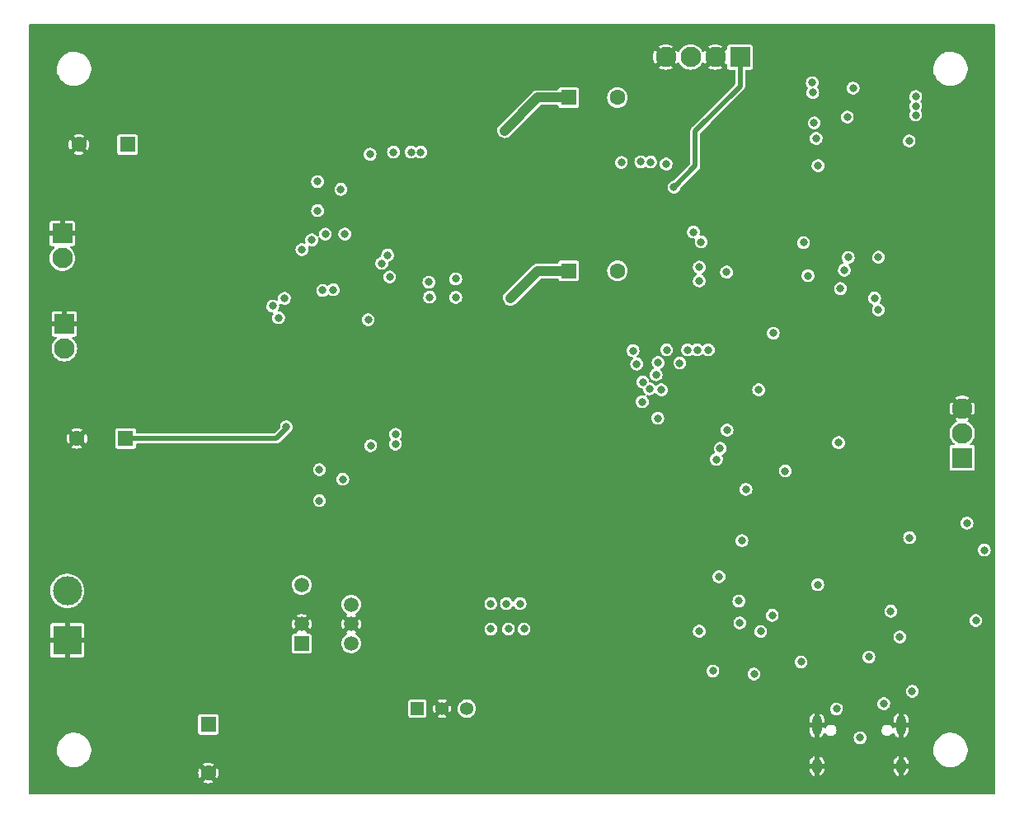
<source format=gbr>
%TF.GenerationSoftware,KiCad,Pcbnew,(6.0.0-0)*%
%TF.CreationDate,2022-09-04T12:08:37+02:00*%
%TF.ProjectId,RIAA_ADC,52494141-5f41-4444-932e-6b696361645f,rev?*%
%TF.SameCoordinates,Original*%
%TF.FileFunction,Copper,L2,Inr*%
%TF.FilePolarity,Positive*%
%FSLAX46Y46*%
G04 Gerber Fmt 4.6, Leading zero omitted, Abs format (unit mm)*
G04 Created by KiCad (PCBNEW (6.0.0-0)) date 2022-09-04 12:08:37*
%MOMM*%
%LPD*%
G01*
G04 APERTURE LIST*
%TA.AperFunction,ComponentPad*%
%ADD10R,1.600000X1.600000*%
%TD*%
%TA.AperFunction,ComponentPad*%
%ADD11C,1.600000*%
%TD*%
%TA.AperFunction,ComponentPad*%
%ADD12R,1.500000X1.500000*%
%TD*%
%TA.AperFunction,ComponentPad*%
%ADD13C,1.500000*%
%TD*%
%TA.AperFunction,ComponentPad*%
%ADD14R,2.100000X2.100000*%
%TD*%
%TA.AperFunction,ComponentPad*%
%ADD15C,2.100000*%
%TD*%
%TA.AperFunction,ComponentPad*%
%ADD16R,1.358000X1.358000*%
%TD*%
%TA.AperFunction,ComponentPad*%
%ADD17C,1.358000*%
%TD*%
%TA.AperFunction,ComponentPad*%
%ADD18O,1.000000X1.600000*%
%TD*%
%TA.AperFunction,ComponentPad*%
%ADD19O,1.000000X2.100000*%
%TD*%
%TA.AperFunction,ComponentPad*%
%ADD20R,3.000000X3.000000*%
%TD*%
%TA.AperFunction,ComponentPad*%
%ADD21C,3.000000*%
%TD*%
%TA.AperFunction,ViaPad*%
%ADD22C,0.800000*%
%TD*%
%TA.AperFunction,Conductor*%
%ADD23C,0.500000*%
%TD*%
%TA.AperFunction,Conductor*%
%ADD24C,1.000000*%
%TD*%
G04 APERTURE END LIST*
D10*
%TO.N,Net-(C22-Pad1)*%
%TO.C,C22*%
X192800000Y-65775000D03*
D11*
%TO.N,PHONO_OUT_L*%
X197800000Y-65775000D03*
%TD*%
D12*
%TO.N,Net-(C27-Pad1)*%
%TO.C,U4*%
X165375151Y-104057500D03*
D13*
%TO.N,GND*%
X165375151Y-102057500D03*
%TO.N,unconnected-(U4-Pad4)*%
X165375151Y-98057500D03*
%TO.N,Net-(C37-Pad2)*%
X170455151Y-104057500D03*
%TO.N,GND*%
X170455151Y-102057500D03*
%TO.N,Net-(C39-Pad1)*%
X170455151Y-100057500D03*
%TD*%
D10*
%TO.N,Net-(C23-Pad1)*%
%TO.C,C23*%
X192800000Y-47975000D03*
D11*
%TO.N,PHONO_OUT_R*%
X197800000Y-47975000D03*
%TD*%
D14*
%TO.N,GND*%
%TO.C,J1*%
X141000000Y-71230000D03*
D15*
%TO.N,Net-(C2-Pad1)*%
X141000000Y-73770000D03*
%TD*%
D14*
%TO.N,PHONO_OUT_L*%
%TO.C,J3*%
X210400000Y-43800000D03*
D15*
%TO.N,GND*%
X207860000Y-43800000D03*
%TO.N,PHONO_OUT_R*%
X205320000Y-43800000D03*
%TO.N,GND*%
X202780000Y-43800000D03*
%TD*%
D14*
%TO.N,GND*%
%TO.C,J2*%
X140800000Y-61930000D03*
D15*
%TO.N,Net-(C3-Pad1)*%
X140800000Y-64470000D03*
%TD*%
D16*
%TO.N,Net-(C51-Pad1)*%
%TO.C,PS1*%
X177262651Y-110762500D03*
D17*
%TO.N,GND*%
X179802651Y-110762500D03*
%TO.N,Net-(C59-Pad1)*%
X182342651Y-110762500D03*
%TD*%
D18*
%TO.N,GND*%
%TO.C,J5*%
X226920000Y-116675000D03*
D19*
X226920000Y-112495000D03*
X218280000Y-112495000D03*
D18*
X218280000Y-116675000D03*
%TD*%
D10*
%TO.N,Net-(C5-Pad1)*%
%TO.C,C5*%
X147300000Y-83000000D03*
D11*
%TO.N,GND*%
X142300000Y-83000000D03*
%TD*%
D14*
%TO.N,+3.3VA*%
%TO.C,J7*%
X233200000Y-85000000D03*
D15*
%TO.N,Net-(J7-Pad2)*%
X233200000Y-82460000D03*
%TO.N,GND*%
X233200000Y-79920000D03*
%TD*%
D10*
%TO.N,Net-(C6-Pad1)*%
%TO.C,C6*%
X147500000Y-52800000D03*
D11*
%TO.N,GND*%
X142500000Y-52800000D03*
%TD*%
D10*
%TO.N,VCC*%
%TO.C,C45*%
X155802651Y-112375000D03*
D11*
%TO.N,GND*%
X155802651Y-117375000D03*
%TD*%
D20*
%TO.N,GND*%
%TO.C,J6*%
X141300000Y-103740000D03*
D21*
%TO.N,VCC*%
X141300000Y-98660000D03*
%TD*%
D22*
%TO.N,Net-(C5-Pad1)*%
X163800000Y-81800000D03*
%TO.N,GND*%
X188400000Y-113200000D03*
X225400000Y-102400000D03*
X169800000Y-118600000D03*
X150702651Y-67775000D03*
X201802651Y-66175000D03*
X158600000Y-42400000D03*
X164600000Y-116400000D03*
X193302651Y-82275000D03*
X197402651Y-87975000D03*
X188650000Y-81350000D03*
X213900000Y-103800000D03*
X228002651Y-74375000D03*
X193302651Y-81275000D03*
X220602651Y-68975000D03*
X214600000Y-100000000D03*
X188650000Y-46350000D03*
X160402651Y-87975000D03*
X188650000Y-61350000D03*
X216100000Y-82900000D03*
X166000000Y-93000000D03*
X158200000Y-94800000D03*
X205700000Y-87500000D03*
X151000000Y-93000000D03*
X226050000Y-105025000D03*
X194302651Y-84275000D03*
X156600000Y-42400000D03*
X188650000Y-85350000D03*
X152425000Y-42400000D03*
X220402651Y-59175000D03*
X164600000Y-42400000D03*
X209600000Y-86300000D03*
X173802651Y-50775000D03*
X228000000Y-95200000D03*
X162802651Y-57975000D03*
X233002651Y-59575000D03*
X227800000Y-100600000D03*
X224202651Y-51199500D03*
X160202651Y-57975000D03*
X188650000Y-75350000D03*
X184600000Y-42400000D03*
X188650000Y-55350000D03*
X178000000Y-93000000D03*
X162600000Y-42400000D03*
X189200000Y-98600000D03*
X223400000Y-44400000D03*
X209402651Y-68975000D03*
X216602651Y-70975000D03*
X165402651Y-59775000D03*
X228602651Y-65975000D03*
X212600000Y-94800000D03*
X174002651Y-80375000D03*
X188650000Y-51350000D03*
X188650000Y-77350000D03*
X220400000Y-99600000D03*
X210400000Y-98400000D03*
X225802651Y-58975000D03*
X177402651Y-101175000D03*
X218402651Y-58975000D03*
X213800000Y-75700000D03*
X188650000Y-73350000D03*
X188650000Y-57350000D03*
X204002651Y-71175000D03*
X150750000Y-59250000D03*
X168802651Y-64575000D03*
X188650000Y-69350000D03*
X212802651Y-74775000D03*
X196252651Y-77425000D03*
X203402651Y-63575000D03*
X174000000Y-93000000D03*
X219002651Y-75575000D03*
X204200000Y-80300000D03*
X194302651Y-82275000D03*
X186600000Y-42400000D03*
X182600000Y-42400000D03*
X194202651Y-55575000D03*
X218750000Y-110750000D03*
X215200000Y-82900000D03*
X191400000Y-112400000D03*
X150750000Y-89250000D03*
X216002651Y-57375000D03*
X198402651Y-59175000D03*
X154600000Y-42400000D03*
X193302651Y-83275000D03*
X188650000Y-91350000D03*
X150750000Y-45250000D03*
X194202651Y-56975000D03*
X159202651Y-68575000D03*
X184000000Y-93000000D03*
X150750000Y-79700000D03*
X168600000Y-42400000D03*
X196002651Y-91175000D03*
X177202651Y-78375000D03*
X218100000Y-107400000D03*
X223600000Y-78800000D03*
X221800000Y-95900000D03*
X207402651Y-68975000D03*
X168000000Y-93000000D03*
X161000000Y-93000000D03*
X163000000Y-93000000D03*
X208402651Y-68975000D03*
X150750000Y-85250000D03*
X231202651Y-50375000D03*
X178600000Y-42400000D03*
X150702651Y-70297349D03*
X201202651Y-57175000D03*
X206000000Y-106900000D03*
X188650000Y-83350000D03*
X177202651Y-48775000D03*
X232602651Y-66575000D03*
X150702651Y-73297349D03*
X181802651Y-101175000D03*
X165602651Y-89775000D03*
X209700000Y-103400000D03*
X150750000Y-91250000D03*
X198202651Y-82775000D03*
X188650000Y-53350000D03*
X228000000Y-98500000D03*
X150750000Y-56250000D03*
X233002651Y-55375000D03*
X212100000Y-75700000D03*
X188650000Y-71350000D03*
X202800000Y-109200000D03*
X177202651Y-68575000D03*
X215200000Y-81900000D03*
X176600000Y-42400000D03*
X222202651Y-59175000D03*
X187800000Y-105200000D03*
X162602651Y-107175000D03*
X165602651Y-71775000D03*
X170600000Y-42400000D03*
X188650000Y-88350000D03*
X226600000Y-110775000D03*
X188650000Y-44350000D03*
X201002651Y-69575000D03*
X168600000Y-117000000D03*
X171402651Y-64575000D03*
X163002651Y-87975000D03*
X150750000Y-47250000D03*
X208402651Y-69975000D03*
X227202651Y-53375000D03*
X216100000Y-83900000D03*
X188650000Y-42400000D03*
X224200000Y-73200000D03*
X231402651Y-52375000D03*
X216002651Y-49975000D03*
X154000000Y-93000000D03*
X183800000Y-68400000D03*
X234602651Y-63775000D03*
X173802651Y-59375000D03*
X150800000Y-42600000D03*
X150750000Y-87250000D03*
X166600000Y-42400000D03*
X216700000Y-94800000D03*
X152600000Y-94800000D03*
X150750000Y-49700000D03*
X157000000Y-93000000D03*
X193302651Y-84275000D03*
X172600000Y-42400000D03*
X215200000Y-83900000D03*
X194302651Y-81275000D03*
X209400000Y-79100000D03*
X221600000Y-106400000D03*
X178202651Y-64575000D03*
X180600000Y-42400000D03*
X188650000Y-63350000D03*
X176000000Y-93000000D03*
X167000000Y-69800000D03*
X188650000Y-79350000D03*
X150750000Y-81250000D03*
X174802651Y-89375000D03*
X160600000Y-42400000D03*
X174600000Y-42400000D03*
X209402651Y-69975000D03*
X207402651Y-69975000D03*
X150750000Y-61700000D03*
X194302651Y-83275000D03*
X216100000Y-81900000D03*
X171000000Y-93000000D03*
%TO.N,-12VA*%
X167800000Y-62000000D03*
X167200000Y-86200000D03*
X163000000Y-70600000D03*
X169400000Y-57400000D03*
X167000000Y-59600000D03*
X169600000Y-87200000D03*
X162400000Y-69400000D03*
X166400000Y-62600000D03*
X163600000Y-68600000D03*
X167200000Y-89400000D03*
X205600000Y-61800000D03*
X206200000Y-66800000D03*
X169800000Y-62000000D03*
X165400000Y-63600000D03*
X167000000Y-56600000D03*
X206200000Y-65400000D03*
X206400000Y-62800000D03*
%TO.N,+12VA*%
X174400000Y-66400000D03*
X176602651Y-53575000D03*
X202800000Y-54800000D03*
X173600000Y-65000000D03*
X172460000Y-83740000D03*
X200202651Y-54575000D03*
X201202651Y-54600000D03*
X177602651Y-53575000D03*
X174202651Y-64175000D03*
X175002651Y-82575000D03*
X174802651Y-53575000D03*
X175002651Y-83575000D03*
X198202651Y-54637500D03*
X172200000Y-70800000D03*
X172400000Y-53800000D03*
%TO.N,Net-(C22-Pad1)*%
X186802651Y-68602651D03*
%TO.N,PHONO_OUT_L*%
X203602651Y-57175000D03*
%TO.N,Net-(C23-Pad1)*%
X186202651Y-51375000D03*
%TO.N,+3V3*%
X216650000Y-105975000D03*
X207962500Y-85162500D03*
X208347389Y-84022389D03*
X234600000Y-101700000D03*
X218375000Y-98025000D03*
X207600000Y-106900000D03*
X227800000Y-93200000D03*
X210575000Y-93500000D03*
%TO.N,+15V*%
X186402651Y-99975000D03*
X187802651Y-99975000D03*
X178438826Y-66938826D03*
X178513826Y-68486174D03*
X181200000Y-66600000D03*
X181200000Y-68500000D03*
X184802651Y-99975000D03*
%TO.N,-15V*%
X167525000Y-67775000D03*
X186602651Y-102575000D03*
X184802651Y-102575000D03*
X188202651Y-102575000D03*
X168626325Y-67726325D03*
%TO.N,+3.3VA*%
X228427651Y-47872349D03*
X216902651Y-62875000D03*
X228427651Y-48872349D03*
X213802651Y-72175000D03*
X224602651Y-64375000D03*
X228427651Y-49772349D03*
%TO.N,+5V*%
X202852011Y-73897989D03*
X201950000Y-80925000D03*
X217850000Y-47450000D03*
X200350000Y-79225000D03*
X201975000Y-75200000D03*
X200400000Y-77200000D03*
X217800000Y-46450000D03*
X202300000Y-78000000D03*
X212300000Y-78000000D03*
X201775000Y-76450000D03*
X205002011Y-73897989D03*
X201100000Y-77900000D03*
X199400000Y-73975000D03*
X199775000Y-75350000D03*
X204200000Y-75250000D03*
X207125640Y-73897989D03*
X209062000Y-82138000D03*
X206002011Y-73897989D03*
%TO.N,SWDIO*%
X206200000Y-102800000D03*
X233700000Y-91700000D03*
%TO.N,SWCLK*%
X211825000Y-107200000D03*
X235475000Y-94475000D03*
%TO.N,/NRST*%
X213700000Y-101175000D03*
X225875000Y-100750000D03*
%TO.N,VBUS*%
X220300000Y-110800000D03*
X225150000Y-110250000D03*
%TO.N,USB_D_ESD+*%
X228075000Y-108975000D03*
X222725000Y-113750000D03*
%TO.N,MOSI_WM*%
X217372475Y-66272475D03*
X215037500Y-86337500D03*
%TO.N,RST_WM*%
X209000000Y-65900000D03*
X211000000Y-88225000D03*
%TO.N,Net-(R24-Pad2)*%
X218208288Y-52167374D03*
X218402651Y-54975000D03*
%TO.N,SS_WM*%
X220700000Y-67600000D03*
X208225000Y-97200000D03*
%TO.N,SCLK_WM*%
X210275000Y-99700000D03*
X221500000Y-64400000D03*
%TO.N,MISO_WM*%
X220500000Y-83425000D03*
X221100000Y-65700000D03*
%TO.N,USB_DM*%
X226800000Y-103400000D03*
X210375000Y-101950000D03*
%TO.N,USB_DP*%
X212500000Y-102825000D03*
X223625000Y-105450000D03*
%TO.N,DOUT_ADC*%
X218002651Y-50575000D03*
X224602651Y-69775000D03*
%TO.N,BCK_ADC*%
X224202651Y-68575000D03*
X221402651Y-49975000D03*
%TO.N,Net-(C63-Pad1)*%
X227752651Y-52425000D03*
X222000000Y-47000000D03*
%TD*%
D23*
%TO.N,Net-(C5-Pad1)*%
X163800000Y-82000000D02*
X163800000Y-81800000D01*
X147300000Y-83000000D02*
X162800000Y-83000000D01*
X162800000Y-83000000D02*
X163800000Y-82000000D01*
D24*
%TO.N,Net-(C22-Pad1)*%
X189630302Y-65775000D02*
X186802651Y-68602651D01*
X192800000Y-65775000D02*
X189630302Y-65775000D01*
D23*
%TO.N,PHONO_OUT_L*%
X205800000Y-55000000D02*
X203625000Y-57175000D01*
X210400000Y-43800000D02*
X210400000Y-46800000D01*
X210400000Y-46800000D02*
X205800000Y-51400000D01*
X203625000Y-57175000D02*
X203602651Y-57175000D01*
X205800000Y-51400000D02*
X205800000Y-55000000D01*
D24*
%TO.N,Net-(C23-Pad1)*%
X189602651Y-47975000D02*
X192800000Y-47975000D01*
X186202651Y-51375000D02*
X189602651Y-47975000D01*
%TD*%
%TA.AperFunction,Conductor*%
%TO.N,GND*%
G36*
X236542121Y-40420002D02*
G01*
X236588614Y-40473658D01*
X236600000Y-40526000D01*
X236600000Y-119474000D01*
X236579998Y-119542121D01*
X236526342Y-119588614D01*
X236474000Y-119600000D01*
X137526000Y-119600000D01*
X137457879Y-119579998D01*
X137411386Y-119526342D01*
X137400000Y-119474000D01*
X137400000Y-118279408D01*
X155263073Y-118279408D01*
X155267982Y-118285966D01*
X155372458Y-118344356D01*
X155383697Y-118349266D01*
X155568934Y-118409453D01*
X155580908Y-118412086D01*
X155774317Y-118435148D01*
X155786566Y-118435405D01*
X155980769Y-118420462D01*
X155992849Y-118418331D01*
X156180430Y-118365957D01*
X156191880Y-118361517D01*
X156333887Y-118289784D01*
X156344173Y-118280137D01*
X156341935Y-118273494D01*
X155815463Y-117747022D01*
X155801519Y-117739408D01*
X155799686Y-117739539D01*
X155793071Y-117743790D01*
X155269833Y-118267028D01*
X155263073Y-118279408D01*
X137400000Y-118279408D01*
X137400000Y-117366329D01*
X154742160Y-117366329D01*
X154758457Y-117560412D01*
X154760671Y-117572471D01*
X154814358Y-117759698D01*
X154818873Y-117771103D01*
X154888149Y-117905898D01*
X154897868Y-117916117D01*
X154904668Y-117913773D01*
X155430629Y-117387812D01*
X155437007Y-117376132D01*
X156167059Y-117376132D01*
X156167190Y-117377965D01*
X156171441Y-117384580D01*
X156694519Y-117907658D01*
X156706899Y-117914418D01*
X156713633Y-117909377D01*
X156768976Y-117811955D01*
X156773970Y-117800739D01*
X156835445Y-117615939D01*
X156838165Y-117603968D01*
X156862904Y-117408131D01*
X156863396Y-117401104D01*
X156863712Y-117378522D01*
X156863417Y-117371495D01*
X156844153Y-117175030D01*
X156841770Y-117162992D01*
X156797234Y-117015483D01*
X217524000Y-117015483D01*
X217524425Y-117022787D01*
X217538420Y-117142830D01*
X217541765Y-117156982D01*
X217596920Y-117308931D01*
X217603430Y-117321930D01*
X217692063Y-117457117D01*
X217701387Y-117468269D01*
X217818739Y-117579438D01*
X217830386Y-117588151D01*
X217970168Y-117669344D01*
X217983493Y-117675138D01*
X218008664Y-117682762D01*
X218022763Y-117682881D01*
X218026000Y-117675950D01*
X218026000Y-117670428D01*
X218534000Y-117670428D01*
X218537973Y-117683959D01*
X218543056Y-117684690D01*
X218650385Y-117639020D01*
X218663010Y-117631819D01*
X218793202Y-117536009D01*
X218803844Y-117526085D01*
X218908499Y-117402897D01*
X218916567Y-117390800D01*
X218990082Y-117246831D01*
X218995149Y-117233206D01*
X219033975Y-117074535D01*
X219035658Y-117063474D01*
X219035880Y-117059896D01*
X219036000Y-117056019D01*
X219036000Y-117015483D01*
X226164000Y-117015483D01*
X226164425Y-117022787D01*
X226178420Y-117142830D01*
X226181765Y-117156982D01*
X226236920Y-117308931D01*
X226243430Y-117321930D01*
X226332063Y-117457117D01*
X226341387Y-117468269D01*
X226458739Y-117579438D01*
X226470386Y-117588151D01*
X226610168Y-117669344D01*
X226623493Y-117675138D01*
X226648664Y-117682762D01*
X226662763Y-117682881D01*
X226666000Y-117675950D01*
X226666000Y-117670428D01*
X227174000Y-117670428D01*
X227177973Y-117683959D01*
X227183056Y-117684690D01*
X227290385Y-117639020D01*
X227303010Y-117631819D01*
X227433202Y-117536009D01*
X227443844Y-117526085D01*
X227548499Y-117402897D01*
X227556567Y-117390800D01*
X227630082Y-117246831D01*
X227635149Y-117233206D01*
X227673975Y-117074535D01*
X227675658Y-117063474D01*
X227675880Y-117059896D01*
X227676000Y-117056019D01*
X227676000Y-116947115D01*
X227671525Y-116931876D01*
X227670135Y-116930671D01*
X227662452Y-116929000D01*
X227192115Y-116929000D01*
X227176876Y-116933475D01*
X227175671Y-116934865D01*
X227174000Y-116942548D01*
X227174000Y-117670428D01*
X226666000Y-117670428D01*
X226666000Y-116947115D01*
X226661525Y-116931876D01*
X226660135Y-116930671D01*
X226652452Y-116929000D01*
X226182115Y-116929000D01*
X226166876Y-116933475D01*
X226165671Y-116934865D01*
X226164000Y-116942548D01*
X226164000Y-117015483D01*
X219036000Y-117015483D01*
X219036000Y-116947115D01*
X219031525Y-116931876D01*
X219030135Y-116930671D01*
X219022452Y-116929000D01*
X218552115Y-116929000D01*
X218536876Y-116933475D01*
X218535671Y-116934865D01*
X218534000Y-116942548D01*
X218534000Y-117670428D01*
X218026000Y-117670428D01*
X218026000Y-116947115D01*
X218021525Y-116931876D01*
X218020135Y-116930671D01*
X218012452Y-116929000D01*
X217542115Y-116929000D01*
X217526876Y-116933475D01*
X217525671Y-116934865D01*
X217524000Y-116942548D01*
X217524000Y-117015483D01*
X156797234Y-117015483D01*
X156785477Y-116976542D01*
X156780803Y-116965201D01*
X156716707Y-116844654D01*
X156706847Y-116834573D01*
X156699719Y-116837142D01*
X156174673Y-117362188D01*
X156167059Y-117376132D01*
X155437007Y-117376132D01*
X155438243Y-117373868D01*
X155438112Y-117372035D01*
X155433861Y-117365420D01*
X154910425Y-116841984D01*
X154898045Y-116835224D01*
X154891657Y-116840006D01*
X154830316Y-116951584D01*
X154825484Y-116962857D01*
X154766592Y-117148510D01*
X154764042Y-117160504D01*
X154742331Y-117354060D01*
X154742160Y-117366329D01*
X137400000Y-117366329D01*
X137400000Y-115107532D01*
X140241860Y-115107532D01*
X140277066Y-115366221D01*
X140350122Y-115616864D01*
X140352080Y-115621111D01*
X140352081Y-115621114D01*
X140393245Y-115710405D01*
X140459423Y-115853956D01*
X140461986Y-115857865D01*
X140600002Y-116068375D01*
X140600006Y-116068380D01*
X140602568Y-116072288D01*
X140605685Y-116075780D01*
X140722955Y-116207170D01*
X140776411Y-116267063D01*
X140977135Y-116434003D01*
X141200330Y-116569441D01*
X141204644Y-116571250D01*
X141204646Y-116571251D01*
X141436777Y-116668592D01*
X141436782Y-116668594D01*
X141441092Y-116670401D01*
X141445624Y-116671552D01*
X141445627Y-116671553D01*
X141689595Y-116733513D01*
X141689598Y-116733514D01*
X141694132Y-116734665D01*
X141698788Y-116735134D01*
X141698789Y-116735134D01*
X141907840Y-116756184D01*
X141907841Y-116756184D01*
X141910979Y-116756500D01*
X142066273Y-116756500D01*
X142068598Y-116756327D01*
X142068604Y-116756327D01*
X142255703Y-116742423D01*
X142255707Y-116742422D01*
X142260355Y-116742077D01*
X142514991Y-116684459D01*
X142555793Y-116668592D01*
X142753960Y-116591529D01*
X142753962Y-116591528D01*
X142758313Y-116589836D01*
X142798245Y-116567013D01*
X142967057Y-116470530D01*
X155261899Y-116470530D01*
X155264354Y-116477493D01*
X155789839Y-117002978D01*
X155803783Y-117010592D01*
X155805616Y-117010461D01*
X155812231Y-117006210D01*
X156335904Y-116482537D01*
X156342664Y-116470157D01*
X156338005Y-116463934D01*
X156225097Y-116402885D01*
X217524000Y-116402885D01*
X217528475Y-116418124D01*
X217529865Y-116419329D01*
X217537548Y-116421000D01*
X218007885Y-116421000D01*
X218023124Y-116416525D01*
X218024329Y-116415135D01*
X218026000Y-116407452D01*
X218026000Y-116402885D01*
X218534000Y-116402885D01*
X218538475Y-116418124D01*
X218539865Y-116419329D01*
X218547548Y-116421000D01*
X219017885Y-116421000D01*
X219033124Y-116416525D01*
X219034329Y-116415135D01*
X219036000Y-116407452D01*
X219036000Y-116402885D01*
X226164000Y-116402885D01*
X226168475Y-116418124D01*
X226169865Y-116419329D01*
X226177548Y-116421000D01*
X226647885Y-116421000D01*
X226663124Y-116416525D01*
X226664329Y-116415135D01*
X226666000Y-116407452D01*
X226666000Y-116402885D01*
X227174000Y-116402885D01*
X227178475Y-116418124D01*
X227179865Y-116419329D01*
X227187548Y-116421000D01*
X227657885Y-116421000D01*
X227673124Y-116416525D01*
X227674329Y-116415135D01*
X227676000Y-116407452D01*
X227676000Y-116334517D01*
X227675575Y-116327213D01*
X227661580Y-116207170D01*
X227658235Y-116193018D01*
X227603080Y-116041069D01*
X227596570Y-116028070D01*
X227507937Y-115892883D01*
X227498613Y-115881731D01*
X227381261Y-115770562D01*
X227369614Y-115761849D01*
X227229832Y-115680656D01*
X227216507Y-115674862D01*
X227191336Y-115667238D01*
X227177237Y-115667119D01*
X227174000Y-115674050D01*
X227174000Y-116402885D01*
X226666000Y-116402885D01*
X226666000Y-115679572D01*
X226662027Y-115666041D01*
X226656944Y-115665310D01*
X226549615Y-115710980D01*
X226536990Y-115718181D01*
X226406798Y-115813991D01*
X226396156Y-115823915D01*
X226291501Y-115947103D01*
X226283433Y-115959200D01*
X226209918Y-116103169D01*
X226204851Y-116116794D01*
X226166025Y-116275465D01*
X226164342Y-116286526D01*
X226164120Y-116290104D01*
X226164000Y-116293981D01*
X226164000Y-116402885D01*
X219036000Y-116402885D01*
X219036000Y-116334517D01*
X219035575Y-116327213D01*
X219021580Y-116207170D01*
X219018235Y-116193018D01*
X218963080Y-116041069D01*
X218956570Y-116028070D01*
X218867937Y-115892883D01*
X218858613Y-115881731D01*
X218741261Y-115770562D01*
X218729614Y-115761849D01*
X218589832Y-115680656D01*
X218576507Y-115674862D01*
X218551336Y-115667238D01*
X218537237Y-115667119D01*
X218534000Y-115674050D01*
X218534000Y-116402885D01*
X218026000Y-116402885D01*
X218026000Y-115679572D01*
X218022027Y-115666041D01*
X218016944Y-115665310D01*
X217909615Y-115710980D01*
X217896990Y-115718181D01*
X217766798Y-115813991D01*
X217756156Y-115823915D01*
X217651501Y-115947103D01*
X217643433Y-115959200D01*
X217569918Y-116103169D01*
X217564851Y-116116794D01*
X217526025Y-116275465D01*
X217524342Y-116286526D01*
X217524120Y-116290104D01*
X217524000Y-116293981D01*
X217524000Y-116402885D01*
X156225097Y-116402885D01*
X156219266Y-116399732D01*
X156207961Y-116394980D01*
X156021904Y-116337385D01*
X156009891Y-116334919D01*
X155816187Y-116314560D01*
X155803919Y-116314475D01*
X155609958Y-116332126D01*
X155597909Y-116334424D01*
X155411064Y-116389416D01*
X155399687Y-116394013D01*
X155272048Y-116460741D01*
X155261899Y-116470530D01*
X142967057Y-116470530D01*
X142980919Y-116462607D01*
X142980921Y-116462605D01*
X142984976Y-116460288D01*
X143190001Y-116298659D01*
X143368884Y-116108501D01*
X143517695Y-115893991D01*
X143523741Y-115881731D01*
X143631100Y-115664029D01*
X143631101Y-115664026D01*
X143633165Y-115659841D01*
X143712757Y-115411197D01*
X143754722Y-115153518D01*
X143755324Y-115107532D01*
X230241860Y-115107532D01*
X230277066Y-115366221D01*
X230350122Y-115616864D01*
X230352080Y-115621111D01*
X230352081Y-115621114D01*
X230393245Y-115710405D01*
X230459423Y-115853956D01*
X230461986Y-115857865D01*
X230600002Y-116068375D01*
X230600006Y-116068380D01*
X230602568Y-116072288D01*
X230605685Y-116075780D01*
X230722955Y-116207170D01*
X230776411Y-116267063D01*
X230977135Y-116434003D01*
X231200330Y-116569441D01*
X231204644Y-116571250D01*
X231204646Y-116571251D01*
X231436777Y-116668592D01*
X231436782Y-116668594D01*
X231441092Y-116670401D01*
X231445624Y-116671552D01*
X231445627Y-116671553D01*
X231689595Y-116733513D01*
X231689598Y-116733514D01*
X231694132Y-116734665D01*
X231698788Y-116735134D01*
X231698789Y-116735134D01*
X231907840Y-116756184D01*
X231907841Y-116756184D01*
X231910979Y-116756500D01*
X232066273Y-116756500D01*
X232068598Y-116756327D01*
X232068604Y-116756327D01*
X232255703Y-116742423D01*
X232255707Y-116742422D01*
X232260355Y-116742077D01*
X232514991Y-116684459D01*
X232555793Y-116668592D01*
X232753960Y-116591529D01*
X232753962Y-116591528D01*
X232758313Y-116589836D01*
X232798245Y-116567013D01*
X232980919Y-116462607D01*
X232980921Y-116462605D01*
X232984976Y-116460288D01*
X233190001Y-116298659D01*
X233368884Y-116108501D01*
X233517695Y-115893991D01*
X233523741Y-115881731D01*
X233631100Y-115664029D01*
X233631101Y-115664026D01*
X233633165Y-115659841D01*
X233712757Y-115411197D01*
X233754722Y-115153518D01*
X233758140Y-114892468D01*
X233722934Y-114633779D01*
X233649878Y-114383136D01*
X233645630Y-114373920D01*
X233559565Y-114187233D01*
X233540577Y-114146044D01*
X233493846Y-114074768D01*
X233399998Y-113931625D01*
X233399994Y-113931620D01*
X233397432Y-113927712D01*
X233223589Y-113732937D01*
X233022865Y-113565997D01*
X232799670Y-113430559D01*
X232795354Y-113428749D01*
X232563223Y-113331408D01*
X232563218Y-113331406D01*
X232558908Y-113329599D01*
X232554376Y-113328448D01*
X232554373Y-113328447D01*
X232310405Y-113266487D01*
X232310402Y-113266486D01*
X232305868Y-113265335D01*
X232301212Y-113264866D01*
X232301211Y-113264866D01*
X232092160Y-113243816D01*
X232092159Y-113243816D01*
X232089021Y-113243500D01*
X231933727Y-113243500D01*
X231931402Y-113243673D01*
X231931396Y-113243673D01*
X231744297Y-113257577D01*
X231744293Y-113257578D01*
X231739645Y-113257923D01*
X231485009Y-113315541D01*
X231480657Y-113317233D01*
X231480655Y-113317234D01*
X231246040Y-113408471D01*
X231246038Y-113408472D01*
X231241687Y-113410164D01*
X231237633Y-113412481D01*
X231237631Y-113412482D01*
X231037061Y-113527117D01*
X231015024Y-113539712D01*
X230809999Y-113701341D01*
X230631116Y-113891499D01*
X230628448Y-113895345D01*
X230503978Y-114074768D01*
X230482305Y-114106009D01*
X230480238Y-114110199D01*
X230480237Y-114110202D01*
X230442250Y-114187233D01*
X230366835Y-114340159D01*
X230365413Y-114344602D01*
X230365412Y-114344604D01*
X230356028Y-114373920D01*
X230287243Y-114588803D01*
X230245278Y-114846482D01*
X230241860Y-115107532D01*
X143755324Y-115107532D01*
X143758140Y-114892468D01*
X143722934Y-114633779D01*
X143649878Y-114383136D01*
X143645630Y-114373920D01*
X143559565Y-114187233D01*
X143540577Y-114146044D01*
X143493846Y-114074768D01*
X143399998Y-113931625D01*
X143399994Y-113931620D01*
X143397432Y-113927712D01*
X143223589Y-113732937D01*
X143022865Y-113565997D01*
X142799670Y-113430559D01*
X142795354Y-113428749D01*
X142563223Y-113331408D01*
X142563218Y-113331406D01*
X142558908Y-113329599D01*
X142554376Y-113328448D01*
X142554373Y-113328447D01*
X142310405Y-113266487D01*
X142310402Y-113266486D01*
X142305868Y-113265335D01*
X142301212Y-113264866D01*
X142301211Y-113264866D01*
X142092160Y-113243816D01*
X142092159Y-113243816D01*
X142089021Y-113243500D01*
X141933727Y-113243500D01*
X141931402Y-113243673D01*
X141931396Y-113243673D01*
X141744297Y-113257577D01*
X141744293Y-113257578D01*
X141739645Y-113257923D01*
X141485009Y-113315541D01*
X141480657Y-113317233D01*
X141480655Y-113317234D01*
X141246040Y-113408471D01*
X141246038Y-113408472D01*
X141241687Y-113410164D01*
X141237633Y-113412481D01*
X141237631Y-113412482D01*
X141037061Y-113527117D01*
X141015024Y-113539712D01*
X140809999Y-113701341D01*
X140631116Y-113891499D01*
X140628448Y-113895345D01*
X140503978Y-114074768D01*
X140482305Y-114106009D01*
X140480238Y-114110199D01*
X140480237Y-114110202D01*
X140442250Y-114187233D01*
X140366835Y-114340159D01*
X140365413Y-114344602D01*
X140365412Y-114344604D01*
X140356028Y-114373920D01*
X140287243Y-114588803D01*
X140245278Y-114846482D01*
X140241860Y-115107532D01*
X137400000Y-115107532D01*
X137400000Y-111549737D01*
X154746151Y-111549737D01*
X154746152Y-113200262D01*
X154748652Y-113212830D01*
X154758016Y-113259910D01*
X154761033Y-113275081D01*
X154767928Y-113285400D01*
X154767929Y-113285402D01*
X154796691Y-113328447D01*
X154817725Y-113359926D01*
X154902570Y-113416618D01*
X154977388Y-113431500D01*
X155802517Y-113431500D01*
X156627913Y-113431499D01*
X156656780Y-113425757D01*
X156690557Y-113419040D01*
X156690559Y-113419039D01*
X156702732Y-113416618D01*
X156722835Y-113403186D01*
X156777261Y-113366819D01*
X156787577Y-113359926D01*
X156844269Y-113275081D01*
X156859151Y-113200263D01*
X156859151Y-113085483D01*
X217524000Y-113085483D01*
X217524425Y-113092787D01*
X217538420Y-113212830D01*
X217541765Y-113226982D01*
X217596920Y-113378931D01*
X217603430Y-113391930D01*
X217692063Y-113527117D01*
X217701387Y-113538269D01*
X217818739Y-113649438D01*
X217830386Y-113658151D01*
X217970168Y-113739344D01*
X217983493Y-113745138D01*
X218008664Y-113752762D01*
X218022763Y-113752881D01*
X218026000Y-113745950D01*
X218026000Y-113740428D01*
X218534000Y-113740428D01*
X218537973Y-113753959D01*
X218543056Y-113754690D01*
X218570352Y-113743075D01*
X222063714Y-113743075D01*
X222072432Y-113822044D01*
X222080101Y-113891499D01*
X222081151Y-113901013D01*
X222083760Y-113908144D01*
X222083761Y-113908146D01*
X222090921Y-113927712D01*
X222135758Y-114050234D01*
X222139995Y-114056540D01*
X222139997Y-114056543D01*
X222176055Y-114110202D01*
X222224383Y-114182121D01*
X222341909Y-114289062D01*
X222348586Y-114292688D01*
X222348587Y-114292688D01*
X222474874Y-114361257D01*
X222474876Y-114361258D01*
X222481551Y-114364882D01*
X222488900Y-114366810D01*
X222627898Y-114403275D01*
X222627900Y-114403275D01*
X222635248Y-114405203D01*
X222719045Y-114406519D01*
X222786529Y-114407580D01*
X222786532Y-114407580D01*
X222794127Y-114407699D01*
X222801531Y-114406003D01*
X222801533Y-114406003D01*
X222881757Y-114387629D01*
X222949015Y-114372225D01*
X223090970Y-114300829D01*
X223211797Y-114197633D01*
X223304521Y-114068594D01*
X223334620Y-113993722D01*
X223360955Y-113928211D01*
X223360956Y-113928209D01*
X223363788Y-113921163D01*
X223386177Y-113763850D01*
X223386322Y-113750000D01*
X223385033Y-113739344D01*
X223368145Y-113599796D01*
X223368145Y-113599795D01*
X223367232Y-113592253D01*
X223346502Y-113537393D01*
X223313751Y-113450717D01*
X223313750Y-113450715D01*
X223311066Y-113443612D01*
X223306767Y-113437357D01*
X223306765Y-113437353D01*
X223225367Y-113318919D01*
X223225366Y-113318917D01*
X223221065Y-113312660D01*
X223102425Y-113206956D01*
X222961997Y-113132603D01*
X222951220Y-113129896D01*
X222815257Y-113095744D01*
X222815253Y-113095744D01*
X222807886Y-113093893D01*
X222800287Y-113093853D01*
X222800285Y-113093853D01*
X222734461Y-113093509D01*
X222648990Y-113093061D01*
X222641610Y-113094833D01*
X222641608Y-113094833D01*
X222565895Y-113113010D01*
X222494482Y-113130155D01*
X222353282Y-113203033D01*
X222347562Y-113208023D01*
X222347559Y-113208025D01*
X222280543Y-113266487D01*
X222233542Y-113307489D01*
X222142175Y-113437492D01*
X222139416Y-113444567D01*
X222139415Y-113444570D01*
X222095045Y-113558374D01*
X222084455Y-113585536D01*
X222083464Y-113593063D01*
X222064705Y-113735544D01*
X222064705Y-113735548D01*
X222063714Y-113743075D01*
X218570352Y-113743075D01*
X218650385Y-113709020D01*
X218663010Y-113701819D01*
X218793202Y-113606009D01*
X218803844Y-113596085D01*
X218908499Y-113472897D01*
X218916567Y-113460800D01*
X218992813Y-113311483D01*
X219041607Y-113259910D01*
X219110536Y-113242904D01*
X219177718Y-113265864D01*
X219204993Y-113292080D01*
X219295269Y-113409731D01*
X219416741Y-113502939D01*
X219424367Y-113506098D01*
X219424369Y-113506099D01*
X219475111Y-113527117D01*
X219558198Y-113561533D01*
X219566382Y-113562610D01*
X219566384Y-113562611D01*
X219667797Y-113575962D01*
X219671884Y-113576500D01*
X219748116Y-113576500D01*
X219752203Y-113575962D01*
X219853616Y-113562611D01*
X219853618Y-113562610D01*
X219861802Y-113561533D01*
X219944889Y-113527117D01*
X219995631Y-113506099D01*
X219995633Y-113506098D01*
X220003259Y-113502939D01*
X220124731Y-113409731D01*
X220217939Y-113288259D01*
X220226958Y-113266487D01*
X220273374Y-113154428D01*
X220276533Y-113146802D01*
X220277935Y-113136157D01*
X220295440Y-113003188D01*
X220296518Y-112995000D01*
X224903482Y-112995000D01*
X224904560Y-113003188D01*
X224922066Y-113136157D01*
X224923467Y-113146802D01*
X224926626Y-113154428D01*
X224973043Y-113266487D01*
X224982061Y-113288259D01*
X225075269Y-113409731D01*
X225196741Y-113502939D01*
X225204367Y-113506098D01*
X225204369Y-113506099D01*
X225255111Y-113527117D01*
X225338198Y-113561533D01*
X225346382Y-113562610D01*
X225346384Y-113562611D01*
X225447797Y-113575962D01*
X225451884Y-113576500D01*
X225528116Y-113576500D01*
X225532203Y-113575962D01*
X225633616Y-113562611D01*
X225633618Y-113562610D01*
X225641802Y-113561533D01*
X225724889Y-113527117D01*
X225775631Y-113506099D01*
X225775633Y-113506098D01*
X225783259Y-113502939D01*
X225904731Y-113409731D01*
X225918390Y-113391930D01*
X225997874Y-113288344D01*
X226055212Y-113246477D01*
X226126083Y-113242255D01*
X226187986Y-113277019D01*
X226216276Y-113322057D01*
X226236920Y-113378931D01*
X226243430Y-113391930D01*
X226332063Y-113527117D01*
X226341387Y-113538269D01*
X226458739Y-113649438D01*
X226470386Y-113658151D01*
X226610168Y-113739344D01*
X226623493Y-113745138D01*
X226648664Y-113752762D01*
X226662763Y-113752881D01*
X226666000Y-113745950D01*
X226666000Y-113740428D01*
X227174000Y-113740428D01*
X227177973Y-113753959D01*
X227183056Y-113754690D01*
X227290385Y-113709020D01*
X227303010Y-113701819D01*
X227433202Y-113606009D01*
X227443844Y-113596085D01*
X227548499Y-113472897D01*
X227556567Y-113460800D01*
X227630082Y-113316831D01*
X227635149Y-113303206D01*
X227673975Y-113144535D01*
X227675658Y-113133474D01*
X227675880Y-113129896D01*
X227676000Y-113126019D01*
X227676000Y-112767115D01*
X227671525Y-112751876D01*
X227670135Y-112750671D01*
X227662452Y-112749000D01*
X227192115Y-112749000D01*
X227176876Y-112753475D01*
X227175671Y-112754865D01*
X227174000Y-112762548D01*
X227174000Y-113740428D01*
X226666000Y-113740428D01*
X226666000Y-112767115D01*
X226661525Y-112751876D01*
X226660135Y-112750671D01*
X226652452Y-112749000D01*
X226182115Y-112749000D01*
X226141975Y-112760786D01*
X226070978Y-112760786D01*
X226011252Y-112722402D01*
X225999884Y-112706437D01*
X225997939Y-112701741D01*
X225904731Y-112580269D01*
X225783259Y-112487061D01*
X225775633Y-112483902D01*
X225775631Y-112483901D01*
X225649428Y-112431626D01*
X225649429Y-112431626D01*
X225641802Y-112428467D01*
X225633618Y-112427390D01*
X225633616Y-112427389D01*
X225532203Y-112414038D01*
X225532202Y-112414038D01*
X225528116Y-112413500D01*
X225451884Y-112413500D01*
X225447798Y-112414038D01*
X225447797Y-112414038D01*
X225346384Y-112427389D01*
X225346382Y-112427390D01*
X225338198Y-112428467D01*
X225330571Y-112431626D01*
X225330572Y-112431626D01*
X225204369Y-112483901D01*
X225204367Y-112483902D01*
X225196741Y-112487061D01*
X225075269Y-112580269D01*
X224982061Y-112701741D01*
X224978902Y-112709367D01*
X224978901Y-112709369D01*
X224956874Y-112762548D01*
X224923467Y-112843198D01*
X224903482Y-112995000D01*
X220296518Y-112995000D01*
X220276533Y-112843198D01*
X220243126Y-112762548D01*
X220221099Y-112709369D01*
X220221098Y-112709367D01*
X220217939Y-112701741D01*
X220124731Y-112580269D01*
X220003259Y-112487061D01*
X219995633Y-112483902D01*
X219995631Y-112483901D01*
X219869428Y-112431626D01*
X219869429Y-112431626D01*
X219861802Y-112428467D01*
X219853618Y-112427390D01*
X219853616Y-112427389D01*
X219752203Y-112414038D01*
X219752202Y-112414038D01*
X219748116Y-112413500D01*
X219671884Y-112413500D01*
X219667798Y-112414038D01*
X219667797Y-112414038D01*
X219566384Y-112427389D01*
X219566382Y-112427390D01*
X219558198Y-112428467D01*
X219550571Y-112431626D01*
X219550572Y-112431626D01*
X219424369Y-112483901D01*
X219424367Y-112483902D01*
X219416741Y-112487061D01*
X219295269Y-112580269D01*
X219202061Y-112701741D01*
X219201103Y-112704055D01*
X219151647Y-112751208D01*
X219081933Y-112764642D01*
X219061875Y-112756053D01*
X219061559Y-112757507D01*
X219022452Y-112749000D01*
X218552115Y-112749000D01*
X218536876Y-112753475D01*
X218535671Y-112754865D01*
X218534000Y-112762548D01*
X218534000Y-113740428D01*
X218026000Y-113740428D01*
X218026000Y-112767115D01*
X218021525Y-112751876D01*
X218020135Y-112750671D01*
X218012452Y-112749000D01*
X217542115Y-112749000D01*
X217526876Y-112753475D01*
X217525671Y-112754865D01*
X217524000Y-112762548D01*
X217524000Y-113085483D01*
X156859151Y-113085483D01*
X156859150Y-112222885D01*
X217524000Y-112222885D01*
X217528475Y-112238124D01*
X217529865Y-112239329D01*
X217537548Y-112241000D01*
X218007885Y-112241000D01*
X218023124Y-112236525D01*
X218024329Y-112235135D01*
X218026000Y-112227452D01*
X218026000Y-112222885D01*
X218534000Y-112222885D01*
X218538475Y-112238124D01*
X218539865Y-112239329D01*
X218547548Y-112241000D01*
X219017885Y-112241000D01*
X219033124Y-112236525D01*
X219034329Y-112235135D01*
X219036000Y-112227452D01*
X219036000Y-112222885D01*
X226164000Y-112222885D01*
X226168475Y-112238124D01*
X226169865Y-112239329D01*
X226177548Y-112241000D01*
X226647885Y-112241000D01*
X226663124Y-112236525D01*
X226664329Y-112235135D01*
X226666000Y-112227452D01*
X226666000Y-112222885D01*
X227174000Y-112222885D01*
X227178475Y-112238124D01*
X227179865Y-112239329D01*
X227187548Y-112241000D01*
X227657885Y-112241000D01*
X227673124Y-112236525D01*
X227674329Y-112235135D01*
X227676000Y-112227452D01*
X227676000Y-111904517D01*
X227675575Y-111897213D01*
X227661580Y-111777170D01*
X227658235Y-111763018D01*
X227603080Y-111611069D01*
X227596570Y-111598070D01*
X227507937Y-111462883D01*
X227498613Y-111451731D01*
X227381261Y-111340562D01*
X227369614Y-111331849D01*
X227229832Y-111250656D01*
X227216507Y-111244862D01*
X227191336Y-111237238D01*
X227177237Y-111237119D01*
X227174000Y-111244050D01*
X227174000Y-112222885D01*
X226666000Y-112222885D01*
X226666000Y-111249572D01*
X226662027Y-111236041D01*
X226656944Y-111235310D01*
X226549615Y-111280980D01*
X226536990Y-111288181D01*
X226406798Y-111383991D01*
X226396156Y-111393915D01*
X226291501Y-111517103D01*
X226283433Y-111529200D01*
X226209918Y-111673169D01*
X226204851Y-111686794D01*
X226166025Y-111845465D01*
X226164342Y-111856526D01*
X226164120Y-111860104D01*
X226164000Y-111863981D01*
X226164000Y-112222885D01*
X219036000Y-112222885D01*
X219036000Y-111904517D01*
X219035575Y-111897213D01*
X219021580Y-111777170D01*
X219018235Y-111763018D01*
X218963080Y-111611069D01*
X218956570Y-111598070D01*
X218867937Y-111462883D01*
X218858613Y-111451731D01*
X218741261Y-111340562D01*
X218729614Y-111331849D01*
X218589832Y-111250656D01*
X218576507Y-111244862D01*
X218551336Y-111237238D01*
X218537237Y-111237119D01*
X218534000Y-111244050D01*
X218534000Y-112222885D01*
X218026000Y-112222885D01*
X218026000Y-111249572D01*
X218022027Y-111236041D01*
X218016944Y-111235310D01*
X217909615Y-111280980D01*
X217896990Y-111288181D01*
X217766798Y-111383991D01*
X217756156Y-111393915D01*
X217651501Y-111517103D01*
X217643433Y-111529200D01*
X217569918Y-111673169D01*
X217564851Y-111686794D01*
X217526025Y-111845465D01*
X217524342Y-111856526D01*
X217524120Y-111860104D01*
X217524000Y-111863981D01*
X217524000Y-112222885D01*
X156859150Y-112222885D01*
X156859150Y-111549738D01*
X156844269Y-111474919D01*
X156834686Y-111460576D01*
X156794470Y-111400390D01*
X156787577Y-111390074D01*
X156702732Y-111333382D01*
X156627914Y-111318500D01*
X155802785Y-111318500D01*
X154977389Y-111318501D01*
X154948522Y-111324243D01*
X154914745Y-111330960D01*
X154914743Y-111330961D01*
X154902570Y-111333382D01*
X154892250Y-111340277D01*
X154892249Y-111340278D01*
X154876459Y-111350829D01*
X154817725Y-111390074D01*
X154761033Y-111474919D01*
X154746151Y-111549737D01*
X137400000Y-111549737D01*
X137400000Y-110058237D01*
X176327151Y-110058237D01*
X176327152Y-111466762D01*
X176331195Y-111487091D01*
X176339571Y-111529200D01*
X176342033Y-111541581D01*
X176348928Y-111551900D01*
X176348929Y-111551902D01*
X176371446Y-111585601D01*
X176398725Y-111626426D01*
X176483570Y-111683118D01*
X176558388Y-111698000D01*
X177262537Y-111698000D01*
X177966913Y-111697999D01*
X177995780Y-111692257D01*
X178029557Y-111685540D01*
X178029559Y-111685539D01*
X178041732Y-111683118D01*
X178080650Y-111657114D01*
X178116261Y-111633319D01*
X178126577Y-111626426D01*
X178156989Y-111580911D01*
X179349070Y-111580911D01*
X179352581Y-111585601D01*
X179506098Y-111653951D01*
X179518586Y-111658008D01*
X179697922Y-111696128D01*
X179710982Y-111697500D01*
X179894320Y-111697500D01*
X179907380Y-111696128D01*
X180086716Y-111658008D01*
X180099204Y-111653951D01*
X180245735Y-111588711D01*
X180256479Y-111579579D01*
X180254883Y-111573942D01*
X179815463Y-111134522D01*
X179801519Y-111126908D01*
X179799686Y-111127039D01*
X179793071Y-111131290D01*
X179355830Y-111568531D01*
X179349070Y-111580911D01*
X178156989Y-111580911D01*
X178183269Y-111541581D01*
X178198151Y-111466763D01*
X178198151Y-110769065D01*
X178863191Y-110769065D01*
X178882356Y-110951404D01*
X178885086Y-110964247D01*
X178941740Y-111138612D01*
X178947080Y-111150606D01*
X178977647Y-111203550D01*
X178987851Y-111213280D01*
X178995872Y-111210069D01*
X179430629Y-110775312D01*
X179437007Y-110763632D01*
X180167059Y-110763632D01*
X180167190Y-110765465D01*
X180171441Y-110772080D01*
X180605786Y-111206425D01*
X180618166Y-111213185D01*
X180625081Y-111208009D01*
X180658222Y-111150606D01*
X180663562Y-111138612D01*
X180720216Y-110964247D01*
X180722946Y-110951404D01*
X180742111Y-110769065D01*
X180742111Y-110762500D01*
X181401998Y-110762500D01*
X181402688Y-110769065D01*
X181417010Y-110905322D01*
X181422554Y-110958073D01*
X181483322Y-111145098D01*
X181581647Y-111315402D01*
X181586065Y-111320309D01*
X181586066Y-111320310D01*
X181708809Y-111456630D01*
X181713231Y-111461541D01*
X181718573Y-111465422D01*
X181718575Y-111465424D01*
X181837599Y-111551900D01*
X181872324Y-111577129D01*
X181878352Y-111579813D01*
X181878354Y-111579814D01*
X182045942Y-111654429D01*
X182051973Y-111657114D01*
X182127506Y-111673169D01*
X182237869Y-111696628D01*
X182237873Y-111696628D01*
X182244326Y-111698000D01*
X182440976Y-111698000D01*
X182447429Y-111696628D01*
X182447433Y-111696628D01*
X182557796Y-111673169D01*
X182633329Y-111657114D01*
X182639360Y-111654429D01*
X182806948Y-111579814D01*
X182806950Y-111579813D01*
X182812978Y-111577129D01*
X182847703Y-111551900D01*
X182966727Y-111465424D01*
X182966729Y-111465422D01*
X182972071Y-111461541D01*
X182976493Y-111456630D01*
X183099236Y-111320310D01*
X183099237Y-111320309D01*
X183103655Y-111315402D01*
X183201980Y-111145098D01*
X183262748Y-110958073D01*
X183268293Y-110905322D01*
X183280090Y-110793075D01*
X219638714Y-110793075D01*
X219646242Y-110861257D01*
X219651182Y-110906003D01*
X219656151Y-110951013D01*
X219710758Y-111100234D01*
X219714995Y-111106540D01*
X219714997Y-111106543D01*
X219744607Y-111150606D01*
X219799383Y-111232121D01*
X219916909Y-111339062D01*
X219923586Y-111342688D01*
X219923587Y-111342688D01*
X220049874Y-111411257D01*
X220049876Y-111411258D01*
X220056551Y-111414882D01*
X220063900Y-111416810D01*
X220202898Y-111453275D01*
X220202900Y-111453275D01*
X220210248Y-111455203D01*
X220294045Y-111456519D01*
X220361529Y-111457580D01*
X220361532Y-111457580D01*
X220369127Y-111457699D01*
X220376531Y-111456003D01*
X220376533Y-111456003D01*
X220434240Y-111442786D01*
X220524015Y-111422225D01*
X220665970Y-111350829D01*
X220786797Y-111247633D01*
X220879521Y-111118594D01*
X220938788Y-110971163D01*
X220961177Y-110813850D01*
X220961322Y-110800000D01*
X220959999Y-110789062D01*
X220943145Y-110649796D01*
X220943145Y-110649795D01*
X220942232Y-110642253D01*
X220911436Y-110560753D01*
X220888751Y-110500717D01*
X220888750Y-110500715D01*
X220886066Y-110493612D01*
X220881767Y-110487357D01*
X220881765Y-110487353D01*
X220800367Y-110368919D01*
X220800366Y-110368917D01*
X220796065Y-110362660D01*
X220677425Y-110256956D01*
X220664288Y-110250000D01*
X220651209Y-110243075D01*
X224488714Y-110243075D01*
X224496293Y-110311720D01*
X224504988Y-110390478D01*
X224506151Y-110401013D01*
X224560758Y-110550234D01*
X224564995Y-110556540D01*
X224564997Y-110556543D01*
X224577244Y-110574768D01*
X224649383Y-110682121D01*
X224766909Y-110789062D01*
X224773586Y-110792688D01*
X224773587Y-110792688D01*
X224899874Y-110861257D01*
X224899876Y-110861258D01*
X224906551Y-110864882D01*
X224913900Y-110866810D01*
X225052898Y-110903275D01*
X225052900Y-110903275D01*
X225060248Y-110905203D01*
X225144045Y-110906519D01*
X225211529Y-110907580D01*
X225211532Y-110907580D01*
X225219127Y-110907699D01*
X225226531Y-110906003D01*
X225226533Y-110906003D01*
X225284240Y-110892786D01*
X225374015Y-110872225D01*
X225515970Y-110800829D01*
X225636797Y-110697633D01*
X225729521Y-110568594D01*
X225788788Y-110421163D01*
X225811177Y-110263850D01*
X225811322Y-110250000D01*
X225803292Y-110183640D01*
X225793145Y-110099796D01*
X225793145Y-110099795D01*
X225792232Y-110092253D01*
X225751108Y-109983419D01*
X225738751Y-109950717D01*
X225738750Y-109950715D01*
X225736066Y-109943612D01*
X225731767Y-109937357D01*
X225731765Y-109937353D01*
X225650367Y-109818919D01*
X225650366Y-109818917D01*
X225646065Y-109812660D01*
X225527425Y-109706956D01*
X225386997Y-109632603D01*
X225377251Y-109630155D01*
X225240257Y-109595744D01*
X225240253Y-109595744D01*
X225232886Y-109593893D01*
X225225287Y-109593853D01*
X225225285Y-109593853D01*
X225159461Y-109593509D01*
X225073990Y-109593061D01*
X225066610Y-109594833D01*
X225066608Y-109594833D01*
X225049585Y-109598920D01*
X224919482Y-109630155D01*
X224778282Y-109703033D01*
X224772562Y-109708023D01*
X224772559Y-109708025D01*
X224664269Y-109802493D01*
X224658542Y-109807489D01*
X224567175Y-109937492D01*
X224564416Y-109944567D01*
X224564415Y-109944570D01*
X224544523Y-109995591D01*
X224509455Y-110085536D01*
X224508464Y-110093063D01*
X224489705Y-110235544D01*
X224489705Y-110235548D01*
X224488714Y-110243075D01*
X220651209Y-110243075D01*
X220598781Y-110215316D01*
X220536997Y-110182603D01*
X220527251Y-110180155D01*
X220390257Y-110145744D01*
X220390253Y-110145744D01*
X220382886Y-110143893D01*
X220375287Y-110143853D01*
X220375285Y-110143853D01*
X220309461Y-110143509D01*
X220223990Y-110143061D01*
X220216610Y-110144833D01*
X220216608Y-110144833D01*
X220140895Y-110163010D01*
X220069482Y-110180155D01*
X219928282Y-110253033D01*
X219922562Y-110258023D01*
X219922559Y-110258025D01*
X219853150Y-110318575D01*
X219808542Y-110357489D01*
X219717175Y-110487492D01*
X219714416Y-110494567D01*
X219714415Y-110494570D01*
X219683645Y-110573491D01*
X219659455Y-110635536D01*
X219658464Y-110643063D01*
X219639705Y-110785544D01*
X219639705Y-110785548D01*
X219638714Y-110793075D01*
X183280090Y-110793075D01*
X183282614Y-110769065D01*
X183283304Y-110762500D01*
X183262748Y-110566927D01*
X183201980Y-110379902D01*
X183186156Y-110352493D01*
X183126721Y-110249550D01*
X183103655Y-110209598D01*
X183080283Y-110183640D01*
X182976493Y-110068370D01*
X182976492Y-110068369D01*
X182972071Y-110063459D01*
X182812978Y-109947871D01*
X182806950Y-109945187D01*
X182806948Y-109945186D01*
X182639360Y-109870571D01*
X182639359Y-109870571D01*
X182633329Y-109867886D01*
X182537153Y-109847443D01*
X182447433Y-109828372D01*
X182447429Y-109828372D01*
X182440976Y-109827000D01*
X182244326Y-109827000D01*
X182237873Y-109828372D01*
X182237869Y-109828372D01*
X182148149Y-109847443D01*
X182051973Y-109867886D01*
X182045944Y-109870570D01*
X182045942Y-109870571D01*
X181878355Y-109945186D01*
X181878353Y-109945187D01*
X181872325Y-109947871D01*
X181866984Y-109951751D01*
X181866983Y-109951752D01*
X181718575Y-110059576D01*
X181718573Y-110059578D01*
X181713231Y-110063459D01*
X181708810Y-110068369D01*
X181708809Y-110068370D01*
X181605020Y-110183640D01*
X181581647Y-110209598D01*
X181558581Y-110249550D01*
X181499147Y-110352493D01*
X181483322Y-110379902D01*
X181422554Y-110566927D01*
X181401998Y-110762500D01*
X180742111Y-110762500D01*
X180742111Y-110755935D01*
X180722946Y-110573596D01*
X180720216Y-110560753D01*
X180663560Y-110386383D01*
X180658222Y-110374394D01*
X180627655Y-110321450D01*
X180617451Y-110311720D01*
X180609430Y-110314931D01*
X180174673Y-110749688D01*
X180167059Y-110763632D01*
X179437007Y-110763632D01*
X179438243Y-110761368D01*
X179438112Y-110759535D01*
X179433861Y-110752920D01*
X178999516Y-110318575D01*
X178987136Y-110311815D01*
X178980221Y-110316991D01*
X178947080Y-110374394D01*
X178941742Y-110386383D01*
X178885086Y-110560753D01*
X178882356Y-110573596D01*
X178863191Y-110755935D01*
X178863191Y-110769065D01*
X178198151Y-110769065D01*
X178198150Y-110058238D01*
X178183269Y-109983419D01*
X178165262Y-109956469D01*
X178157880Y-109945421D01*
X179348823Y-109945421D01*
X179350419Y-109951058D01*
X179789839Y-110390478D01*
X179803783Y-110398092D01*
X179805616Y-110397961D01*
X179812231Y-110393710D01*
X180249472Y-109956469D01*
X180256232Y-109944089D01*
X180252721Y-109939399D01*
X180099204Y-109871049D01*
X180086716Y-109866992D01*
X179907380Y-109828872D01*
X179894320Y-109827500D01*
X179710982Y-109827500D01*
X179697922Y-109828872D01*
X179518586Y-109866992D01*
X179506098Y-109871049D01*
X179359567Y-109936289D01*
X179348823Y-109945421D01*
X178157880Y-109945421D01*
X178133470Y-109908890D01*
X178126577Y-109898574D01*
X178041732Y-109841882D01*
X177966914Y-109827000D01*
X177262765Y-109827000D01*
X176558389Y-109827001D01*
X176529522Y-109832743D01*
X176495745Y-109839460D01*
X176495743Y-109839461D01*
X176483570Y-109841882D01*
X176473250Y-109848777D01*
X176473249Y-109848778D01*
X176440634Y-109870571D01*
X176398725Y-109898574D01*
X176342033Y-109983419D01*
X176327151Y-110058237D01*
X137400000Y-110058237D01*
X137400000Y-108968075D01*
X227413714Y-108968075D01*
X227431151Y-109126013D01*
X227485758Y-109275234D01*
X227489995Y-109281540D01*
X227489997Y-109281543D01*
X227493356Y-109286541D01*
X227574383Y-109407121D01*
X227691909Y-109514062D01*
X227698586Y-109517688D01*
X227698587Y-109517688D01*
X227824874Y-109586257D01*
X227824876Y-109586258D01*
X227831551Y-109589882D01*
X227838900Y-109591810D01*
X227977898Y-109628275D01*
X227977900Y-109628275D01*
X227985248Y-109630203D01*
X228069045Y-109631519D01*
X228136529Y-109632580D01*
X228136532Y-109632580D01*
X228144127Y-109632699D01*
X228151531Y-109631003D01*
X228151533Y-109631003D01*
X228209240Y-109617786D01*
X228299015Y-109597225D01*
X228440970Y-109525829D01*
X228561797Y-109422633D01*
X228654521Y-109293594D01*
X228713788Y-109146163D01*
X228736177Y-108988850D01*
X228736322Y-108975000D01*
X228717232Y-108817253D01*
X228661066Y-108668612D01*
X228656767Y-108662357D01*
X228656765Y-108662353D01*
X228575367Y-108543919D01*
X228575366Y-108543917D01*
X228571065Y-108537660D01*
X228452425Y-108431956D01*
X228311997Y-108357603D01*
X228302251Y-108355155D01*
X228165257Y-108320744D01*
X228165253Y-108320744D01*
X228157886Y-108318893D01*
X228150287Y-108318853D01*
X228150285Y-108318853D01*
X228084461Y-108318509D01*
X227998990Y-108318061D01*
X227991610Y-108319833D01*
X227991608Y-108319833D01*
X227915895Y-108338010D01*
X227844482Y-108355155D01*
X227703282Y-108428033D01*
X227697562Y-108433023D01*
X227697559Y-108433025D01*
X227589269Y-108527493D01*
X227583542Y-108532489D01*
X227492175Y-108662492D01*
X227489416Y-108669567D01*
X227489415Y-108669570D01*
X227437213Y-108803462D01*
X227434455Y-108810536D01*
X227433464Y-108818063D01*
X227414705Y-108960544D01*
X227414705Y-108960548D01*
X227413714Y-108968075D01*
X137400000Y-108968075D01*
X137400000Y-106893075D01*
X206938714Y-106893075D01*
X206947432Y-106972044D01*
X206955184Y-107042253D01*
X206956151Y-107051013D01*
X207010758Y-107200234D01*
X207014995Y-107206540D01*
X207014997Y-107206543D01*
X207023095Y-107218594D01*
X207099383Y-107332121D01*
X207216909Y-107439062D01*
X207223586Y-107442688D01*
X207223587Y-107442688D01*
X207349874Y-107511257D01*
X207349876Y-107511258D01*
X207356551Y-107514882D01*
X207363900Y-107516810D01*
X207502898Y-107553275D01*
X207502900Y-107553275D01*
X207510248Y-107555203D01*
X207594045Y-107556519D01*
X207661529Y-107557580D01*
X207661532Y-107557580D01*
X207669127Y-107557699D01*
X207676531Y-107556003D01*
X207676533Y-107556003D01*
X207734240Y-107542786D01*
X207824015Y-107522225D01*
X207965970Y-107450829D01*
X208086797Y-107347633D01*
X208179521Y-107218594D01*
X208189780Y-107193075D01*
X211163714Y-107193075D01*
X211167213Y-107224768D01*
X211180097Y-107341464D01*
X211181151Y-107351013D01*
X211235758Y-107500234D01*
X211239995Y-107506540D01*
X211239997Y-107506543D01*
X211250535Y-107522225D01*
X211324383Y-107632121D01*
X211441909Y-107739062D01*
X211448586Y-107742688D01*
X211448587Y-107742688D01*
X211574874Y-107811257D01*
X211574876Y-107811258D01*
X211581551Y-107814882D01*
X211588900Y-107816810D01*
X211727898Y-107853275D01*
X211727900Y-107853275D01*
X211735248Y-107855203D01*
X211819045Y-107856519D01*
X211886529Y-107857580D01*
X211886532Y-107857580D01*
X211894127Y-107857699D01*
X211901531Y-107856003D01*
X211901533Y-107856003D01*
X211959240Y-107842786D01*
X212049015Y-107822225D01*
X212190970Y-107750829D01*
X212311797Y-107647633D01*
X212404521Y-107518594D01*
X212463788Y-107371163D01*
X212486177Y-107213850D01*
X212486322Y-107200000D01*
X212467232Y-107042253D01*
X212411066Y-106893612D01*
X212406767Y-106887357D01*
X212406765Y-106887353D01*
X212325367Y-106768919D01*
X212325366Y-106768917D01*
X212321065Y-106762660D01*
X212202425Y-106656956D01*
X212061997Y-106582603D01*
X212052251Y-106580155D01*
X211915257Y-106545744D01*
X211915253Y-106545744D01*
X211907886Y-106543893D01*
X211900287Y-106543853D01*
X211900285Y-106543853D01*
X211834461Y-106543509D01*
X211748990Y-106543061D01*
X211741610Y-106544833D01*
X211741608Y-106544833D01*
X211665895Y-106563010D01*
X211594482Y-106580155D01*
X211453282Y-106653033D01*
X211447562Y-106658023D01*
X211447559Y-106658025D01*
X211366816Y-106728462D01*
X211333542Y-106757489D01*
X211242175Y-106887492D01*
X211239416Y-106894567D01*
X211239415Y-106894570D01*
X211235692Y-106904119D01*
X211184455Y-107035536D01*
X211183464Y-107043063D01*
X211164705Y-107185544D01*
X211164705Y-107185548D01*
X211163714Y-107193075D01*
X208189780Y-107193075D01*
X208238788Y-107071163D01*
X208261177Y-106913850D01*
X208261322Y-106900000D01*
X208259809Y-106887492D01*
X208243145Y-106749796D01*
X208243145Y-106749795D01*
X208242232Y-106742253D01*
X208200195Y-106631003D01*
X208188751Y-106600717D01*
X208188750Y-106600715D01*
X208186066Y-106593612D01*
X208181767Y-106587357D01*
X208181765Y-106587353D01*
X208100367Y-106468919D01*
X208100366Y-106468917D01*
X208096065Y-106462660D01*
X207977425Y-106356956D01*
X207836997Y-106282603D01*
X207827251Y-106280155D01*
X207690257Y-106245744D01*
X207690253Y-106245744D01*
X207682886Y-106243893D01*
X207675287Y-106243853D01*
X207675285Y-106243853D01*
X207609461Y-106243509D01*
X207523990Y-106243061D01*
X207516610Y-106244833D01*
X207516608Y-106244833D01*
X207440895Y-106263010D01*
X207369482Y-106280155D01*
X207228282Y-106353033D01*
X207222562Y-106358023D01*
X207222559Y-106358025D01*
X207166280Y-106407121D01*
X207108542Y-106457489D01*
X207017175Y-106587492D01*
X207014416Y-106594567D01*
X207014415Y-106594570D01*
X206990092Y-106656956D01*
X206959455Y-106735536D01*
X206958464Y-106743063D01*
X206939705Y-106885544D01*
X206939705Y-106885548D01*
X206938714Y-106893075D01*
X137400000Y-106893075D01*
X137400000Y-105968075D01*
X215988714Y-105968075D01*
X215992330Y-106000829D01*
X216003942Y-106106003D01*
X216006151Y-106126013D01*
X216060758Y-106275234D01*
X216064995Y-106281540D01*
X216064997Y-106281543D01*
X216068098Y-106286157D01*
X216149383Y-106407121D01*
X216266909Y-106514062D01*
X216273586Y-106517688D01*
X216273587Y-106517688D01*
X216399874Y-106586257D01*
X216399876Y-106586258D01*
X216406551Y-106589882D01*
X216413900Y-106591810D01*
X216552898Y-106628275D01*
X216552900Y-106628275D01*
X216560248Y-106630203D01*
X216644045Y-106631519D01*
X216711529Y-106632580D01*
X216711532Y-106632580D01*
X216719127Y-106632699D01*
X216726531Y-106631003D01*
X216726533Y-106631003D01*
X216784240Y-106617786D01*
X216874015Y-106597225D01*
X217015970Y-106525829D01*
X217136797Y-106422633D01*
X217229521Y-106293594D01*
X217288788Y-106146163D01*
X217311177Y-105988850D01*
X217311322Y-105975000D01*
X217292232Y-105817253D01*
X217236066Y-105668612D01*
X217231767Y-105662357D01*
X217231765Y-105662353D01*
X217150367Y-105543919D01*
X217150366Y-105543917D01*
X217146065Y-105537660D01*
X217039905Y-105443075D01*
X222963714Y-105443075D01*
X222968910Y-105490135D01*
X222974848Y-105543919D01*
X222981151Y-105601013D01*
X223035758Y-105750234D01*
X223039995Y-105756540D01*
X223039997Y-105756543D01*
X223080718Y-105817142D01*
X223124383Y-105882121D01*
X223241909Y-105989062D01*
X223248586Y-105992688D01*
X223248587Y-105992688D01*
X223374874Y-106061257D01*
X223374876Y-106061258D01*
X223381551Y-106064882D01*
X223388900Y-106066810D01*
X223527898Y-106103275D01*
X223527900Y-106103275D01*
X223535248Y-106105203D01*
X223619045Y-106106519D01*
X223686529Y-106107580D01*
X223686532Y-106107580D01*
X223694127Y-106107699D01*
X223701531Y-106106003D01*
X223701533Y-106106003D01*
X223759240Y-106092786D01*
X223849015Y-106072225D01*
X223990970Y-106000829D01*
X224111797Y-105897633D01*
X224204521Y-105768594D01*
X224241857Y-105675717D01*
X224260955Y-105628211D01*
X224260956Y-105628209D01*
X224263788Y-105621163D01*
X224286177Y-105463850D01*
X224286322Y-105450000D01*
X224284139Y-105431956D01*
X224268145Y-105299796D01*
X224268145Y-105299795D01*
X224267232Y-105292253D01*
X224211066Y-105143612D01*
X224206767Y-105137357D01*
X224206765Y-105137353D01*
X224125367Y-105018919D01*
X224125366Y-105018917D01*
X224121065Y-105012660D01*
X224002425Y-104906956D01*
X223861997Y-104832603D01*
X223852251Y-104830155D01*
X223715257Y-104795744D01*
X223715253Y-104795744D01*
X223707886Y-104793893D01*
X223700287Y-104793853D01*
X223700285Y-104793853D01*
X223634461Y-104793509D01*
X223548990Y-104793061D01*
X223541610Y-104794833D01*
X223541608Y-104794833D01*
X223465895Y-104813010D01*
X223394482Y-104830155D01*
X223253282Y-104903033D01*
X223247562Y-104908023D01*
X223247559Y-104908025D01*
X223162634Y-104982110D01*
X223133542Y-105007489D01*
X223042175Y-105137492D01*
X223039416Y-105144567D01*
X223039415Y-105144570D01*
X222994791Y-105259025D01*
X222984455Y-105285536D01*
X222983464Y-105293063D01*
X222964705Y-105435544D01*
X222964705Y-105435548D01*
X222963714Y-105443075D01*
X217039905Y-105443075D01*
X217027425Y-105431956D01*
X216886997Y-105357603D01*
X216877251Y-105355155D01*
X216740257Y-105320744D01*
X216740253Y-105320744D01*
X216732886Y-105318893D01*
X216725287Y-105318853D01*
X216725285Y-105318853D01*
X216659461Y-105318509D01*
X216573990Y-105318061D01*
X216566610Y-105319833D01*
X216566608Y-105319833D01*
X216490895Y-105338010D01*
X216419482Y-105355155D01*
X216278282Y-105428033D01*
X216272562Y-105433023D01*
X216272559Y-105433025D01*
X216200370Y-105496000D01*
X216158542Y-105532489D01*
X216067175Y-105662492D01*
X216064416Y-105669567D01*
X216064415Y-105669570D01*
X216023400Y-105774768D01*
X216009455Y-105810536D01*
X216008464Y-105818063D01*
X215989705Y-105960544D01*
X215989705Y-105960548D01*
X215988714Y-105968075D01*
X137400000Y-105968075D01*
X137400000Y-105259025D01*
X139544000Y-105259025D01*
X139545207Y-105271279D01*
X139556433Y-105327717D01*
X139565747Y-105350203D01*
X139608542Y-105414249D01*
X139625751Y-105431458D01*
X139689797Y-105474253D01*
X139712283Y-105483567D01*
X139768721Y-105494793D01*
X139780975Y-105496000D01*
X141027885Y-105496000D01*
X141043124Y-105491525D01*
X141044329Y-105490135D01*
X141046000Y-105482452D01*
X141046000Y-105477885D01*
X141554000Y-105477885D01*
X141558475Y-105493124D01*
X141559865Y-105494329D01*
X141567548Y-105496000D01*
X142819025Y-105496000D01*
X142831279Y-105494793D01*
X142887717Y-105483567D01*
X142910203Y-105474253D01*
X142974249Y-105431458D01*
X142991458Y-105414249D01*
X143034253Y-105350203D01*
X143043567Y-105327717D01*
X143054793Y-105271279D01*
X143056000Y-105259025D01*
X143056000Y-104012115D01*
X143051525Y-103996876D01*
X143050135Y-103995671D01*
X143042452Y-103994000D01*
X141572115Y-103994000D01*
X141556876Y-103998475D01*
X141555671Y-103999865D01*
X141554000Y-104007548D01*
X141554000Y-105477885D01*
X141046000Y-105477885D01*
X141046000Y-104012115D01*
X141041525Y-103996876D01*
X141040135Y-103995671D01*
X141032452Y-103994000D01*
X139562115Y-103994000D01*
X139546876Y-103998475D01*
X139545671Y-103999865D01*
X139544000Y-104007548D01*
X139544000Y-105259025D01*
X137400000Y-105259025D01*
X137400000Y-103467885D01*
X139544000Y-103467885D01*
X139548475Y-103483124D01*
X139549865Y-103484329D01*
X139557548Y-103486000D01*
X141027885Y-103486000D01*
X141043124Y-103481525D01*
X141044329Y-103480135D01*
X141046000Y-103472452D01*
X141046000Y-103467885D01*
X141554000Y-103467885D01*
X141558475Y-103483124D01*
X141559865Y-103484329D01*
X141567548Y-103486000D01*
X143037885Y-103486000D01*
X143053124Y-103481525D01*
X143054329Y-103480135D01*
X143056000Y-103472452D01*
X143056000Y-103282237D01*
X164368651Y-103282237D01*
X164368652Y-104832762D01*
X164369860Y-104838834D01*
X164380234Y-104890993D01*
X164383533Y-104907581D01*
X164440225Y-104992426D01*
X164525070Y-105049118D01*
X164599888Y-105064000D01*
X165375025Y-105064000D01*
X166150413Y-105063999D01*
X166179280Y-105058257D01*
X166213057Y-105051540D01*
X166213059Y-105051539D01*
X166225232Y-105049118D01*
X166310077Y-104992426D01*
X166366769Y-104907581D01*
X166381651Y-104832763D01*
X166381650Y-104043379D01*
X169443880Y-104043379D01*
X169460396Y-104240072D01*
X169514803Y-104429810D01*
X169517621Y-104435293D01*
X169602206Y-104599879D01*
X169602209Y-104599883D01*
X169605027Y-104605367D01*
X169632862Y-104640486D01*
X169723803Y-104755227D01*
X169723808Y-104755232D01*
X169727632Y-104760057D01*
X169732326Y-104764051D01*
X169732326Y-104764052D01*
X169820195Y-104838834D01*
X169877948Y-104887986D01*
X169883326Y-104890992D01*
X169883328Y-104890993D01*
X169964099Y-104936134D01*
X170050250Y-104984282D01*
X170237974Y-105045277D01*
X170433970Y-105068648D01*
X170440105Y-105068176D01*
X170440107Y-105068176D01*
X170624632Y-105053978D01*
X170624636Y-105053977D01*
X170630774Y-105053505D01*
X170636706Y-105051849D01*
X170636710Y-105051848D01*
X170814943Y-105002084D01*
X170814947Y-105002083D01*
X170820887Y-105000424D01*
X170826391Y-104997644D01*
X170826393Y-104997643D01*
X170991567Y-104914208D01*
X170991569Y-104914207D01*
X170997070Y-104911428D01*
X171152612Y-104789906D01*
X171156633Y-104785248D01*
X171277565Y-104645146D01*
X171277567Y-104645144D01*
X171281587Y-104640486D01*
X171379083Y-104468861D01*
X171441388Y-104281568D01*
X171447406Y-104233933D01*
X171465685Y-104089242D01*
X171465686Y-104089233D01*
X171466127Y-104085739D01*
X171466521Y-104057500D01*
X171447260Y-103861057D01*
X171390209Y-103672097D01*
X171297543Y-103497816D01*
X171225698Y-103409726D01*
X171176685Y-103349629D01*
X171176682Y-103349626D01*
X171172790Y-103344854D01*
X171156098Y-103331045D01*
X171025452Y-103222965D01*
X171025448Y-103222963D01*
X171020702Y-103219036D01*
X170926635Y-103168174D01*
X170876226Y-103118179D01*
X170860849Y-103048868D01*
X170885385Y-102982246D01*
X170929754Y-102944872D01*
X170949169Y-102935065D01*
X170959454Y-102925419D01*
X170957216Y-102918775D01*
X170606516Y-102568075D01*
X184141365Y-102568075D01*
X184158802Y-102726013D01*
X184161411Y-102733144D01*
X184161412Y-102733146D01*
X184182653Y-102791189D01*
X184213409Y-102875234D01*
X184217646Y-102881540D01*
X184217648Y-102881543D01*
X184246960Y-102925163D01*
X184302034Y-103007121D01*
X184419560Y-103114062D01*
X184426237Y-103117688D01*
X184426238Y-103117688D01*
X184552525Y-103186257D01*
X184552527Y-103186258D01*
X184559202Y-103189882D01*
X184566551Y-103191810D01*
X184705549Y-103228275D01*
X184705551Y-103228275D01*
X184712899Y-103230203D01*
X184796696Y-103231519D01*
X184864180Y-103232580D01*
X184864183Y-103232580D01*
X184871778Y-103232699D01*
X184879182Y-103231003D01*
X184879184Y-103231003D01*
X184948702Y-103215081D01*
X185026666Y-103197225D01*
X185168621Y-103125829D01*
X185289448Y-103022633D01*
X185382172Y-102893594D01*
X185421442Y-102795908D01*
X185438606Y-102753211D01*
X185438607Y-102753209D01*
X185441439Y-102746163D01*
X185463828Y-102588850D01*
X185463973Y-102575000D01*
X185463135Y-102568075D01*
X185941365Y-102568075D01*
X185958802Y-102726013D01*
X185961411Y-102733144D01*
X185961412Y-102733146D01*
X185982653Y-102791189D01*
X186013409Y-102875234D01*
X186017646Y-102881540D01*
X186017648Y-102881543D01*
X186046960Y-102925163D01*
X186102034Y-103007121D01*
X186219560Y-103114062D01*
X186226237Y-103117688D01*
X186226238Y-103117688D01*
X186352525Y-103186257D01*
X186352527Y-103186258D01*
X186359202Y-103189882D01*
X186366551Y-103191810D01*
X186505549Y-103228275D01*
X186505551Y-103228275D01*
X186512899Y-103230203D01*
X186596696Y-103231519D01*
X186664180Y-103232580D01*
X186664183Y-103232580D01*
X186671778Y-103232699D01*
X186679182Y-103231003D01*
X186679184Y-103231003D01*
X186748702Y-103215081D01*
X186826666Y-103197225D01*
X186968621Y-103125829D01*
X187089448Y-103022633D01*
X187182172Y-102893594D01*
X187221442Y-102795908D01*
X187238606Y-102753211D01*
X187238607Y-102753209D01*
X187241439Y-102746163D01*
X187263828Y-102588850D01*
X187263973Y-102575000D01*
X187263135Y-102568075D01*
X187541365Y-102568075D01*
X187558802Y-102726013D01*
X187561411Y-102733144D01*
X187561412Y-102733146D01*
X187582653Y-102791189D01*
X187613409Y-102875234D01*
X187617646Y-102881540D01*
X187617648Y-102881543D01*
X187646960Y-102925163D01*
X187702034Y-103007121D01*
X187819560Y-103114062D01*
X187826237Y-103117688D01*
X187826238Y-103117688D01*
X187952525Y-103186257D01*
X187952527Y-103186258D01*
X187959202Y-103189882D01*
X187966551Y-103191810D01*
X188105549Y-103228275D01*
X188105551Y-103228275D01*
X188112899Y-103230203D01*
X188196696Y-103231519D01*
X188264180Y-103232580D01*
X188264183Y-103232580D01*
X188271778Y-103232699D01*
X188279182Y-103231003D01*
X188279184Y-103231003D01*
X188348702Y-103215081D01*
X188426666Y-103197225D01*
X188568621Y-103125829D01*
X188689448Y-103022633D01*
X188782172Y-102893594D01*
X188821442Y-102795908D01*
X188822581Y-102793075D01*
X205538714Y-102793075D01*
X205544949Y-102849550D01*
X205554511Y-102936156D01*
X205556151Y-102951013D01*
X205558760Y-102958144D01*
X205558761Y-102958146D01*
X205573364Y-102998050D01*
X205610758Y-103100234D01*
X205614995Y-103106540D01*
X205614997Y-103106543D01*
X205631797Y-103131543D01*
X205699383Y-103232121D01*
X205816909Y-103339062D01*
X205823586Y-103342688D01*
X205823587Y-103342688D01*
X205949874Y-103411257D01*
X205949876Y-103411258D01*
X205956551Y-103414882D01*
X205963900Y-103416810D01*
X206102898Y-103453275D01*
X206102900Y-103453275D01*
X206110248Y-103455203D01*
X206194045Y-103456519D01*
X206261529Y-103457580D01*
X206261532Y-103457580D01*
X206269127Y-103457699D01*
X206276531Y-103456003D01*
X206276533Y-103456003D01*
X206346920Y-103439882D01*
X206424015Y-103422225D01*
X206565970Y-103350829D01*
X206686797Y-103247633D01*
X206779521Y-103118594D01*
X206826868Y-103000815D01*
X206835955Y-102978211D01*
X206835956Y-102978209D01*
X206838788Y-102971163D01*
X206860576Y-102818075D01*
X211838714Y-102818075D01*
X211844237Y-102868098D01*
X211854677Y-102962660D01*
X211856151Y-102976013D01*
X211858760Y-102983144D01*
X211858761Y-102983146D01*
X211870954Y-103016464D01*
X211910758Y-103125234D01*
X211914995Y-103131540D01*
X211914997Y-103131543D01*
X211940172Y-103169006D01*
X211999383Y-103257121D01*
X212116909Y-103364062D01*
X212123586Y-103367688D01*
X212123587Y-103367688D01*
X212249874Y-103436257D01*
X212249876Y-103436258D01*
X212256551Y-103439882D01*
X212263900Y-103441810D01*
X212402898Y-103478275D01*
X212402900Y-103478275D01*
X212410248Y-103480203D01*
X212494045Y-103481519D01*
X212561529Y-103482580D01*
X212561532Y-103482580D01*
X212569127Y-103482699D01*
X212576531Y-103481003D01*
X212576533Y-103481003D01*
X212634240Y-103467786D01*
X212724015Y-103447225D01*
X212831680Y-103393075D01*
X226138714Y-103393075D01*
X226144880Y-103448920D01*
X226150879Y-103503257D01*
X226156151Y-103551013D01*
X226210758Y-103700234D01*
X226214995Y-103706540D01*
X226214997Y-103706543D01*
X226218356Y-103711541D01*
X226299383Y-103832121D01*
X226416909Y-103939062D01*
X226423586Y-103942688D01*
X226423587Y-103942688D01*
X226549874Y-104011257D01*
X226549876Y-104011258D01*
X226556551Y-104014882D01*
X226563900Y-104016810D01*
X226702898Y-104053275D01*
X226702900Y-104053275D01*
X226710248Y-104055203D01*
X226794045Y-104056519D01*
X226861529Y-104057580D01*
X226861532Y-104057580D01*
X226869127Y-104057699D01*
X226876531Y-104056003D01*
X226876533Y-104056003D01*
X226934240Y-104042786D01*
X227024015Y-104022225D01*
X227165970Y-103950829D01*
X227286797Y-103847633D01*
X227379521Y-103718594D01*
X227438788Y-103571163D01*
X227461177Y-103413850D01*
X227461322Y-103400000D01*
X227455372Y-103350829D01*
X227443145Y-103249796D01*
X227443145Y-103249795D01*
X227442232Y-103242253D01*
X227407285Y-103149768D01*
X227388751Y-103100717D01*
X227388750Y-103100715D01*
X227386066Y-103093612D01*
X227381767Y-103087357D01*
X227381765Y-103087353D01*
X227300367Y-102968919D01*
X227300366Y-102968917D01*
X227296065Y-102962660D01*
X227177425Y-102856956D01*
X227036997Y-102782603D01*
X227027251Y-102780155D01*
X226890257Y-102745744D01*
X226890253Y-102745744D01*
X226882886Y-102743893D01*
X226875287Y-102743853D01*
X226875285Y-102743853D01*
X226809461Y-102743509D01*
X226723990Y-102743061D01*
X226716610Y-102744833D01*
X226716608Y-102744833D01*
X226681712Y-102753211D01*
X226569482Y-102780155D01*
X226428282Y-102853033D01*
X226422562Y-102858023D01*
X226422559Y-102858025D01*
X226345598Y-102925163D01*
X226308542Y-102957489D01*
X226217175Y-103087492D01*
X226214416Y-103094567D01*
X226214415Y-103094570D01*
X226164356Y-103222965D01*
X226159455Y-103235536D01*
X226158464Y-103243063D01*
X226139705Y-103385544D01*
X226139705Y-103385548D01*
X226138714Y-103393075D01*
X212831680Y-103393075D01*
X212865970Y-103375829D01*
X212986797Y-103272633D01*
X213079521Y-103143594D01*
X213122939Y-103035589D01*
X213135955Y-103003211D01*
X213135956Y-103003209D01*
X213138788Y-102996163D01*
X213161177Y-102838850D01*
X213161322Y-102825000D01*
X213157802Y-102795908D01*
X213143145Y-102674796D01*
X213143145Y-102674795D01*
X213142232Y-102667253D01*
X213106965Y-102573920D01*
X213088751Y-102525717D01*
X213088750Y-102525715D01*
X213086066Y-102518612D01*
X213081767Y-102512357D01*
X213081765Y-102512353D01*
X213000367Y-102393919D01*
X213000366Y-102393917D01*
X212996065Y-102387660D01*
X212982771Y-102375815D01*
X212956594Y-102352493D01*
X212877425Y-102281956D01*
X212736997Y-102207603D01*
X212727251Y-102205155D01*
X212590257Y-102170744D01*
X212590253Y-102170744D01*
X212582886Y-102168893D01*
X212575287Y-102168853D01*
X212575285Y-102168853D01*
X212509461Y-102168509D01*
X212423990Y-102168061D01*
X212416610Y-102169833D01*
X212416608Y-102169833D01*
X212340895Y-102188010D01*
X212269482Y-102205155D01*
X212128282Y-102278033D01*
X212122562Y-102283023D01*
X212122559Y-102283025D01*
X212016193Y-102375815D01*
X212008542Y-102382489D01*
X211917175Y-102512492D01*
X211914416Y-102519567D01*
X211914415Y-102519570D01*
X211869202Y-102635536D01*
X211859455Y-102660536D01*
X211858464Y-102668063D01*
X211839705Y-102810544D01*
X211839705Y-102810548D01*
X211838714Y-102818075D01*
X206860576Y-102818075D01*
X206861177Y-102813850D01*
X206861322Y-102800000D01*
X206858921Y-102780155D01*
X206843145Y-102649796D01*
X206843145Y-102649795D01*
X206842232Y-102642253D01*
X206816820Y-102575000D01*
X206788751Y-102500717D01*
X206788750Y-102500715D01*
X206786066Y-102493612D01*
X206781767Y-102487357D01*
X206781765Y-102487353D01*
X206700367Y-102368919D01*
X206700366Y-102368917D01*
X206696065Y-102362660D01*
X206687696Y-102355203D01*
X206597172Y-102274550D01*
X206577425Y-102256956D01*
X206436997Y-102182603D01*
X206427251Y-102180155D01*
X206290257Y-102145744D01*
X206290253Y-102145744D01*
X206282886Y-102143893D01*
X206275287Y-102143853D01*
X206275285Y-102143853D01*
X206209461Y-102143509D01*
X206123990Y-102143061D01*
X206116610Y-102144833D01*
X206116608Y-102144833D01*
X206040895Y-102163010D01*
X205969482Y-102180155D01*
X205828282Y-102253033D01*
X205822562Y-102258023D01*
X205822559Y-102258025D01*
X205757383Y-102314882D01*
X205708542Y-102357489D01*
X205617175Y-102487492D01*
X205614416Y-102494567D01*
X205614415Y-102494570D01*
X205572033Y-102603275D01*
X205559455Y-102635536D01*
X205558464Y-102643063D01*
X205539705Y-102785544D01*
X205539705Y-102785548D01*
X205538714Y-102793075D01*
X188822581Y-102793075D01*
X188838606Y-102753211D01*
X188838607Y-102753209D01*
X188841439Y-102746163D01*
X188863828Y-102588850D01*
X188863973Y-102575000D01*
X188862188Y-102560245D01*
X188845796Y-102424796D01*
X188845796Y-102424795D01*
X188844883Y-102417253D01*
X188809616Y-102323920D01*
X188791402Y-102275717D01*
X188791401Y-102275715D01*
X188788717Y-102268612D01*
X188784418Y-102262357D01*
X188784416Y-102262353D01*
X188703018Y-102143919D01*
X188703017Y-102143917D01*
X188698716Y-102137660D01*
X188685422Y-102125815D01*
X188612074Y-102060465D01*
X188580076Y-102031956D01*
X188439648Y-101957603D01*
X188425778Y-101954119D01*
X188381810Y-101943075D01*
X209713714Y-101943075D01*
X209718880Y-101989865D01*
X209729850Y-102089228D01*
X209731151Y-102101013D01*
X209733760Y-102108144D01*
X209733761Y-102108146D01*
X209744562Y-102137660D01*
X209785758Y-102250234D01*
X209789995Y-102256540D01*
X209789997Y-102256543D01*
X209802244Y-102274768D01*
X209874383Y-102382121D01*
X209991909Y-102489062D01*
X209998586Y-102492688D01*
X209998587Y-102492688D01*
X210124874Y-102561257D01*
X210124876Y-102561258D01*
X210131551Y-102564882D01*
X210138900Y-102566810D01*
X210277898Y-102603275D01*
X210277900Y-102603275D01*
X210285248Y-102605203D01*
X210369045Y-102606519D01*
X210436529Y-102607580D01*
X210436532Y-102607580D01*
X210444127Y-102607699D01*
X210451531Y-102606003D01*
X210451533Y-102606003D01*
X210526426Y-102588850D01*
X210599015Y-102572225D01*
X210740970Y-102500829D01*
X210861797Y-102397633D01*
X210954521Y-102268594D01*
X211003147Y-102147633D01*
X211010955Y-102128211D01*
X211010956Y-102128209D01*
X211013788Y-102121163D01*
X211036177Y-101963850D01*
X211036322Y-101950000D01*
X211027635Y-101878211D01*
X211018145Y-101799796D01*
X211018145Y-101799795D01*
X211017232Y-101792253D01*
X210989057Y-101717688D01*
X210963751Y-101650717D01*
X210963750Y-101650715D01*
X210961066Y-101643612D01*
X210956767Y-101637357D01*
X210956765Y-101637353D01*
X210875367Y-101518919D01*
X210875366Y-101518917D01*
X210871065Y-101512660D01*
X210752425Y-101406956D01*
X210611997Y-101332603D01*
X210602251Y-101330155D01*
X210465257Y-101295744D01*
X210465253Y-101295744D01*
X210457886Y-101293893D01*
X210450287Y-101293853D01*
X210450285Y-101293853D01*
X210384461Y-101293509D01*
X210298990Y-101293061D01*
X210291610Y-101294833D01*
X210291608Y-101294833D01*
X210215895Y-101313010D01*
X210144482Y-101330155D01*
X210003282Y-101403033D01*
X209997562Y-101408023D01*
X209997559Y-101408025D01*
X209913284Y-101481543D01*
X209883542Y-101507489D01*
X209792175Y-101637492D01*
X209789416Y-101644567D01*
X209789415Y-101644570D01*
X209760908Y-101717688D01*
X209734455Y-101785536D01*
X209733464Y-101793063D01*
X209714705Y-101935544D01*
X209714705Y-101935548D01*
X209713714Y-101943075D01*
X188381810Y-101943075D01*
X188292908Y-101920744D01*
X188292904Y-101920744D01*
X188285537Y-101918893D01*
X188277938Y-101918853D01*
X188277936Y-101918853D01*
X188212112Y-101918509D01*
X188126641Y-101918061D01*
X188119261Y-101919833D01*
X188119259Y-101919833D01*
X188053819Y-101935544D01*
X187972133Y-101955155D01*
X187830933Y-102028033D01*
X187825213Y-102033023D01*
X187825210Y-102033025D01*
X187739098Y-102108146D01*
X187711193Y-102132489D01*
X187619826Y-102262492D01*
X187617067Y-102269567D01*
X187617066Y-102269570D01*
X187573041Y-102382489D01*
X187562106Y-102410536D01*
X187561115Y-102418063D01*
X187542356Y-102560544D01*
X187542356Y-102560548D01*
X187541365Y-102568075D01*
X187263135Y-102568075D01*
X187262188Y-102560245D01*
X187245796Y-102424796D01*
X187245796Y-102424795D01*
X187244883Y-102417253D01*
X187209616Y-102323920D01*
X187191402Y-102275717D01*
X187191401Y-102275715D01*
X187188717Y-102268612D01*
X187184418Y-102262357D01*
X187184416Y-102262353D01*
X187103018Y-102143919D01*
X187103017Y-102143917D01*
X187098716Y-102137660D01*
X187085422Y-102125815D01*
X187012074Y-102060465D01*
X186980076Y-102031956D01*
X186839648Y-101957603D01*
X186825778Y-101954119D01*
X186692908Y-101920744D01*
X186692904Y-101920744D01*
X186685537Y-101918893D01*
X186677938Y-101918853D01*
X186677936Y-101918853D01*
X186612112Y-101918509D01*
X186526641Y-101918061D01*
X186519261Y-101919833D01*
X186519259Y-101919833D01*
X186453819Y-101935544D01*
X186372133Y-101955155D01*
X186230933Y-102028033D01*
X186225213Y-102033023D01*
X186225210Y-102033025D01*
X186139098Y-102108146D01*
X186111193Y-102132489D01*
X186019826Y-102262492D01*
X186017067Y-102269567D01*
X186017066Y-102269570D01*
X185973041Y-102382489D01*
X185962106Y-102410536D01*
X185961115Y-102418063D01*
X185942356Y-102560544D01*
X185942356Y-102560548D01*
X185941365Y-102568075D01*
X185463135Y-102568075D01*
X185462188Y-102560245D01*
X185445796Y-102424796D01*
X185445796Y-102424795D01*
X185444883Y-102417253D01*
X185409616Y-102323920D01*
X185391402Y-102275717D01*
X185391401Y-102275715D01*
X185388717Y-102268612D01*
X185384418Y-102262357D01*
X185384416Y-102262353D01*
X185303018Y-102143919D01*
X185303017Y-102143917D01*
X185298716Y-102137660D01*
X185285422Y-102125815D01*
X185212074Y-102060465D01*
X185180076Y-102031956D01*
X185039648Y-101957603D01*
X185025778Y-101954119D01*
X184892908Y-101920744D01*
X184892904Y-101920744D01*
X184885537Y-101918893D01*
X184877938Y-101918853D01*
X184877936Y-101918853D01*
X184812112Y-101918509D01*
X184726641Y-101918061D01*
X184719261Y-101919833D01*
X184719259Y-101919833D01*
X184653819Y-101935544D01*
X184572133Y-101955155D01*
X184430933Y-102028033D01*
X184425213Y-102033023D01*
X184425210Y-102033025D01*
X184339098Y-102108146D01*
X184311193Y-102132489D01*
X184219826Y-102262492D01*
X184217067Y-102269567D01*
X184217066Y-102269570D01*
X184173041Y-102382489D01*
X184162106Y-102410536D01*
X184161115Y-102418063D01*
X184142356Y-102560544D01*
X184142356Y-102560548D01*
X184141365Y-102568075D01*
X170606516Y-102568075D01*
X170467963Y-102429522D01*
X170454019Y-102421908D01*
X170452186Y-102422039D01*
X170445571Y-102426290D01*
X169959078Y-102912783D01*
X169952318Y-102925163D01*
X169957226Y-102931719D01*
X169985205Y-102947356D01*
X170034911Y-102998050D01*
X170049320Y-103067569D01*
X170023856Y-103133842D01*
X169982111Y-103169006D01*
X169906826Y-103208365D01*
X169906822Y-103208367D01*
X169901362Y-103211222D01*
X169896564Y-103215080D01*
X169896562Y-103215081D01*
X169824982Y-103272633D01*
X169747532Y-103334904D01*
X169620656Y-103486109D01*
X169617692Y-103491501D01*
X169617689Y-103491505D01*
X169539737Y-103633300D01*
X169525565Y-103659079D01*
X169523704Y-103664946D01*
X169523703Y-103664948D01*
X169508923Y-103711541D01*
X169465882Y-103847224D01*
X169443880Y-104043379D01*
X166381650Y-104043379D01*
X166381650Y-103282238D01*
X166372699Y-103237233D01*
X166369191Y-103219594D01*
X166369190Y-103219591D01*
X166366769Y-103207419D01*
X166356340Y-103191810D01*
X166316970Y-103132890D01*
X166310077Y-103122574D01*
X166225232Y-103065882D01*
X166150414Y-103051000D01*
X166010471Y-103051000D01*
X165942350Y-103030998D01*
X165895857Y-102977342D01*
X165893590Y-102961574D01*
X165891834Y-102962166D01*
X165877216Y-102918775D01*
X165387963Y-102429522D01*
X165374019Y-102421908D01*
X165372186Y-102422039D01*
X165365571Y-102426290D01*
X164879078Y-102912783D01*
X164866315Y-102936156D01*
X164855605Y-102985387D01*
X164805403Y-103035589D01*
X164745018Y-103051001D01*
X164599889Y-103051001D01*
X164571022Y-103056743D01*
X164537245Y-103063460D01*
X164537243Y-103063461D01*
X164525070Y-103065882D01*
X164514750Y-103072777D01*
X164514749Y-103072778D01*
X164473659Y-103100234D01*
X164440225Y-103122574D01*
X164383533Y-103207419D01*
X164368651Y-103282237D01*
X143056000Y-103282237D01*
X143056000Y-102220975D01*
X143054793Y-102208721D01*
X143043567Y-102152283D01*
X143034253Y-102129797D01*
X142991458Y-102065751D01*
X142975237Y-102049530D01*
X164364898Y-102049530D01*
X164380375Y-102233842D01*
X164382588Y-102245901D01*
X164433573Y-102423705D01*
X164438085Y-102435102D01*
X164497784Y-102551265D01*
X164507501Y-102561483D01*
X164514302Y-102559139D01*
X165003129Y-102070312D01*
X165009507Y-102058632D01*
X165739559Y-102058632D01*
X165739690Y-102060465D01*
X165743941Y-102067080D01*
X166230346Y-102553485D01*
X166242726Y-102560245D01*
X166249460Y-102555204D01*
X166295579Y-102474018D01*
X166300571Y-102462808D01*
X166358951Y-102287308D01*
X166361671Y-102275336D01*
X166385182Y-102089228D01*
X166385674Y-102082201D01*
X166385970Y-102061023D01*
X166385675Y-102053995D01*
X166385237Y-102049530D01*
X169444898Y-102049530D01*
X169460375Y-102233842D01*
X169462588Y-102245901D01*
X169513573Y-102423705D01*
X169518085Y-102435102D01*
X169577784Y-102551265D01*
X169587501Y-102561483D01*
X169594302Y-102559139D01*
X170083129Y-102070312D01*
X170089507Y-102058632D01*
X170819559Y-102058632D01*
X170819690Y-102060465D01*
X170823941Y-102067080D01*
X171310346Y-102553485D01*
X171322726Y-102560245D01*
X171329460Y-102555204D01*
X171375579Y-102474018D01*
X171380571Y-102462808D01*
X171438951Y-102287308D01*
X171441671Y-102275336D01*
X171465182Y-102089228D01*
X171465674Y-102082201D01*
X171465970Y-102061023D01*
X171465675Y-102053995D01*
X171447368Y-101867289D01*
X171444985Y-101855251D01*
X171391526Y-101678188D01*
X171386853Y-101666849D01*
X171332235Y-101564126D01*
X171322375Y-101554045D01*
X171315248Y-101556613D01*
X170827173Y-102044688D01*
X170819559Y-102058632D01*
X170089507Y-102058632D01*
X170090743Y-102056368D01*
X170090612Y-102054535D01*
X170086361Y-102047920D01*
X169599744Y-101561303D01*
X169587364Y-101554543D01*
X169580976Y-101559325D01*
X169528994Y-101653878D01*
X169524163Y-101665150D01*
X169468236Y-101841456D01*
X169465686Y-101853450D01*
X169445069Y-102037261D01*
X169444898Y-102049530D01*
X166385237Y-102049530D01*
X166367368Y-101867289D01*
X166364985Y-101855251D01*
X166311526Y-101678188D01*
X166306853Y-101666849D01*
X166252235Y-101564126D01*
X166242375Y-101554045D01*
X166235248Y-101556613D01*
X165747173Y-102044688D01*
X165739559Y-102058632D01*
X165009507Y-102058632D01*
X165010743Y-102056368D01*
X165010612Y-102054535D01*
X165006361Y-102047920D01*
X164519744Y-101561303D01*
X164507364Y-101554543D01*
X164500976Y-101559325D01*
X164448994Y-101653878D01*
X164444163Y-101665150D01*
X164388236Y-101841456D01*
X164385686Y-101853450D01*
X164365069Y-102037261D01*
X164364898Y-102049530D01*
X142975237Y-102049530D01*
X142974249Y-102048542D01*
X142910203Y-102005747D01*
X142887717Y-101996433D01*
X142831279Y-101985207D01*
X142819025Y-101984000D01*
X141572115Y-101984000D01*
X141556876Y-101988475D01*
X141555671Y-101989865D01*
X141554000Y-101997548D01*
X141554000Y-103467885D01*
X141046000Y-103467885D01*
X141046000Y-102002115D01*
X141041525Y-101986876D01*
X141040135Y-101985671D01*
X141032452Y-101984000D01*
X139780975Y-101984000D01*
X139768721Y-101985207D01*
X139712283Y-101996433D01*
X139689797Y-102005747D01*
X139625751Y-102048542D01*
X139608542Y-102065751D01*
X139565747Y-102129797D01*
X139556433Y-102152283D01*
X139545207Y-102208721D01*
X139544000Y-102220975D01*
X139544000Y-103467885D01*
X137400000Y-103467885D01*
X137400000Y-101190082D01*
X164871451Y-101190082D01*
X164873904Y-101197043D01*
X165362339Y-101685478D01*
X165376283Y-101693092D01*
X165378116Y-101692961D01*
X165384731Y-101688710D01*
X165871510Y-101201931D01*
X165878270Y-101189551D01*
X165873611Y-101183328D01*
X165772298Y-101128549D01*
X165760992Y-101123796D01*
X165584301Y-101069101D01*
X165572288Y-101066635D01*
X165388336Y-101047301D01*
X165376068Y-101047216D01*
X165191874Y-101063978D01*
X165179818Y-101066278D01*
X165002392Y-101118498D01*
X164991008Y-101123097D01*
X164881600Y-101180294D01*
X164871451Y-101190082D01*
X137400000Y-101190082D01*
X137400000Y-98613891D01*
X139539179Y-98613891D01*
X139539403Y-98618558D01*
X139539403Y-98618563D01*
X139542402Y-98681003D01*
X139551704Y-98874664D01*
X139602637Y-99130720D01*
X139690858Y-99376436D01*
X139814429Y-99606413D01*
X139817224Y-99610156D01*
X139817226Y-99610159D01*
X139967844Y-99811861D01*
X139967849Y-99811867D01*
X139970636Y-99815599D01*
X139973945Y-99818879D01*
X139973950Y-99818885D01*
X140149523Y-99992932D01*
X140156046Y-99999398D01*
X140159808Y-100002156D01*
X140159811Y-100002159D01*
X140224408Y-100049523D01*
X140366587Y-100153773D01*
X140370722Y-100155949D01*
X140370726Y-100155951D01*
X140593491Y-100273154D01*
X140597633Y-100275333D01*
X140722445Y-100318919D01*
X140833495Y-100357699D01*
X140844110Y-100361406D01*
X140848703Y-100362278D01*
X141096012Y-100409231D01*
X141096015Y-100409231D01*
X141100601Y-100410102D01*
X141231037Y-100415227D01*
X141356805Y-100420169D01*
X141356811Y-100420169D01*
X141361473Y-100420352D01*
X141463019Y-100409231D01*
X141616341Y-100392440D01*
X141616346Y-100392439D01*
X141620994Y-100391930D01*
X141742789Y-100359864D01*
X141868941Y-100326651D01*
X141868943Y-100326650D01*
X141873464Y-100325460D01*
X141888689Y-100318919D01*
X142109042Y-100224248D01*
X142109044Y-100224247D01*
X142113336Y-100222403D01*
X142248689Y-100138644D01*
X142331367Y-100087482D01*
X142331371Y-100087479D01*
X142335340Y-100085023D01*
X142384532Y-100043379D01*
X169443880Y-100043379D01*
X169460396Y-100240072D01*
X169514803Y-100429810D01*
X169517621Y-100435293D01*
X169602206Y-100599879D01*
X169602209Y-100599883D01*
X169605027Y-100605367D01*
X169630106Y-100637009D01*
X169723803Y-100755227D01*
X169723808Y-100755232D01*
X169727632Y-100760057D01*
X169732326Y-100764051D01*
X169732326Y-100764052D01*
X169855184Y-100868612D01*
X169877948Y-100887986D01*
X169949923Y-100928211D01*
X169985197Y-100947925D01*
X170034903Y-100998618D01*
X170049311Y-101068137D01*
X170023848Y-101134410D01*
X169982104Y-101169574D01*
X169961600Y-101180293D01*
X169951451Y-101190082D01*
X169953904Y-101197043D01*
X170442339Y-101685478D01*
X170456283Y-101693092D01*
X170458116Y-101692961D01*
X170464731Y-101688710D01*
X170951510Y-101201931D01*
X170958270Y-101189551D01*
X170953611Y-101183327D01*
X170926628Y-101168738D01*
X170925959Y-101168075D01*
X213038714Y-101168075D01*
X213042452Y-101201931D01*
X213053371Y-101300829D01*
X213056151Y-101326013D01*
X213058760Y-101333144D01*
X213058761Y-101333146D01*
X213073062Y-101372225D01*
X213110758Y-101475234D01*
X213114995Y-101481540D01*
X213114997Y-101481543D01*
X213155718Y-101542142D01*
X213199383Y-101607121D01*
X213316909Y-101714062D01*
X213323586Y-101717688D01*
X213323587Y-101717688D01*
X213449874Y-101786257D01*
X213449876Y-101786258D01*
X213456551Y-101789882D01*
X213463900Y-101791810D01*
X213602898Y-101828275D01*
X213602900Y-101828275D01*
X213610248Y-101830203D01*
X213694045Y-101831519D01*
X213761529Y-101832580D01*
X213761532Y-101832580D01*
X213769127Y-101832699D01*
X213776531Y-101831003D01*
X213776533Y-101831003D01*
X213834240Y-101817786D01*
X213924015Y-101797225D01*
X214065970Y-101725829D01*
X214104320Y-101693075D01*
X233938714Y-101693075D01*
X233942330Y-101725829D01*
X233955096Y-101841456D01*
X233956151Y-101851013D01*
X234010758Y-102000234D01*
X234014995Y-102006540D01*
X234014997Y-102006543D01*
X234027244Y-102024768D01*
X234099383Y-102132121D01*
X234216909Y-102239062D01*
X234223586Y-102242688D01*
X234223587Y-102242688D01*
X234349874Y-102311257D01*
X234349876Y-102311258D01*
X234356551Y-102314882D01*
X234363900Y-102316810D01*
X234502898Y-102353275D01*
X234502900Y-102353275D01*
X234510248Y-102355203D01*
X234594045Y-102356519D01*
X234661529Y-102357580D01*
X234661532Y-102357580D01*
X234669127Y-102357699D01*
X234676531Y-102356003D01*
X234676533Y-102356003D01*
X234734240Y-102342786D01*
X234824015Y-102322225D01*
X234965970Y-102250829D01*
X235086797Y-102147633D01*
X235099614Y-102129797D01*
X235128765Y-102089228D01*
X235179521Y-102018594D01*
X235238788Y-101871163D01*
X235261177Y-101713850D01*
X235261322Y-101700000D01*
X235258683Y-101678188D01*
X235243145Y-101549796D01*
X235243145Y-101549795D01*
X235242232Y-101542253D01*
X235189765Y-101403400D01*
X235188751Y-101400717D01*
X235188750Y-101400715D01*
X235186066Y-101393612D01*
X235181767Y-101387357D01*
X235181765Y-101387353D01*
X235100367Y-101268919D01*
X235100366Y-101268917D01*
X235096065Y-101262660D01*
X234977425Y-101156956D01*
X234836997Y-101082603D01*
X234827251Y-101080155D01*
X234690257Y-101045744D01*
X234690253Y-101045744D01*
X234682886Y-101043893D01*
X234675287Y-101043853D01*
X234675285Y-101043853D01*
X234609461Y-101043509D01*
X234523990Y-101043061D01*
X234516610Y-101044833D01*
X234516608Y-101044833D01*
X234467833Y-101056543D01*
X234369482Y-101080155D01*
X234228282Y-101153033D01*
X234222562Y-101158023D01*
X234222559Y-101158025D01*
X234182545Y-101192932D01*
X234108542Y-101257489D01*
X234017175Y-101387492D01*
X234014416Y-101394567D01*
X234014415Y-101394570D01*
X233973400Y-101499768D01*
X233959455Y-101535536D01*
X233958464Y-101543063D01*
X233939705Y-101685544D01*
X233939705Y-101685548D01*
X233938714Y-101693075D01*
X214104320Y-101693075D01*
X214186797Y-101622633D01*
X214279521Y-101493594D01*
X214314051Y-101407699D01*
X214335955Y-101353211D01*
X214335956Y-101353209D01*
X214338788Y-101346163D01*
X214361177Y-101188850D01*
X214361322Y-101175000D01*
X214360666Y-101169574D01*
X214343145Y-101024796D01*
X214343145Y-101024795D01*
X214342232Y-101017253D01*
X214322096Y-100963965D01*
X214288751Y-100875717D01*
X214288750Y-100875715D01*
X214286066Y-100868612D01*
X214281767Y-100862357D01*
X214281765Y-100862353D01*
X214200367Y-100743919D01*
X214200366Y-100743917D01*
X214199787Y-100743075D01*
X225213714Y-100743075D01*
X225219303Y-100793695D01*
X225230045Y-100890993D01*
X225231151Y-100901013D01*
X225233760Y-100908144D01*
X225233761Y-100908146D01*
X225238525Y-100921163D01*
X225285758Y-101050234D01*
X225289995Y-101056540D01*
X225289997Y-101056543D01*
X225305864Y-101080155D01*
X225374383Y-101182121D01*
X225491909Y-101289062D01*
X225498586Y-101292688D01*
X225498587Y-101292688D01*
X225624874Y-101361257D01*
X225624876Y-101361258D01*
X225631551Y-101364882D01*
X225638900Y-101366810D01*
X225777898Y-101403275D01*
X225777900Y-101403275D01*
X225785248Y-101405203D01*
X225869045Y-101406519D01*
X225936529Y-101407580D01*
X225936532Y-101407580D01*
X225944127Y-101407699D01*
X225951531Y-101406003D01*
X225951533Y-101406003D01*
X226009240Y-101392786D01*
X226099015Y-101372225D01*
X226240970Y-101300829D01*
X226361797Y-101197633D01*
X226378061Y-101175000D01*
X226414854Y-101123796D01*
X226454521Y-101068594D01*
X226503030Y-100947925D01*
X226510955Y-100928211D01*
X226510956Y-100928209D01*
X226513788Y-100921163D01*
X226536177Y-100763850D01*
X226536322Y-100750000D01*
X226534956Y-100738707D01*
X226518145Y-100599796D01*
X226518145Y-100599795D01*
X226517232Y-100592253D01*
X226489057Y-100517688D01*
X226463751Y-100450717D01*
X226463750Y-100450715D01*
X226461066Y-100443612D01*
X226456767Y-100437357D01*
X226456765Y-100437353D01*
X226375367Y-100318919D01*
X226375366Y-100318917D01*
X226371065Y-100312660D01*
X226340126Y-100285094D01*
X226326724Y-100273154D01*
X226252425Y-100206956D01*
X226111997Y-100132603D01*
X226102251Y-100130155D01*
X225965257Y-100095744D01*
X225965253Y-100095744D01*
X225957886Y-100093893D01*
X225950287Y-100093853D01*
X225950285Y-100093853D01*
X225884461Y-100093509D01*
X225798990Y-100093061D01*
X225791610Y-100094833D01*
X225791608Y-100094833D01*
X225715895Y-100113010D01*
X225644482Y-100130155D01*
X225503282Y-100203033D01*
X225497562Y-100208023D01*
X225497559Y-100208025D01*
X225414635Y-100280365D01*
X225383542Y-100307489D01*
X225292175Y-100437492D01*
X225289416Y-100444567D01*
X225289415Y-100444570D01*
X225259716Y-100520744D01*
X225234455Y-100585536D01*
X225233464Y-100593063D01*
X225214705Y-100735544D01*
X225214705Y-100735548D01*
X225213714Y-100743075D01*
X214199787Y-100743075D01*
X214196065Y-100737660D01*
X214077425Y-100631956D01*
X213936997Y-100557603D01*
X213927251Y-100555155D01*
X213790257Y-100520744D01*
X213790253Y-100520744D01*
X213782886Y-100518893D01*
X213775287Y-100518853D01*
X213775285Y-100518853D01*
X213709461Y-100518509D01*
X213623990Y-100518061D01*
X213616610Y-100519833D01*
X213616608Y-100519833D01*
X213540895Y-100538010D01*
X213469482Y-100555155D01*
X213328282Y-100628033D01*
X213322562Y-100633023D01*
X213322559Y-100633025D01*
X213308665Y-100645146D01*
X213208542Y-100732489D01*
X213117175Y-100862492D01*
X213114416Y-100869567D01*
X213114415Y-100869570D01*
X213062213Y-101003462D01*
X213059455Y-101010536D01*
X213058464Y-101018063D01*
X213039705Y-101160544D01*
X213039705Y-101160548D01*
X213038714Y-101168075D01*
X170925959Y-101168075D01*
X170876218Y-101118744D01*
X170860840Y-101049433D01*
X170885375Y-100982811D01*
X170929745Y-100945436D01*
X170991567Y-100914208D01*
X170991569Y-100914207D01*
X170997070Y-100911428D01*
X171152612Y-100789906D01*
X171156633Y-100785248D01*
X171277565Y-100645146D01*
X171277567Y-100645144D01*
X171281587Y-100640486D01*
X171379083Y-100468861D01*
X171387483Y-100443612D01*
X171416853Y-100355322D01*
X171441388Y-100281568D01*
X171457257Y-100155951D01*
X171465685Y-100089242D01*
X171465686Y-100089233D01*
X171466127Y-100085739D01*
X171466521Y-100057500D01*
X171457753Y-99968075D01*
X184141365Y-99968075D01*
X184145128Y-100002159D01*
X184155360Y-100094833D01*
X184158802Y-100126013D01*
X184161411Y-100133144D01*
X184161412Y-100133146D01*
X184169758Y-100155951D01*
X184213409Y-100275234D01*
X184217646Y-100281539D01*
X184217648Y-100281543D01*
X184241347Y-100316810D01*
X184302034Y-100407121D01*
X184419560Y-100514062D01*
X184426237Y-100517688D01*
X184426238Y-100517688D01*
X184552525Y-100586257D01*
X184552527Y-100586258D01*
X184559202Y-100589882D01*
X184566551Y-100591810D01*
X184705549Y-100628275D01*
X184705551Y-100628275D01*
X184712899Y-100630203D01*
X184796696Y-100631519D01*
X184864180Y-100632580D01*
X184864183Y-100632580D01*
X184871778Y-100632699D01*
X184879182Y-100631003D01*
X184879184Y-100631003D01*
X184970014Y-100610200D01*
X185026666Y-100597225D01*
X185168621Y-100525829D01*
X185289448Y-100422633D01*
X185298453Y-100410102D01*
X185312366Y-100390739D01*
X185382172Y-100293594D01*
X185419978Y-100199550D01*
X185438606Y-100153211D01*
X185438607Y-100153209D01*
X185441439Y-100146163D01*
X185463828Y-99988850D01*
X185463973Y-99975000D01*
X185463135Y-99968075D01*
X185741365Y-99968075D01*
X185745128Y-100002159D01*
X185755360Y-100094833D01*
X185758802Y-100126013D01*
X185761411Y-100133144D01*
X185761412Y-100133146D01*
X185769758Y-100155951D01*
X185813409Y-100275234D01*
X185817646Y-100281539D01*
X185817648Y-100281543D01*
X185841347Y-100316810D01*
X185902034Y-100407121D01*
X186019560Y-100514062D01*
X186026237Y-100517688D01*
X186026238Y-100517688D01*
X186152525Y-100586257D01*
X186152527Y-100586258D01*
X186159202Y-100589882D01*
X186166551Y-100591810D01*
X186305549Y-100628275D01*
X186305551Y-100628275D01*
X186312899Y-100630203D01*
X186396696Y-100631519D01*
X186464180Y-100632580D01*
X186464183Y-100632580D01*
X186471778Y-100632699D01*
X186479182Y-100631003D01*
X186479184Y-100631003D01*
X186570014Y-100610200D01*
X186626666Y-100597225D01*
X186768621Y-100525829D01*
X186889448Y-100422633D01*
X186898453Y-100410102D01*
X186912366Y-100390739D01*
X186982172Y-100293594D01*
X186985367Y-100285647D01*
X186985803Y-100285094D01*
X186988665Y-100279888D01*
X186989533Y-100280365D01*
X187029334Y-100229904D01*
X187096459Y-100206780D01*
X187165430Y-100223618D01*
X187212822Y-100273629D01*
X187213409Y-100275234D01*
X187302034Y-100407121D01*
X187419560Y-100514062D01*
X187426237Y-100517688D01*
X187426238Y-100517688D01*
X187552525Y-100586257D01*
X187552527Y-100586258D01*
X187559202Y-100589882D01*
X187566551Y-100591810D01*
X187705549Y-100628275D01*
X187705551Y-100628275D01*
X187712899Y-100630203D01*
X187796696Y-100631519D01*
X187864180Y-100632580D01*
X187864183Y-100632580D01*
X187871778Y-100632699D01*
X187879182Y-100631003D01*
X187879184Y-100631003D01*
X187970014Y-100610200D01*
X188026666Y-100597225D01*
X188168621Y-100525829D01*
X188289448Y-100422633D01*
X188298453Y-100410102D01*
X188312366Y-100390739D01*
X188382172Y-100293594D01*
X188419978Y-100199550D01*
X188438606Y-100153211D01*
X188438607Y-100153209D01*
X188441439Y-100146163D01*
X188463828Y-99988850D01*
X188463973Y-99975000D01*
X188449251Y-99853343D01*
X188445796Y-99824796D01*
X188445796Y-99824795D01*
X188444883Y-99817253D01*
X188405811Y-99713850D01*
X188397961Y-99693075D01*
X209613714Y-99693075D01*
X209617080Y-99723560D01*
X209630085Y-99841354D01*
X209631151Y-99851013D01*
X209633760Y-99858144D01*
X209633761Y-99858146D01*
X209635773Y-99863644D01*
X209685758Y-100000234D01*
X209689995Y-100006540D01*
X209689997Y-100006543D01*
X209724239Y-100057500D01*
X209774383Y-100132121D01*
X209891909Y-100239062D01*
X209898586Y-100242688D01*
X209898587Y-100242688D01*
X210024874Y-100311257D01*
X210024876Y-100311258D01*
X210031551Y-100314882D01*
X210038900Y-100316810D01*
X210177898Y-100353275D01*
X210177900Y-100353275D01*
X210185248Y-100355203D01*
X210269045Y-100356519D01*
X210336529Y-100357580D01*
X210336532Y-100357580D01*
X210344127Y-100357699D01*
X210351531Y-100356003D01*
X210351533Y-100356003D01*
X210409240Y-100342786D01*
X210499015Y-100322225D01*
X210640970Y-100250829D01*
X210761797Y-100147633D01*
X210854521Y-100018594D01*
X210884620Y-99943722D01*
X210910955Y-99878211D01*
X210910956Y-99878209D01*
X210913788Y-99871163D01*
X210936177Y-99713850D01*
X210936322Y-99700000D01*
X210933660Y-99677998D01*
X210918145Y-99549796D01*
X210918145Y-99549795D01*
X210917232Y-99542253D01*
X210874211Y-99428400D01*
X210863751Y-99400717D01*
X210863750Y-99400715D01*
X210861066Y-99393612D01*
X210856767Y-99387357D01*
X210856765Y-99387353D01*
X210775367Y-99268919D01*
X210775366Y-99268917D01*
X210771065Y-99262660D01*
X210652425Y-99156956D01*
X210511997Y-99082603D01*
X210502251Y-99080155D01*
X210365257Y-99045744D01*
X210365253Y-99045744D01*
X210357886Y-99043893D01*
X210350287Y-99043853D01*
X210350285Y-99043853D01*
X210284461Y-99043509D01*
X210198990Y-99043061D01*
X210191610Y-99044833D01*
X210191608Y-99044833D01*
X210153517Y-99053978D01*
X210044482Y-99080155D01*
X209903282Y-99153033D01*
X209897562Y-99158023D01*
X209897559Y-99158025D01*
X209789269Y-99252493D01*
X209783542Y-99257489D01*
X209692175Y-99387492D01*
X209689416Y-99394567D01*
X209689415Y-99394570D01*
X209637591Y-99527493D01*
X209634455Y-99535536D01*
X209633464Y-99543063D01*
X209614705Y-99685544D01*
X209614705Y-99685548D01*
X209613714Y-99693075D01*
X188397961Y-99693075D01*
X188391402Y-99675717D01*
X188391401Y-99675715D01*
X188388717Y-99668612D01*
X188384418Y-99662357D01*
X188384416Y-99662353D01*
X188303018Y-99543919D01*
X188303017Y-99543917D01*
X188298716Y-99537660D01*
X188180076Y-99431956D01*
X188039648Y-99357603D01*
X188029902Y-99355155D01*
X187892908Y-99320744D01*
X187892904Y-99320744D01*
X187885537Y-99318893D01*
X187877938Y-99318853D01*
X187877936Y-99318853D01*
X187812112Y-99318509D01*
X187726641Y-99318061D01*
X187719261Y-99319833D01*
X187719259Y-99319833D01*
X187656485Y-99334904D01*
X187572133Y-99355155D01*
X187430933Y-99428033D01*
X187425213Y-99433023D01*
X187425210Y-99433025D01*
X187316920Y-99527493D01*
X187311193Y-99532489D01*
X187219826Y-99662492D01*
X187217066Y-99669570D01*
X187213632Y-99675975D01*
X187163813Y-99726558D01*
X187094556Y-99742177D01*
X187027849Y-99717873D01*
X186991162Y-99675082D01*
X186988717Y-99668612D01*
X186984418Y-99662357D01*
X186984416Y-99662353D01*
X186903018Y-99543919D01*
X186903017Y-99543917D01*
X186898716Y-99537660D01*
X186780076Y-99431956D01*
X186639648Y-99357603D01*
X186629902Y-99355155D01*
X186492908Y-99320744D01*
X186492904Y-99320744D01*
X186485537Y-99318893D01*
X186477938Y-99318853D01*
X186477936Y-99318853D01*
X186412112Y-99318509D01*
X186326641Y-99318061D01*
X186319261Y-99319833D01*
X186319259Y-99319833D01*
X186256485Y-99334904D01*
X186172133Y-99355155D01*
X186030933Y-99428033D01*
X186025213Y-99433023D01*
X186025210Y-99433025D01*
X185916920Y-99527493D01*
X185911193Y-99532489D01*
X185819826Y-99662492D01*
X185817067Y-99669567D01*
X185817066Y-99669570D01*
X185788758Y-99742177D01*
X185762106Y-99810536D01*
X185761115Y-99818063D01*
X185742356Y-99960544D01*
X185742356Y-99960548D01*
X185741365Y-99968075D01*
X185463135Y-99968075D01*
X185449251Y-99853343D01*
X185445796Y-99824796D01*
X185445796Y-99824795D01*
X185444883Y-99817253D01*
X185405811Y-99713850D01*
X185391402Y-99675717D01*
X185391401Y-99675715D01*
X185388717Y-99668612D01*
X185384418Y-99662357D01*
X185384416Y-99662353D01*
X185303018Y-99543919D01*
X185303017Y-99543917D01*
X185298716Y-99537660D01*
X185180076Y-99431956D01*
X185039648Y-99357603D01*
X185029902Y-99355155D01*
X184892908Y-99320744D01*
X184892904Y-99320744D01*
X184885537Y-99318893D01*
X184877938Y-99318853D01*
X184877936Y-99318853D01*
X184812112Y-99318509D01*
X184726641Y-99318061D01*
X184719261Y-99319833D01*
X184719259Y-99319833D01*
X184656485Y-99334904D01*
X184572133Y-99355155D01*
X184430933Y-99428033D01*
X184425213Y-99433023D01*
X184425210Y-99433025D01*
X184316920Y-99527493D01*
X184311193Y-99532489D01*
X184219826Y-99662492D01*
X184217067Y-99669567D01*
X184217066Y-99669570D01*
X184188758Y-99742177D01*
X184162106Y-99810536D01*
X184161115Y-99818063D01*
X184142356Y-99960544D01*
X184142356Y-99960548D01*
X184141365Y-99968075D01*
X171457753Y-99968075D01*
X171447260Y-99861057D01*
X171390209Y-99672097D01*
X171297543Y-99497816D01*
X171218351Y-99400717D01*
X171176685Y-99349629D01*
X171176682Y-99349626D01*
X171172790Y-99344854D01*
X171141409Y-99318893D01*
X171025452Y-99222965D01*
X171025448Y-99222963D01*
X171020702Y-99219036D01*
X170847073Y-99125155D01*
X170658515Y-99066787D01*
X170652390Y-99066143D01*
X170652389Y-99066143D01*
X170468341Y-99046799D01*
X170468339Y-99046799D01*
X170462212Y-99046155D01*
X170399655Y-99051848D01*
X170271778Y-99063485D01*
X170271775Y-99063486D01*
X170265639Y-99064044D01*
X170076285Y-99119774D01*
X170070827Y-99122627D01*
X170070823Y-99122629D01*
X170003118Y-99158025D01*
X169901362Y-99211222D01*
X169896564Y-99215080D01*
X169896562Y-99215081D01*
X169850031Y-99252493D01*
X169747532Y-99334904D01*
X169620656Y-99486109D01*
X169617692Y-99491501D01*
X169617689Y-99491505D01*
X169556784Y-99602292D01*
X169525565Y-99659079D01*
X169523704Y-99664946D01*
X169523703Y-99664948D01*
X169467744Y-99841354D01*
X169465882Y-99847224D01*
X169443880Y-100043379D01*
X142384532Y-100043379D01*
X142534599Y-99916337D01*
X142580810Y-99863644D01*
X142703661Y-99723560D01*
X142703664Y-99723556D01*
X142706737Y-99720052D01*
X142777422Y-99610159D01*
X142845442Y-99504410D01*
X142845445Y-99504405D01*
X142847970Y-99500479D01*
X142955198Y-99262443D01*
X142970448Y-99208370D01*
X143024794Y-99015676D01*
X143024795Y-99015673D01*
X143026064Y-99011172D01*
X143044024Y-98869994D01*
X143058613Y-98755317D01*
X143058613Y-98755311D01*
X143059011Y-98752186D01*
X143061425Y-98660000D01*
X143058346Y-98618563D01*
X143042423Y-98404297D01*
X143042422Y-98404293D01*
X143042077Y-98399645D01*
X142984459Y-98145009D01*
X142965703Y-98096777D01*
X142944938Y-98043379D01*
X164363880Y-98043379D01*
X164380396Y-98240072D01*
X164434803Y-98429810D01*
X164437621Y-98435293D01*
X164522206Y-98599879D01*
X164522209Y-98599883D01*
X164525027Y-98605367D01*
X164565832Y-98656851D01*
X164643803Y-98755227D01*
X164643808Y-98755232D01*
X164647632Y-98760057D01*
X164652326Y-98764051D01*
X164652326Y-98764052D01*
X164782295Y-98874664D01*
X164797948Y-98887986D01*
X164803326Y-98890992D01*
X164803328Y-98890993D01*
X164844867Y-98914208D01*
X164970250Y-98984282D01*
X165157974Y-99045277D01*
X165353970Y-99068648D01*
X165360105Y-99068176D01*
X165360107Y-99068176D01*
X165544632Y-99053978D01*
X165544636Y-99053977D01*
X165550774Y-99053505D01*
X165556706Y-99051849D01*
X165556710Y-99051848D01*
X165734943Y-99002084D01*
X165734947Y-99002083D01*
X165740887Y-99000424D01*
X165746391Y-98997644D01*
X165746393Y-98997643D01*
X165911567Y-98914208D01*
X165911569Y-98914207D01*
X165917070Y-98911428D01*
X166072612Y-98789906D01*
X166076633Y-98785248D01*
X166197565Y-98645146D01*
X166197567Y-98645144D01*
X166201587Y-98640486D01*
X166299083Y-98468861D01*
X166302989Y-98457121D01*
X166337249Y-98354132D01*
X166361388Y-98281568D01*
X166378064Y-98149566D01*
X166385685Y-98089242D01*
X166385686Y-98089233D01*
X166386127Y-98085739D01*
X166386521Y-98057500D01*
X166382655Y-98018075D01*
X217713714Y-98018075D01*
X217731151Y-98176013D01*
X217785758Y-98325234D01*
X217789995Y-98331540D01*
X217789997Y-98331543D01*
X217808307Y-98358790D01*
X217874383Y-98457121D01*
X217991909Y-98564062D01*
X217998586Y-98567688D01*
X217998587Y-98567688D01*
X218124874Y-98636257D01*
X218124876Y-98636258D01*
X218131551Y-98639882D01*
X218138900Y-98641810D01*
X218277898Y-98678275D01*
X218277900Y-98678275D01*
X218285248Y-98680203D01*
X218369045Y-98681519D01*
X218436529Y-98682580D01*
X218436532Y-98682580D01*
X218444127Y-98682699D01*
X218451531Y-98681003D01*
X218451533Y-98681003D01*
X218543236Y-98660000D01*
X218599015Y-98647225D01*
X218740970Y-98575829D01*
X218861797Y-98472633D01*
X218954521Y-98343594D01*
X219013788Y-98196163D01*
X219036177Y-98038850D01*
X219036322Y-98025000D01*
X219017232Y-97867253D01*
X218971375Y-97745894D01*
X218963751Y-97725717D01*
X218963750Y-97725715D01*
X218961066Y-97718612D01*
X218956767Y-97712357D01*
X218956765Y-97712353D01*
X218875367Y-97593919D01*
X218875366Y-97593917D01*
X218871065Y-97587660D01*
X218752425Y-97481956D01*
X218723799Y-97466799D01*
X218618709Y-97411157D01*
X218618710Y-97411157D01*
X218611997Y-97407603D01*
X218602251Y-97405155D01*
X218465257Y-97370744D01*
X218465253Y-97370744D01*
X218457886Y-97368893D01*
X218450287Y-97368853D01*
X218450285Y-97368853D01*
X218384461Y-97368509D01*
X218298990Y-97368061D01*
X218291610Y-97369833D01*
X218291608Y-97369833D01*
X218256712Y-97378211D01*
X218144482Y-97405155D01*
X218003282Y-97478033D01*
X217997562Y-97483023D01*
X217997559Y-97483025D01*
X217889269Y-97577493D01*
X217883542Y-97582489D01*
X217792175Y-97712492D01*
X217789416Y-97719567D01*
X217789415Y-97719570D01*
X217780402Y-97742688D01*
X217734455Y-97860536D01*
X217733464Y-97868063D01*
X217714705Y-98010544D01*
X217714705Y-98010548D01*
X217713714Y-98018075D01*
X166382655Y-98018075D01*
X166367260Y-97861057D01*
X166310209Y-97672097D01*
X166217543Y-97497816D01*
X166140524Y-97403382D01*
X166096685Y-97349629D01*
X166096682Y-97349626D01*
X166092790Y-97344854D01*
X166076098Y-97331045D01*
X165945452Y-97222965D01*
X165945448Y-97222963D01*
X165940702Y-97219036D01*
X165892688Y-97193075D01*
X207563714Y-97193075D01*
X207567014Y-97222965D01*
X207579373Y-97334904D01*
X207581151Y-97351013D01*
X207583760Y-97358144D01*
X207583761Y-97358146D01*
X207605002Y-97416189D01*
X207635758Y-97500234D01*
X207639995Y-97506540D01*
X207639997Y-97506543D01*
X207643356Y-97511541D01*
X207724383Y-97632121D01*
X207841909Y-97739062D01*
X207848586Y-97742688D01*
X207848587Y-97742688D01*
X207974874Y-97811257D01*
X207974876Y-97811258D01*
X207981551Y-97814882D01*
X207988900Y-97816810D01*
X208127898Y-97853275D01*
X208127900Y-97853275D01*
X208135248Y-97855203D01*
X208219045Y-97856519D01*
X208286529Y-97857580D01*
X208286532Y-97857580D01*
X208294127Y-97857699D01*
X208301531Y-97856003D01*
X208301533Y-97856003D01*
X208365493Y-97841354D01*
X208449015Y-97822225D01*
X208590970Y-97750829D01*
X208711797Y-97647633D01*
X208716469Y-97641132D01*
X208750394Y-97593919D01*
X208804521Y-97518594D01*
X208838811Y-97433294D01*
X208860955Y-97378211D01*
X208860956Y-97378209D01*
X208863788Y-97371163D01*
X208886177Y-97213850D01*
X208886322Y-97200000D01*
X208879663Y-97144970D01*
X208868145Y-97049796D01*
X208868145Y-97049795D01*
X208867232Y-97042253D01*
X208811066Y-96893612D01*
X208806767Y-96887357D01*
X208806765Y-96887353D01*
X208725367Y-96768919D01*
X208725366Y-96768917D01*
X208721065Y-96762660D01*
X208602425Y-96656956D01*
X208461997Y-96582603D01*
X208452251Y-96580155D01*
X208315257Y-96545744D01*
X208315253Y-96545744D01*
X208307886Y-96543893D01*
X208300287Y-96543853D01*
X208300285Y-96543853D01*
X208234461Y-96543509D01*
X208148990Y-96543061D01*
X208141610Y-96544833D01*
X208141608Y-96544833D01*
X208065895Y-96563010D01*
X207994482Y-96580155D01*
X207853282Y-96653033D01*
X207847562Y-96658023D01*
X207847559Y-96658025D01*
X207739269Y-96752493D01*
X207733542Y-96757489D01*
X207642175Y-96887492D01*
X207639416Y-96894567D01*
X207639415Y-96894570D01*
X207593600Y-97012081D01*
X207584455Y-97035536D01*
X207583464Y-97043063D01*
X207564705Y-97185544D01*
X207564705Y-97185548D01*
X207563714Y-97193075D01*
X165892688Y-97193075D01*
X165767073Y-97125155D01*
X165578515Y-97066787D01*
X165572390Y-97066143D01*
X165572389Y-97066143D01*
X165388341Y-97046799D01*
X165388339Y-97046799D01*
X165382212Y-97046155D01*
X165298968Y-97053731D01*
X165191778Y-97063485D01*
X165191775Y-97063486D01*
X165185639Y-97064044D01*
X164996285Y-97119774D01*
X164990827Y-97122627D01*
X164990823Y-97122629D01*
X164895171Y-97172635D01*
X164821362Y-97211222D01*
X164816564Y-97215080D01*
X164816562Y-97215081D01*
X164760692Y-97260002D01*
X164667532Y-97334904D01*
X164540656Y-97486109D01*
X164537692Y-97491501D01*
X164537689Y-97491505D01*
X164487605Y-97582609D01*
X164445565Y-97659079D01*
X164443704Y-97664946D01*
X164443703Y-97664948D01*
X164397291Y-97811257D01*
X164385882Y-97847224D01*
X164363880Y-98043379D01*
X142944938Y-98043379D01*
X142891529Y-97906040D01*
X142891528Y-97906038D01*
X142889836Y-97901687D01*
X142874467Y-97874796D01*
X142762607Y-97679081D01*
X142762605Y-97679079D01*
X142760288Y-97675024D01*
X142598659Y-97469999D01*
X142408501Y-97291116D01*
X142297123Y-97213850D01*
X142197833Y-97144970D01*
X142197830Y-97144968D01*
X142193991Y-97142305D01*
X142165156Y-97128085D01*
X141964029Y-97028900D01*
X141964026Y-97028899D01*
X141959841Y-97026835D01*
X141711197Y-96947243D01*
X141627560Y-96933622D01*
X141458131Y-96906029D01*
X141458128Y-96906029D01*
X141453518Y-96905278D01*
X141322993Y-96903569D01*
X141197145Y-96901921D01*
X141197142Y-96901921D01*
X141192468Y-96901860D01*
X140933779Y-96937066D01*
X140929289Y-96938375D01*
X140929283Y-96938376D01*
X140822733Y-96969433D01*
X140683136Y-97010122D01*
X140678889Y-97012080D01*
X140678886Y-97012081D01*
X140589595Y-97053245D01*
X140446044Y-97119423D01*
X140411143Y-97142305D01*
X140231625Y-97260002D01*
X140231620Y-97260006D01*
X140227712Y-97262568D01*
X140224220Y-97265685D01*
X140065214Y-97407603D01*
X140032937Y-97436411D01*
X139865997Y-97637135D01*
X139730559Y-97860330D01*
X139728750Y-97864644D01*
X139728749Y-97864646D01*
X139637515Y-98082215D01*
X139629599Y-98101092D01*
X139565335Y-98354132D01*
X139539179Y-98613891D01*
X137400000Y-98613891D01*
X137400000Y-94468075D01*
X234813714Y-94468075D01*
X234831151Y-94626013D01*
X234885758Y-94775234D01*
X234889995Y-94781540D01*
X234889997Y-94781543D01*
X234893356Y-94786541D01*
X234974383Y-94907121D01*
X235091909Y-95014062D01*
X235098586Y-95017688D01*
X235098587Y-95017688D01*
X235224874Y-95086257D01*
X235224876Y-95086258D01*
X235231551Y-95089882D01*
X235238900Y-95091810D01*
X235377898Y-95128275D01*
X235377900Y-95128275D01*
X235385248Y-95130203D01*
X235469045Y-95131519D01*
X235536529Y-95132580D01*
X235536532Y-95132580D01*
X235544127Y-95132699D01*
X235551531Y-95131003D01*
X235551533Y-95131003D01*
X235609240Y-95117786D01*
X235699015Y-95097225D01*
X235840970Y-95025829D01*
X235961797Y-94922633D01*
X236054521Y-94793594D01*
X236113788Y-94646163D01*
X236136177Y-94488850D01*
X236136322Y-94475000D01*
X236117232Y-94317253D01*
X236061066Y-94168612D01*
X236056767Y-94162357D01*
X236056765Y-94162353D01*
X235975367Y-94043919D01*
X235975366Y-94043917D01*
X235971065Y-94037660D01*
X235852425Y-93931956D01*
X235711997Y-93857603D01*
X235702251Y-93855155D01*
X235565257Y-93820744D01*
X235565253Y-93820744D01*
X235557886Y-93818893D01*
X235550287Y-93818853D01*
X235550285Y-93818853D01*
X235484461Y-93818509D01*
X235398990Y-93818061D01*
X235391610Y-93819833D01*
X235391608Y-93819833D01*
X235315895Y-93838010D01*
X235244482Y-93855155D01*
X235103282Y-93928033D01*
X235097562Y-93933023D01*
X235097559Y-93933025D01*
X235080814Y-93947633D01*
X234983542Y-94032489D01*
X234892175Y-94162492D01*
X234889416Y-94169567D01*
X234889415Y-94169570D01*
X234837213Y-94303462D01*
X234834455Y-94310536D01*
X234833464Y-94318063D01*
X234814705Y-94460544D01*
X234814705Y-94460548D01*
X234813714Y-94468075D01*
X137400000Y-94468075D01*
X137400000Y-93493075D01*
X209913714Y-93493075D01*
X209917213Y-93524768D01*
X209930097Y-93641464D01*
X209931151Y-93651013D01*
X209985758Y-93800234D01*
X209989995Y-93806540D01*
X209989997Y-93806543D01*
X209998296Y-93818893D01*
X210074383Y-93932121D01*
X210191909Y-94039062D01*
X210198586Y-94042688D01*
X210198587Y-94042688D01*
X210324874Y-94111257D01*
X210324876Y-94111258D01*
X210331551Y-94114882D01*
X210338900Y-94116810D01*
X210477898Y-94153275D01*
X210477900Y-94153275D01*
X210485248Y-94155203D01*
X210569045Y-94156519D01*
X210636529Y-94157580D01*
X210636532Y-94157580D01*
X210644127Y-94157699D01*
X210651531Y-94156003D01*
X210651533Y-94156003D01*
X210709240Y-94142786D01*
X210799015Y-94122225D01*
X210940970Y-94050829D01*
X211061797Y-93947633D01*
X211154521Y-93818594D01*
X211213788Y-93671163D01*
X211236177Y-93513850D01*
X211236322Y-93500000D01*
X211217232Y-93342253D01*
X211161066Y-93193612D01*
X211160697Y-93193075D01*
X227138714Y-93193075D01*
X227147433Y-93272044D01*
X227155184Y-93342253D01*
X227156151Y-93351013D01*
X227210758Y-93500234D01*
X227214995Y-93506540D01*
X227214997Y-93506543D01*
X227223095Y-93518594D01*
X227299383Y-93632121D01*
X227416909Y-93739062D01*
X227423586Y-93742688D01*
X227423587Y-93742688D01*
X227549874Y-93811257D01*
X227549876Y-93811258D01*
X227556551Y-93814882D01*
X227563900Y-93816810D01*
X227702898Y-93853275D01*
X227702900Y-93853275D01*
X227710248Y-93855203D01*
X227794045Y-93856519D01*
X227861529Y-93857580D01*
X227861532Y-93857580D01*
X227869127Y-93857699D01*
X227876531Y-93856003D01*
X227876533Y-93856003D01*
X227934240Y-93842786D01*
X228024015Y-93822225D01*
X228165970Y-93750829D01*
X228286797Y-93647633D01*
X228379521Y-93518594D01*
X228438788Y-93371163D01*
X228461177Y-93213850D01*
X228461322Y-93200000D01*
X228459809Y-93187492D01*
X228443145Y-93049796D01*
X228443145Y-93049795D01*
X228442232Y-93042253D01*
X228386066Y-92893612D01*
X228381767Y-92887357D01*
X228381765Y-92887353D01*
X228300367Y-92768919D01*
X228300366Y-92768917D01*
X228296065Y-92762660D01*
X228177425Y-92656956D01*
X228036997Y-92582603D01*
X228027251Y-92580155D01*
X227890257Y-92545744D01*
X227890253Y-92545744D01*
X227882886Y-92543893D01*
X227875287Y-92543853D01*
X227875285Y-92543853D01*
X227809461Y-92543509D01*
X227723990Y-92543061D01*
X227716610Y-92544833D01*
X227716608Y-92544833D01*
X227640895Y-92563010D01*
X227569482Y-92580155D01*
X227428282Y-92653033D01*
X227422562Y-92658023D01*
X227422559Y-92658025D01*
X227314269Y-92752493D01*
X227308542Y-92757489D01*
X227217175Y-92887492D01*
X227214416Y-92894567D01*
X227214415Y-92894570D01*
X227190092Y-92956956D01*
X227159455Y-93035536D01*
X227158464Y-93043063D01*
X227139705Y-93185544D01*
X227139705Y-93185548D01*
X227138714Y-93193075D01*
X211160697Y-93193075D01*
X211156767Y-93187357D01*
X211156765Y-93187353D01*
X211075367Y-93068919D01*
X211075366Y-93068917D01*
X211071065Y-93062660D01*
X210952425Y-92956956D01*
X210811997Y-92882603D01*
X210802251Y-92880155D01*
X210665257Y-92845744D01*
X210665253Y-92845744D01*
X210657886Y-92843893D01*
X210650287Y-92843853D01*
X210650285Y-92843853D01*
X210584461Y-92843509D01*
X210498990Y-92843061D01*
X210491610Y-92844833D01*
X210491608Y-92844833D01*
X210415895Y-92863010D01*
X210344482Y-92880155D01*
X210203282Y-92953033D01*
X210197562Y-92958023D01*
X210197559Y-92958025D01*
X210116816Y-93028462D01*
X210083542Y-93057489D01*
X209992175Y-93187492D01*
X209989416Y-93194567D01*
X209989415Y-93194570D01*
X209985692Y-93204119D01*
X209934455Y-93335536D01*
X209933464Y-93343063D01*
X209914705Y-93485544D01*
X209914705Y-93485548D01*
X209913714Y-93493075D01*
X137400000Y-93493075D01*
X137400000Y-91693075D01*
X233038714Y-91693075D01*
X233056151Y-91851013D01*
X233110758Y-92000234D01*
X233114995Y-92006540D01*
X233114997Y-92006543D01*
X233118356Y-92011541D01*
X233199383Y-92132121D01*
X233316909Y-92239062D01*
X233323586Y-92242688D01*
X233323587Y-92242688D01*
X233449874Y-92311257D01*
X233449876Y-92311258D01*
X233456551Y-92314882D01*
X233463900Y-92316810D01*
X233602898Y-92353275D01*
X233602900Y-92353275D01*
X233610248Y-92355203D01*
X233694045Y-92356519D01*
X233761529Y-92357580D01*
X233761532Y-92357580D01*
X233769127Y-92357699D01*
X233776531Y-92356003D01*
X233776533Y-92356003D01*
X233834240Y-92342786D01*
X233924015Y-92322225D01*
X234065970Y-92250829D01*
X234186797Y-92147633D01*
X234279521Y-92018594D01*
X234338788Y-91871163D01*
X234361177Y-91713850D01*
X234361322Y-91700000D01*
X234342232Y-91542253D01*
X234286066Y-91393612D01*
X234281767Y-91387357D01*
X234281765Y-91387353D01*
X234200367Y-91268919D01*
X234200366Y-91268917D01*
X234196065Y-91262660D01*
X234077425Y-91156956D01*
X233936997Y-91082603D01*
X233927251Y-91080155D01*
X233790257Y-91045744D01*
X233790253Y-91045744D01*
X233782886Y-91043893D01*
X233775287Y-91043853D01*
X233775285Y-91043853D01*
X233709461Y-91043509D01*
X233623990Y-91043061D01*
X233616610Y-91044833D01*
X233616608Y-91044833D01*
X233540895Y-91063010D01*
X233469482Y-91080155D01*
X233328282Y-91153033D01*
X233322562Y-91158023D01*
X233322559Y-91158025D01*
X233214269Y-91252493D01*
X233208542Y-91257489D01*
X233117175Y-91387492D01*
X233114416Y-91394567D01*
X233114415Y-91394570D01*
X233062213Y-91528462D01*
X233059455Y-91535536D01*
X233058464Y-91543063D01*
X233039705Y-91685544D01*
X233039705Y-91685548D01*
X233038714Y-91693075D01*
X137400000Y-91693075D01*
X137400000Y-89393075D01*
X166538714Y-89393075D01*
X166556151Y-89551013D01*
X166610758Y-89700234D01*
X166614995Y-89706540D01*
X166614997Y-89706543D01*
X166618356Y-89711541D01*
X166699383Y-89832121D01*
X166816909Y-89939062D01*
X166823586Y-89942688D01*
X166823587Y-89942688D01*
X166949874Y-90011257D01*
X166949876Y-90011258D01*
X166956551Y-90014882D01*
X166963900Y-90016810D01*
X167102898Y-90053275D01*
X167102900Y-90053275D01*
X167110248Y-90055203D01*
X167194045Y-90056519D01*
X167261529Y-90057580D01*
X167261532Y-90057580D01*
X167269127Y-90057699D01*
X167276531Y-90056003D01*
X167276533Y-90056003D01*
X167334240Y-90042786D01*
X167424015Y-90022225D01*
X167565970Y-89950829D01*
X167686797Y-89847633D01*
X167779521Y-89718594D01*
X167838788Y-89571163D01*
X167861177Y-89413850D01*
X167861322Y-89400000D01*
X167842232Y-89242253D01*
X167786066Y-89093612D01*
X167781767Y-89087357D01*
X167781765Y-89087353D01*
X167700367Y-88968919D01*
X167700366Y-88968917D01*
X167696065Y-88962660D01*
X167577425Y-88856956D01*
X167436997Y-88782603D01*
X167427251Y-88780155D01*
X167290257Y-88745744D01*
X167290253Y-88745744D01*
X167282886Y-88743893D01*
X167275287Y-88743853D01*
X167275285Y-88743853D01*
X167209461Y-88743509D01*
X167123990Y-88743061D01*
X167116610Y-88744833D01*
X167116608Y-88744833D01*
X167040895Y-88763010D01*
X166969482Y-88780155D01*
X166828282Y-88853033D01*
X166822562Y-88858023D01*
X166822559Y-88858025D01*
X166794275Y-88882699D01*
X166708542Y-88957489D01*
X166617175Y-89087492D01*
X166614416Y-89094567D01*
X166614415Y-89094570D01*
X166562213Y-89228462D01*
X166559455Y-89235536D01*
X166558464Y-89243063D01*
X166539705Y-89385544D01*
X166539705Y-89385548D01*
X166538714Y-89393075D01*
X137400000Y-89393075D01*
X137400000Y-88218075D01*
X210338714Y-88218075D01*
X210356151Y-88376013D01*
X210410758Y-88525234D01*
X210414995Y-88531540D01*
X210414997Y-88531543D01*
X210418356Y-88536541D01*
X210499383Y-88657121D01*
X210616909Y-88764062D01*
X210623586Y-88767688D01*
X210623587Y-88767688D01*
X210749874Y-88836257D01*
X210749876Y-88836258D01*
X210756551Y-88839882D01*
X210763900Y-88841810D01*
X210902898Y-88878275D01*
X210902900Y-88878275D01*
X210910248Y-88880203D01*
X210994045Y-88881519D01*
X211061529Y-88882580D01*
X211061532Y-88882580D01*
X211069127Y-88882699D01*
X211076531Y-88881003D01*
X211076533Y-88881003D01*
X211134240Y-88867786D01*
X211224015Y-88847225D01*
X211365970Y-88775829D01*
X211486797Y-88672633D01*
X211579521Y-88543594D01*
X211638788Y-88396163D01*
X211661177Y-88238850D01*
X211661322Y-88225000D01*
X211642232Y-88067253D01*
X211586066Y-87918612D01*
X211581767Y-87912357D01*
X211581765Y-87912353D01*
X211500367Y-87793919D01*
X211500366Y-87793917D01*
X211496065Y-87787660D01*
X211377425Y-87681956D01*
X211236997Y-87607603D01*
X211227251Y-87605155D01*
X211090257Y-87570744D01*
X211090253Y-87570744D01*
X211082886Y-87568893D01*
X211075287Y-87568853D01*
X211075285Y-87568853D01*
X211009461Y-87568509D01*
X210923990Y-87568061D01*
X210916610Y-87569833D01*
X210916608Y-87569833D01*
X210840895Y-87588010D01*
X210769482Y-87605155D01*
X210628282Y-87678033D01*
X210622562Y-87683023D01*
X210622559Y-87683025D01*
X210544834Y-87750829D01*
X210508542Y-87782489D01*
X210417175Y-87912492D01*
X210414416Y-87919567D01*
X210414415Y-87919570D01*
X210362213Y-88053462D01*
X210359455Y-88060536D01*
X210358464Y-88068063D01*
X210339705Y-88210544D01*
X210339705Y-88210548D01*
X210338714Y-88218075D01*
X137400000Y-88218075D01*
X137400000Y-87193075D01*
X168938714Y-87193075D01*
X168956151Y-87351013D01*
X169010758Y-87500234D01*
X169014995Y-87506540D01*
X169014997Y-87506543D01*
X169018356Y-87511541D01*
X169099383Y-87632121D01*
X169216909Y-87739062D01*
X169223586Y-87742688D01*
X169223587Y-87742688D01*
X169349874Y-87811257D01*
X169349876Y-87811258D01*
X169356551Y-87814882D01*
X169363900Y-87816810D01*
X169502898Y-87853275D01*
X169502900Y-87853275D01*
X169510248Y-87855203D01*
X169594045Y-87856519D01*
X169661529Y-87857580D01*
X169661532Y-87857580D01*
X169669127Y-87857699D01*
X169676531Y-87856003D01*
X169676533Y-87856003D01*
X169734240Y-87842786D01*
X169824015Y-87822225D01*
X169965970Y-87750829D01*
X170086797Y-87647633D01*
X170179521Y-87518594D01*
X170238788Y-87371163D01*
X170261177Y-87213850D01*
X170261322Y-87200000D01*
X170242232Y-87042253D01*
X170211048Y-86959725D01*
X170188751Y-86900717D01*
X170188750Y-86900715D01*
X170186066Y-86893612D01*
X170181767Y-86887357D01*
X170181765Y-86887353D01*
X170100367Y-86768919D01*
X170100366Y-86768917D01*
X170096065Y-86762660D01*
X169977425Y-86656956D01*
X169836997Y-86582603D01*
X169827251Y-86580155D01*
X169690257Y-86545744D01*
X169690253Y-86545744D01*
X169682886Y-86543893D01*
X169675287Y-86543853D01*
X169675285Y-86543853D01*
X169609461Y-86543509D01*
X169523990Y-86543061D01*
X169516610Y-86544833D01*
X169516608Y-86544833D01*
X169440895Y-86563010D01*
X169369482Y-86580155D01*
X169228282Y-86653033D01*
X169222562Y-86658023D01*
X169222559Y-86658025D01*
X169129665Y-86739062D01*
X169108542Y-86757489D01*
X169017175Y-86887492D01*
X169014416Y-86894567D01*
X169014415Y-86894570D01*
X168975843Y-86993503D01*
X168959455Y-87035536D01*
X168958464Y-87043063D01*
X168939705Y-87185544D01*
X168939705Y-87185548D01*
X168938714Y-87193075D01*
X137400000Y-87193075D01*
X137400000Y-86193075D01*
X166538714Y-86193075D01*
X166542196Y-86224610D01*
X166555114Y-86341619D01*
X166556151Y-86351013D01*
X166610758Y-86500234D01*
X166614995Y-86506540D01*
X166614997Y-86506543D01*
X166655718Y-86567142D01*
X166699383Y-86632121D01*
X166816909Y-86739062D01*
X166823586Y-86742688D01*
X166823587Y-86742688D01*
X166949874Y-86811257D01*
X166949876Y-86811258D01*
X166956551Y-86814882D01*
X166963900Y-86816810D01*
X167102898Y-86853275D01*
X167102900Y-86853275D01*
X167110248Y-86855203D01*
X167194045Y-86856519D01*
X167261529Y-86857580D01*
X167261532Y-86857580D01*
X167269127Y-86857699D01*
X167276531Y-86856003D01*
X167276533Y-86856003D01*
X167334240Y-86842786D01*
X167424015Y-86822225D01*
X167565970Y-86750829D01*
X167686797Y-86647633D01*
X167779521Y-86518594D01*
X167838788Y-86371163D01*
X167844565Y-86330575D01*
X214376214Y-86330575D01*
X214393651Y-86488513D01*
X214396260Y-86495644D01*
X214396261Y-86495646D01*
X214417502Y-86553689D01*
X214448258Y-86637734D01*
X214452495Y-86644040D01*
X214452497Y-86644043D01*
X214461893Y-86658025D01*
X214536883Y-86769621D01*
X214654409Y-86876562D01*
X214661086Y-86880188D01*
X214661087Y-86880188D01*
X214787374Y-86948757D01*
X214787376Y-86948758D01*
X214794051Y-86952382D01*
X214801400Y-86954310D01*
X214940398Y-86990775D01*
X214940400Y-86990775D01*
X214947748Y-86992703D01*
X215031545Y-86994019D01*
X215099029Y-86995080D01*
X215099032Y-86995080D01*
X215106627Y-86995199D01*
X215114031Y-86993503D01*
X215114033Y-86993503D01*
X215171740Y-86980286D01*
X215261515Y-86959725D01*
X215403470Y-86888329D01*
X215524297Y-86785133D01*
X215617021Y-86656094D01*
X215676288Y-86508663D01*
X215698677Y-86351350D01*
X215698822Y-86337500D01*
X215695071Y-86306500D01*
X215680645Y-86187296D01*
X215680645Y-86187295D01*
X215679732Y-86179753D01*
X215623566Y-86031112D01*
X215619267Y-86024857D01*
X215619265Y-86024853D01*
X215537867Y-85906419D01*
X215537866Y-85906417D01*
X215533565Y-85900160D01*
X215414925Y-85794456D01*
X215274497Y-85720103D01*
X215264751Y-85717655D01*
X215127757Y-85683244D01*
X215127753Y-85683244D01*
X215120386Y-85681393D01*
X215112787Y-85681353D01*
X215112785Y-85681353D01*
X215046961Y-85681009D01*
X214961490Y-85680561D01*
X214954110Y-85682333D01*
X214954108Y-85682333D01*
X214878395Y-85700510D01*
X214806982Y-85717655D01*
X214665782Y-85790533D01*
X214660062Y-85795523D01*
X214660059Y-85795525D01*
X214631775Y-85820199D01*
X214546042Y-85894989D01*
X214454675Y-86024992D01*
X214451916Y-86032067D01*
X214451915Y-86032070D01*
X214435075Y-86075263D01*
X214396955Y-86173036D01*
X214395964Y-86180563D01*
X214377205Y-86323044D01*
X214377205Y-86323048D01*
X214376214Y-86330575D01*
X167844565Y-86330575D01*
X167861177Y-86213850D01*
X167861322Y-86200000D01*
X167846962Y-86081334D01*
X167843145Y-86049796D01*
X167843145Y-86049795D01*
X167842232Y-86042253D01*
X167822096Y-85988965D01*
X167788751Y-85900717D01*
X167788750Y-85900715D01*
X167786066Y-85893612D01*
X167781767Y-85887357D01*
X167781765Y-85887353D01*
X167700367Y-85768919D01*
X167700366Y-85768917D01*
X167696065Y-85762660D01*
X167577425Y-85656956D01*
X167436997Y-85582603D01*
X167427251Y-85580155D01*
X167290257Y-85545744D01*
X167290253Y-85545744D01*
X167282886Y-85543893D01*
X167275287Y-85543853D01*
X167275285Y-85543853D01*
X167209461Y-85543509D01*
X167123990Y-85543061D01*
X167116610Y-85544833D01*
X167116608Y-85544833D01*
X167040895Y-85563010D01*
X166969482Y-85580155D01*
X166828282Y-85653033D01*
X166822562Y-85658023D01*
X166822559Y-85658025D01*
X166747324Y-85723657D01*
X166708542Y-85757489D01*
X166617175Y-85887492D01*
X166614416Y-85894567D01*
X166614415Y-85894570D01*
X166565989Y-86018776D01*
X166559455Y-86035536D01*
X166558464Y-86043063D01*
X166539705Y-86185544D01*
X166539705Y-86185548D01*
X166538714Y-86193075D01*
X137400000Y-86193075D01*
X137400000Y-85155575D01*
X207301214Y-85155575D01*
X207318651Y-85313513D01*
X207373258Y-85462734D01*
X207377495Y-85469040D01*
X207377497Y-85469043D01*
X207380856Y-85474041D01*
X207461883Y-85594621D01*
X207579409Y-85701562D01*
X207586086Y-85705188D01*
X207586087Y-85705188D01*
X207712374Y-85773757D01*
X207712376Y-85773758D01*
X207719051Y-85777382D01*
X207726400Y-85779310D01*
X207865398Y-85815775D01*
X207865400Y-85815775D01*
X207872748Y-85817703D01*
X207956545Y-85819019D01*
X208024029Y-85820080D01*
X208024032Y-85820080D01*
X208031627Y-85820199D01*
X208039031Y-85818503D01*
X208039033Y-85818503D01*
X208096740Y-85805286D01*
X208186515Y-85784725D01*
X208328470Y-85713329D01*
X208449297Y-85610133D01*
X208542021Y-85481094D01*
X208601288Y-85333663D01*
X208623677Y-85176350D01*
X208623822Y-85162500D01*
X208604732Y-85004753D01*
X208548566Y-84856112D01*
X208528223Y-84826513D01*
X208506122Y-84759044D01*
X208524007Y-84690337D01*
X208575448Y-84642580D01*
X208713359Y-84573218D01*
X208834186Y-84470022D01*
X208926910Y-84340983D01*
X208971396Y-84230322D01*
X208983344Y-84200600D01*
X208983345Y-84200598D01*
X208986177Y-84193552D01*
X209008566Y-84036239D01*
X209008711Y-84022389D01*
X209006864Y-84007121D01*
X208990534Y-83872185D01*
X208990534Y-83872184D01*
X208989621Y-83864642D01*
X208947515Y-83753211D01*
X208936140Y-83723106D01*
X208936139Y-83723104D01*
X208933455Y-83716001D01*
X208929156Y-83709746D01*
X208929154Y-83709742D01*
X208847756Y-83591308D01*
X208847755Y-83591306D01*
X208843454Y-83585049D01*
X208827583Y-83570908D01*
X208781771Y-83530092D01*
X208724814Y-83479345D01*
X208609095Y-83418075D01*
X219838714Y-83418075D01*
X219846371Y-83487426D01*
X219855275Y-83568075D01*
X219856151Y-83576013D01*
X219858760Y-83583144D01*
X219858761Y-83583146D01*
X219863525Y-83596163D01*
X219910758Y-83725234D01*
X219914995Y-83731540D01*
X219914997Y-83731543D01*
X219944462Y-83775390D01*
X219999383Y-83857121D01*
X220116909Y-83964062D01*
X220123586Y-83967688D01*
X220123587Y-83967688D01*
X220249874Y-84036257D01*
X220249876Y-84036258D01*
X220256551Y-84039882D01*
X220263900Y-84041810D01*
X220402898Y-84078275D01*
X220402900Y-84078275D01*
X220410248Y-84080203D01*
X220494045Y-84081519D01*
X220561529Y-84082580D01*
X220561532Y-84082580D01*
X220569127Y-84082699D01*
X220576531Y-84081003D01*
X220576533Y-84081003D01*
X220647418Y-84064768D01*
X220724015Y-84047225D01*
X220865970Y-83975829D01*
X220986797Y-83872633D01*
X221079521Y-83743594D01*
X221138788Y-83596163D01*
X221161177Y-83438850D01*
X221161322Y-83425000D01*
X221160385Y-83417253D01*
X221143145Y-83274796D01*
X221143145Y-83274795D01*
X221142232Y-83267253D01*
X221111307Y-83185412D01*
X221088751Y-83125717D01*
X221088750Y-83125715D01*
X221086066Y-83118612D01*
X221081767Y-83112357D01*
X221081765Y-83112353D01*
X221000367Y-82993919D01*
X221000366Y-82993917D01*
X220996065Y-82987660D01*
X220877425Y-82881956D01*
X220736997Y-82807603D01*
X220727251Y-82805155D01*
X220590257Y-82770744D01*
X220590253Y-82770744D01*
X220582886Y-82768893D01*
X220575287Y-82768853D01*
X220575285Y-82768853D01*
X220509461Y-82768509D01*
X220423990Y-82768061D01*
X220416610Y-82769833D01*
X220416608Y-82769833D01*
X220340971Y-82787992D01*
X220269482Y-82805155D01*
X220128282Y-82878033D01*
X220122562Y-82883023D01*
X220122559Y-82883025D01*
X220087578Y-82913541D01*
X220008542Y-82982489D01*
X219917175Y-83112492D01*
X219914416Y-83119567D01*
X219914415Y-83119570D01*
X219862213Y-83253462D01*
X219859455Y-83260536D01*
X219858464Y-83268063D01*
X219839705Y-83410544D01*
X219839705Y-83410548D01*
X219838714Y-83418075D01*
X208609095Y-83418075D01*
X208584386Y-83404992D01*
X208574640Y-83402544D01*
X208437646Y-83368133D01*
X208437642Y-83368133D01*
X208430275Y-83366282D01*
X208422676Y-83366242D01*
X208422674Y-83366242D01*
X208356850Y-83365898D01*
X208271379Y-83365450D01*
X208263999Y-83367222D01*
X208263997Y-83367222D01*
X208199927Y-83382604D01*
X208116871Y-83402544D01*
X207975671Y-83475422D01*
X207969951Y-83480412D01*
X207969948Y-83480414D01*
X207890676Y-83549568D01*
X207855931Y-83579878D01*
X207764564Y-83709881D01*
X207761805Y-83716956D01*
X207761804Y-83716959D01*
X207717211Y-83831334D01*
X207706844Y-83857925D01*
X207705853Y-83865452D01*
X207687094Y-84007933D01*
X207687094Y-84007937D01*
X207686103Y-84015464D01*
X207693264Y-84080322D01*
X207698665Y-84129242D01*
X207703540Y-84173402D01*
X207758147Y-84322623D01*
X207782590Y-84358997D01*
X207803981Y-84426692D01*
X207785377Y-84495208D01*
X207733140Y-84542377D01*
X207731982Y-84542655D01*
X207590782Y-84615533D01*
X207585062Y-84620523D01*
X207585059Y-84620525D01*
X207516938Y-84679951D01*
X207471042Y-84719989D01*
X207379675Y-84849992D01*
X207376916Y-84857067D01*
X207376915Y-84857070D01*
X207324713Y-84990962D01*
X207321955Y-84998036D01*
X207320964Y-85005563D01*
X207302205Y-85148044D01*
X207302205Y-85148048D01*
X207301214Y-85155575D01*
X137400000Y-85155575D01*
X137400000Y-83904408D01*
X141760422Y-83904408D01*
X141765331Y-83910966D01*
X141869807Y-83969356D01*
X141881046Y-83974266D01*
X142066283Y-84034453D01*
X142078257Y-84037086D01*
X142271666Y-84060148D01*
X142283915Y-84060405D01*
X142478118Y-84045462D01*
X142490198Y-84043331D01*
X142677779Y-83990957D01*
X142689229Y-83986517D01*
X142831236Y-83914784D01*
X142841522Y-83905137D01*
X142839284Y-83898494D01*
X142312812Y-83372022D01*
X142298868Y-83364408D01*
X142297035Y-83364539D01*
X142290420Y-83368790D01*
X141767182Y-83892028D01*
X141760422Y-83904408D01*
X137400000Y-83904408D01*
X137400000Y-82991329D01*
X141239509Y-82991329D01*
X141255806Y-83185412D01*
X141258020Y-83197471D01*
X141311707Y-83384698D01*
X141316222Y-83396103D01*
X141385498Y-83530898D01*
X141395217Y-83541117D01*
X141402017Y-83538773D01*
X141927978Y-83012812D01*
X141934356Y-83001132D01*
X142664408Y-83001132D01*
X142664539Y-83002965D01*
X142668790Y-83009580D01*
X143191868Y-83532658D01*
X143204248Y-83539418D01*
X143210982Y-83534377D01*
X143266325Y-83436955D01*
X143271319Y-83425739D01*
X143332794Y-83240939D01*
X143335514Y-83228968D01*
X143360253Y-83033131D01*
X143360745Y-83026104D01*
X143361061Y-83003522D01*
X143360766Y-82996495D01*
X143341502Y-82800030D01*
X143339119Y-82787992D01*
X143282826Y-82601542D01*
X143278152Y-82590201D01*
X143214056Y-82469654D01*
X143204196Y-82459573D01*
X143197068Y-82462142D01*
X142672022Y-82987188D01*
X142664408Y-83001132D01*
X141934356Y-83001132D01*
X141935592Y-82998868D01*
X141935461Y-82997035D01*
X141931210Y-82990420D01*
X141407774Y-82466984D01*
X141395394Y-82460224D01*
X141389006Y-82465006D01*
X141327665Y-82576584D01*
X141322833Y-82587857D01*
X141263941Y-82773510D01*
X141261391Y-82785504D01*
X141239680Y-82979060D01*
X141239509Y-82991329D01*
X137400000Y-82991329D01*
X137400000Y-82095530D01*
X141759248Y-82095530D01*
X141761703Y-82102493D01*
X142287188Y-82627978D01*
X142301132Y-82635592D01*
X142302965Y-82635461D01*
X142309580Y-82631210D01*
X142766053Y-82174737D01*
X146243500Y-82174737D01*
X146243501Y-83825262D01*
X146249243Y-83854129D01*
X146255077Y-83883463D01*
X146258382Y-83900081D01*
X146265277Y-83910400D01*
X146265278Y-83910402D01*
X146274857Y-83924738D01*
X146315074Y-83984926D01*
X146399919Y-84041618D01*
X146474737Y-84056500D01*
X147299866Y-84056500D01*
X148125262Y-84056499D01*
X148154129Y-84050757D01*
X148187906Y-84044040D01*
X148187908Y-84044039D01*
X148200081Y-84041618D01*
X148210805Y-84034453D01*
X148274610Y-83991819D01*
X148284926Y-83984926D01*
X148341618Y-83900081D01*
X148356500Y-83825263D01*
X148356500Y-83733075D01*
X171798714Y-83733075D01*
X171801486Y-83758181D01*
X171814122Y-83872633D01*
X171816151Y-83891013D01*
X171818760Y-83898144D01*
X171818761Y-83898146D01*
X171830756Y-83930924D01*
X171870758Y-84040234D01*
X171874995Y-84046540D01*
X171874997Y-84046543D01*
X171899293Y-84082699D01*
X171959383Y-84172121D01*
X172076909Y-84279062D01*
X172083586Y-84282688D01*
X172083587Y-84282688D01*
X172209874Y-84351257D01*
X172209876Y-84351258D01*
X172216551Y-84354882D01*
X172223900Y-84356810D01*
X172362898Y-84393275D01*
X172362900Y-84393275D01*
X172370248Y-84395203D01*
X172454045Y-84396519D01*
X172521529Y-84397580D01*
X172521532Y-84397580D01*
X172529127Y-84397699D01*
X172536531Y-84396003D01*
X172536533Y-84396003D01*
X172594240Y-84382786D01*
X172684015Y-84362225D01*
X172825970Y-84290829D01*
X172946797Y-84187633D01*
X172951898Y-84180535D01*
X172994754Y-84120894D01*
X173039521Y-84058594D01*
X173093331Y-83924738D01*
X173095955Y-83918211D01*
X173095956Y-83918209D01*
X173098788Y-83911163D01*
X173121177Y-83753850D01*
X173121322Y-83740000D01*
X173119630Y-83726013D01*
X173103145Y-83589796D01*
X173103145Y-83589795D01*
X173102232Y-83582253D01*
X173096875Y-83568075D01*
X174341365Y-83568075D01*
X174344466Y-83596163D01*
X174357697Y-83716001D01*
X174358802Y-83726013D01*
X174361411Y-83733144D01*
X174361412Y-83733146D01*
X174370574Y-83758181D01*
X174413409Y-83875234D01*
X174417646Y-83881540D01*
X174417648Y-83881543D01*
X174450831Y-83930924D01*
X174502034Y-84007121D01*
X174619560Y-84114062D01*
X174626237Y-84117688D01*
X174626238Y-84117688D01*
X174752525Y-84186257D01*
X174752527Y-84186258D01*
X174759202Y-84189882D01*
X174766551Y-84191810D01*
X174905549Y-84228275D01*
X174905551Y-84228275D01*
X174912899Y-84230203D01*
X174996696Y-84231519D01*
X175064180Y-84232580D01*
X175064183Y-84232580D01*
X175071778Y-84232699D01*
X175079182Y-84231003D01*
X175079184Y-84231003D01*
X175136891Y-84217786D01*
X175226666Y-84197225D01*
X175368621Y-84125829D01*
X175489448Y-84022633D01*
X175494600Y-84015464D01*
X175528930Y-83967688D01*
X175582172Y-83893594D01*
X175641439Y-83746163D01*
X175663828Y-83588850D01*
X175663973Y-83575000D01*
X175660896Y-83549568D01*
X175645796Y-83424796D01*
X175645796Y-83424795D01*
X175644883Y-83417253D01*
X175601715Y-83303010D01*
X175591402Y-83275717D01*
X175591401Y-83275715D01*
X175588717Y-83268612D01*
X175503935Y-83145253D01*
X175481835Y-83077784D01*
X175499721Y-83009077D01*
X175505444Y-83000373D01*
X175582172Y-82893594D01*
X175621526Y-82795699D01*
X175638606Y-82753211D01*
X175638607Y-82753209D01*
X175641439Y-82746163D01*
X175663828Y-82588850D01*
X175663973Y-82575000D01*
X175662620Y-82563815D01*
X175645796Y-82424796D01*
X175645796Y-82424795D01*
X175644883Y-82417253D01*
X175619784Y-82350829D01*
X175591402Y-82275717D01*
X175591401Y-82275715D01*
X175588717Y-82268612D01*
X175584418Y-82262357D01*
X175584416Y-82262353D01*
X175503018Y-82143919D01*
X175503017Y-82143917D01*
X175498716Y-82137660D01*
X175491325Y-82131075D01*
X208400714Y-82131075D01*
X208405535Y-82174738D01*
X208415899Y-82268612D01*
X208418151Y-82289013D01*
X208472758Y-82438234D01*
X208476995Y-82444540D01*
X208476997Y-82444543D01*
X208507961Y-82490621D01*
X208561383Y-82570121D01*
X208678909Y-82677062D01*
X208685586Y-82680688D01*
X208685587Y-82680688D01*
X208811874Y-82749257D01*
X208811876Y-82749258D01*
X208818551Y-82752882D01*
X208825900Y-82754810D01*
X208964898Y-82791275D01*
X208964900Y-82791275D01*
X208972248Y-82793203D01*
X209056045Y-82794519D01*
X209123529Y-82795580D01*
X209123532Y-82795580D01*
X209131127Y-82795699D01*
X209138531Y-82794003D01*
X209138533Y-82794003D01*
X209196240Y-82780786D01*
X209286015Y-82760225D01*
X209427970Y-82688829D01*
X209548797Y-82585633D01*
X209555989Y-82575625D01*
X209635476Y-82465006D01*
X209639073Y-82460000D01*
X231888509Y-82460000D01*
X231908433Y-82687738D01*
X231967602Y-82908556D01*
X232064215Y-83115745D01*
X232121828Y-83198025D01*
X232170303Y-83267253D01*
X232195340Y-83303010D01*
X232356990Y-83464660D01*
X232361504Y-83467821D01*
X232365270Y-83470981D01*
X232404595Y-83530092D01*
X232405719Y-83601080D01*
X232368287Y-83661406D01*
X232304181Y-83691919D01*
X232284276Y-83693501D01*
X232124738Y-83693501D01*
X232095871Y-83699243D01*
X232062094Y-83705960D01*
X232062092Y-83705961D01*
X232049919Y-83708382D01*
X232039599Y-83715277D01*
X232039598Y-83715278D01*
X232001664Y-83740625D01*
X231965074Y-83765074D01*
X231908382Y-83849919D01*
X231893500Y-83924737D01*
X231893501Y-86075262D01*
X231908382Y-86150081D01*
X231915277Y-86160400D01*
X231915278Y-86160402D01*
X231932078Y-86185544D01*
X231965074Y-86234926D01*
X232049919Y-86291618D01*
X232124737Y-86306500D01*
X233199826Y-86306500D01*
X234275262Y-86306499D01*
X234304129Y-86300757D01*
X234337906Y-86294040D01*
X234337908Y-86294039D01*
X234350081Y-86291618D01*
X234434926Y-86234926D01*
X234491618Y-86150081D01*
X234506500Y-86075263D01*
X234506499Y-83924738D01*
X234494909Y-83866464D01*
X234494040Y-83862094D01*
X234494039Y-83862091D01*
X234491618Y-83849919D01*
X234475144Y-83825263D01*
X234441819Y-83775390D01*
X234434926Y-83765074D01*
X234350081Y-83708382D01*
X234275263Y-83693500D01*
X234115725Y-83693500D01*
X234047604Y-83673498D01*
X234001111Y-83619842D01*
X233991007Y-83549568D01*
X234020501Y-83484988D01*
X234034732Y-83470980D01*
X234038504Y-83467815D01*
X234043010Y-83464660D01*
X234204660Y-83303010D01*
X234229698Y-83267253D01*
X234278172Y-83198025D01*
X234335785Y-83115745D01*
X234432398Y-82908556D01*
X234491567Y-82687738D01*
X234511491Y-82460000D01*
X234491567Y-82232262D01*
X234432398Y-82011444D01*
X234335785Y-81804255D01*
X234222917Y-81643063D01*
X234207819Y-81621501D01*
X234207817Y-81621498D01*
X234204660Y-81616990D01*
X234043010Y-81455340D01*
X234038499Y-81452181D01*
X233860250Y-81327368D01*
X233860244Y-81327364D01*
X233855746Y-81324215D01*
X233812219Y-81303918D01*
X233758935Y-81257002D01*
X233739474Y-81188725D01*
X233760016Y-81120765D01*
X233812221Y-81075529D01*
X233850504Y-81057678D01*
X233860004Y-81052193D01*
X233911614Y-81016055D01*
X233919989Y-81005578D01*
X233912920Y-80992130D01*
X233212812Y-80292022D01*
X233198868Y-80284408D01*
X233197035Y-80284539D01*
X233190420Y-80288790D01*
X232486358Y-80992852D01*
X232479928Y-81004627D01*
X232489224Y-81016642D01*
X232539996Y-81052193D01*
X232549496Y-81057678D01*
X232587779Y-81075529D01*
X232641064Y-81122445D01*
X232660526Y-81190722D01*
X232639985Y-81258683D01*
X232587780Y-81303919D01*
X232549242Y-81321889D01*
X232549237Y-81321892D01*
X232544255Y-81324215D01*
X232356990Y-81455340D01*
X232195340Y-81616990D01*
X232192183Y-81621498D01*
X232192181Y-81621501D01*
X232177083Y-81643063D01*
X232064215Y-81804255D01*
X231967602Y-82011444D01*
X231908433Y-82232262D01*
X231888509Y-82460000D01*
X209639073Y-82460000D01*
X209641521Y-82456594D01*
X209677337Y-82367500D01*
X209697955Y-82316211D01*
X209697956Y-82316209D01*
X209700788Y-82309163D01*
X209723177Y-82151850D01*
X209723322Y-82138000D01*
X209722051Y-82127493D01*
X209705145Y-81987796D01*
X209705145Y-81987795D01*
X209704232Y-81980253D01*
X209681746Y-81920744D01*
X209650751Y-81838717D01*
X209650750Y-81838715D01*
X209648066Y-81831612D01*
X209643767Y-81825357D01*
X209643765Y-81825353D01*
X209562367Y-81706919D01*
X209562366Y-81706917D01*
X209558065Y-81700660D01*
X209439425Y-81594956D01*
X209298997Y-81520603D01*
X209289251Y-81518155D01*
X209152257Y-81483744D01*
X209152253Y-81483744D01*
X209144886Y-81481893D01*
X209137287Y-81481853D01*
X209137285Y-81481853D01*
X209071461Y-81481509D01*
X208985990Y-81481061D01*
X208978610Y-81482833D01*
X208978608Y-81482833D01*
X208904117Y-81500717D01*
X208831482Y-81518155D01*
X208690282Y-81591033D01*
X208684562Y-81596023D01*
X208684559Y-81596025D01*
X208639267Y-81635536D01*
X208570542Y-81695489D01*
X208479175Y-81825492D01*
X208476416Y-81832567D01*
X208476415Y-81832570D01*
X208433165Y-81943501D01*
X208421455Y-81973536D01*
X208420464Y-81981063D01*
X208401705Y-82123544D01*
X208401705Y-82123548D01*
X208400714Y-82131075D01*
X175491325Y-82131075D01*
X175482873Y-82123544D01*
X175451430Y-82095530D01*
X175380076Y-82031956D01*
X175239648Y-81957603D01*
X175229902Y-81955155D01*
X175092908Y-81920744D01*
X175092904Y-81920744D01*
X175085537Y-81918893D01*
X175077938Y-81918853D01*
X175077936Y-81918853D01*
X175012112Y-81918509D01*
X174926641Y-81918061D01*
X174919261Y-81919833D01*
X174919259Y-81919833D01*
X174843546Y-81938010D01*
X174772133Y-81955155D01*
X174630933Y-82028033D01*
X174625213Y-82033023D01*
X174625210Y-82033025D01*
X174545578Y-82102493D01*
X174511193Y-82132489D01*
X174419826Y-82262492D01*
X174417067Y-82269567D01*
X174417066Y-82269570D01*
X174366100Y-82400292D01*
X174362106Y-82410536D01*
X174361115Y-82418063D01*
X174342356Y-82560544D01*
X174342356Y-82560548D01*
X174341365Y-82568075D01*
X174345060Y-82601542D01*
X174355163Y-82693048D01*
X174358802Y-82726013D01*
X174361411Y-82733144D01*
X174361412Y-82733146D01*
X174368755Y-82753211D01*
X174413409Y-82875234D01*
X174417646Y-82881540D01*
X174417648Y-82881543D01*
X174501278Y-83005996D01*
X174522671Y-83073693D01*
X174504067Y-83142209D01*
X174499784Y-83148722D01*
X174419826Y-83262492D01*
X174417067Y-83269567D01*
X174417066Y-83269570D01*
X174377122Y-83372022D01*
X174362106Y-83410536D01*
X174361115Y-83418063D01*
X174342356Y-83560544D01*
X174342356Y-83560548D01*
X174341365Y-83568075D01*
X173096875Y-83568075D01*
X173073050Y-83505024D01*
X173048751Y-83440717D01*
X173048750Y-83440715D01*
X173046066Y-83433612D01*
X173041767Y-83427357D01*
X173041765Y-83427353D01*
X172960367Y-83308919D01*
X172960366Y-83308917D01*
X172956065Y-83302660D01*
X172837425Y-83196956D01*
X172696997Y-83122603D01*
X172681108Y-83118612D01*
X172550257Y-83085744D01*
X172550253Y-83085744D01*
X172542886Y-83083893D01*
X172535287Y-83083853D01*
X172535285Y-83083853D01*
X172469461Y-83083509D01*
X172383990Y-83083061D01*
X172376610Y-83084833D01*
X172376608Y-83084833D01*
X172300895Y-83103010D01*
X172229482Y-83120155D01*
X172088282Y-83193033D01*
X172082562Y-83198023D01*
X172082559Y-83198025D01*
X172001644Y-83268612D01*
X171968542Y-83297489D01*
X171877175Y-83427492D01*
X171874416Y-83434567D01*
X171874415Y-83434570D01*
X171825300Y-83560544D01*
X171819455Y-83575536D01*
X171818464Y-83583063D01*
X171799705Y-83725544D01*
X171799705Y-83725548D01*
X171798714Y-83733075D01*
X148356500Y-83733075D01*
X148356500Y-83632500D01*
X148376502Y-83564379D01*
X148430158Y-83517886D01*
X148482500Y-83506500D01*
X162729157Y-83506500D01*
X162741221Y-83507848D01*
X162741260Y-83507358D01*
X162750206Y-83508078D01*
X162758962Y-83510059D01*
X162812432Y-83506742D01*
X162820233Y-83506500D01*
X162836366Y-83506500D01*
X162840807Y-83505864D01*
X162840809Y-83505864D01*
X162846677Y-83505024D01*
X162856726Y-83503995D01*
X162894806Y-83501632D01*
X162903768Y-83501076D01*
X162912215Y-83498026D01*
X162915317Y-83497384D01*
X162931702Y-83493299D01*
X162934735Y-83492412D01*
X162943619Y-83491140D01*
X162951786Y-83487426D01*
X162951788Y-83487426D01*
X162986533Y-83471628D01*
X162995902Y-83467815D01*
X163031792Y-83454859D01*
X163031793Y-83454858D01*
X163040232Y-83451812D01*
X163047475Y-83446521D01*
X163050232Y-83445055D01*
X163064882Y-83436494D01*
X163067524Y-83434804D01*
X163075693Y-83431090D01*
X163082493Y-83425231D01*
X163082496Y-83425229D01*
X163111407Y-83400318D01*
X163119312Y-83394040D01*
X163130250Y-83386049D01*
X163141169Y-83375130D01*
X163148016Y-83368772D01*
X163178802Y-83342245D01*
X163185604Y-83336384D01*
X163190486Y-83328852D01*
X163196085Y-83322434D01*
X163205489Y-83310810D01*
X164108057Y-82408243D01*
X164117539Y-82400666D01*
X164117221Y-82400292D01*
X164124055Y-82394476D01*
X164131648Y-82389685D01*
X164160079Y-82357493D01*
X164172685Y-82345093D01*
X164286797Y-82247633D01*
X164379521Y-82118594D01*
X164438788Y-81971163D01*
X164461177Y-81813850D01*
X164461255Y-81806431D01*
X164461279Y-81804119D01*
X164461279Y-81804117D01*
X164461322Y-81800000D01*
X164448675Y-81695489D01*
X164443145Y-81649796D01*
X164443145Y-81649795D01*
X164442232Y-81642253D01*
X164406965Y-81548920D01*
X164388751Y-81500717D01*
X164388750Y-81500715D01*
X164386066Y-81493612D01*
X164381767Y-81487357D01*
X164381765Y-81487353D01*
X164300367Y-81368919D01*
X164300366Y-81368917D01*
X164296065Y-81362660D01*
X164282771Y-81350815D01*
X164183096Y-81262009D01*
X164177425Y-81256956D01*
X164036997Y-81182603D01*
X164027251Y-81180155D01*
X163890257Y-81145744D01*
X163890253Y-81145744D01*
X163882886Y-81143893D01*
X163875287Y-81143853D01*
X163875285Y-81143853D01*
X163809461Y-81143509D01*
X163723990Y-81143061D01*
X163716610Y-81144833D01*
X163716608Y-81144833D01*
X163701297Y-81148509D01*
X163569482Y-81180155D01*
X163428282Y-81253033D01*
X163422562Y-81258023D01*
X163422559Y-81258025D01*
X163343070Y-81327368D01*
X163308542Y-81357489D01*
X163217175Y-81487492D01*
X163214416Y-81494567D01*
X163214415Y-81494570D01*
X163180102Y-81582580D01*
X163159455Y-81635536D01*
X163158464Y-81643063D01*
X163139705Y-81785544D01*
X163139705Y-81785548D01*
X163138714Y-81793075D01*
X163147179Y-81869745D01*
X163134773Y-81939648D01*
X163111035Y-81972666D01*
X162627106Y-82456595D01*
X162564794Y-82490621D01*
X162538011Y-82493500D01*
X148482499Y-82493500D01*
X148414378Y-82473498D01*
X148367885Y-82419842D01*
X148356499Y-82367500D01*
X148356499Y-82174738D01*
X148349192Y-82138000D01*
X148344040Y-82112094D01*
X148344039Y-82112091D01*
X148341618Y-82099919D01*
X148332145Y-82085741D01*
X148291819Y-82025390D01*
X148284926Y-82015074D01*
X148200081Y-81958382D01*
X148125263Y-81943500D01*
X147300134Y-81943500D01*
X146474738Y-81943501D01*
X146445871Y-81949243D01*
X146412094Y-81955960D01*
X146412092Y-81955961D01*
X146399919Y-81958382D01*
X146389599Y-81965277D01*
X146389598Y-81965278D01*
X146355898Y-81987796D01*
X146315074Y-82015074D01*
X146258382Y-82099919D01*
X146243500Y-82174737D01*
X142766053Y-82174737D01*
X142833253Y-82107537D01*
X142840013Y-82095157D01*
X142835354Y-82088934D01*
X142716615Y-82024732D01*
X142705310Y-82019980D01*
X142519253Y-81962385D01*
X142507240Y-81959919D01*
X142313536Y-81939560D01*
X142301268Y-81939475D01*
X142107307Y-81957126D01*
X142095258Y-81959424D01*
X141908413Y-82014416D01*
X141897036Y-82019013D01*
X141769397Y-82085741D01*
X141759248Y-82095530D01*
X137400000Y-82095530D01*
X137400000Y-80918075D01*
X201288714Y-80918075D01*
X201296890Y-80992130D01*
X201304127Y-81057678D01*
X201306151Y-81076013D01*
X201360758Y-81225234D01*
X201364995Y-81231540D01*
X201364997Y-81231543D01*
X201377244Y-81249768D01*
X201449383Y-81357121D01*
X201566909Y-81464062D01*
X201573586Y-81467688D01*
X201573587Y-81467688D01*
X201699874Y-81536257D01*
X201699876Y-81536258D01*
X201706551Y-81539882D01*
X201713900Y-81541810D01*
X201852898Y-81578275D01*
X201852900Y-81578275D01*
X201860248Y-81580203D01*
X201944045Y-81581519D01*
X202011529Y-81582580D01*
X202011532Y-81582580D01*
X202019127Y-81582699D01*
X202026531Y-81581003D01*
X202026533Y-81581003D01*
X202084240Y-81567786D01*
X202174015Y-81547225D01*
X202315970Y-81475829D01*
X202436797Y-81372633D01*
X202529521Y-81243594D01*
X202588788Y-81096163D01*
X202611177Y-80938850D01*
X202611322Y-80925000D01*
X202592232Y-80767253D01*
X202544144Y-80639989D01*
X202538751Y-80625717D01*
X202538750Y-80625715D01*
X202536066Y-80618612D01*
X202531767Y-80612357D01*
X202531765Y-80612353D01*
X202450367Y-80493919D01*
X202450366Y-80493917D01*
X202446065Y-80487660D01*
X202327425Y-80381956D01*
X202186997Y-80307603D01*
X202177251Y-80305155D01*
X202040257Y-80270744D01*
X202040253Y-80270744D01*
X202032886Y-80268893D01*
X202025287Y-80268853D01*
X202025285Y-80268853D01*
X201959461Y-80268509D01*
X201873990Y-80268061D01*
X201866610Y-80269833D01*
X201866608Y-80269833D01*
X201805354Y-80284539D01*
X201719482Y-80305155D01*
X201578282Y-80378033D01*
X201572562Y-80383023D01*
X201572559Y-80383025D01*
X201464269Y-80477493D01*
X201458542Y-80482489D01*
X201367175Y-80612492D01*
X201364416Y-80619567D01*
X201364415Y-80619570D01*
X201360046Y-80630776D01*
X201309455Y-80760536D01*
X201308464Y-80768063D01*
X201289705Y-80910544D01*
X201289705Y-80910548D01*
X201288714Y-80918075D01*
X137400000Y-80918075D01*
X137400000Y-79925475D01*
X231889490Y-79925475D01*
X231908449Y-80142171D01*
X231910352Y-80152966D01*
X231966650Y-80363075D01*
X231970396Y-80373367D01*
X232062325Y-80570509D01*
X232067804Y-80579999D01*
X232103946Y-80631615D01*
X232114422Y-80639989D01*
X232127870Y-80632920D01*
X232827978Y-79932812D01*
X232834356Y-79921132D01*
X233564408Y-79921132D01*
X233564539Y-79922965D01*
X233568790Y-79929580D01*
X234272852Y-80633642D01*
X234284626Y-80640072D01*
X234296641Y-80630776D01*
X234332196Y-80579999D01*
X234337675Y-80570509D01*
X234429604Y-80373367D01*
X234433350Y-80363075D01*
X234489648Y-80152966D01*
X234491551Y-80142171D01*
X234510510Y-79925475D01*
X234510510Y-79914525D01*
X234491551Y-79697829D01*
X234489648Y-79687034D01*
X234433350Y-79476925D01*
X234429604Y-79466633D01*
X234337675Y-79269491D01*
X234332196Y-79260001D01*
X234296054Y-79208385D01*
X234285578Y-79200011D01*
X234272130Y-79207080D01*
X233572022Y-79907188D01*
X233564408Y-79921132D01*
X232834356Y-79921132D01*
X232835592Y-79918868D01*
X232835461Y-79917035D01*
X232831210Y-79910420D01*
X232127148Y-79206358D01*
X232115374Y-79199928D01*
X232103359Y-79209224D01*
X232067804Y-79260001D01*
X232062325Y-79269491D01*
X231970396Y-79466633D01*
X231966650Y-79476925D01*
X231910352Y-79687034D01*
X231908449Y-79697829D01*
X231889490Y-79914525D01*
X231889490Y-79925475D01*
X137400000Y-79925475D01*
X137400000Y-79218075D01*
X199688714Y-79218075D01*
X199706151Y-79376013D01*
X199760758Y-79525234D01*
X199764995Y-79531540D01*
X199764997Y-79531543D01*
X199768356Y-79536541D01*
X199849383Y-79657121D01*
X199966909Y-79764062D01*
X199973586Y-79767688D01*
X199973587Y-79767688D01*
X200099874Y-79836257D01*
X200099876Y-79836258D01*
X200106551Y-79839882D01*
X200113900Y-79841810D01*
X200252898Y-79878275D01*
X200252900Y-79878275D01*
X200260248Y-79880203D01*
X200344045Y-79881519D01*
X200411529Y-79882580D01*
X200411532Y-79882580D01*
X200419127Y-79882699D01*
X200426531Y-79881003D01*
X200426533Y-79881003D01*
X200484240Y-79867786D01*
X200574015Y-79847225D01*
X200715970Y-79775829D01*
X200836797Y-79672633D01*
X200929521Y-79543594D01*
X200988788Y-79396163D01*
X201011177Y-79238850D01*
X201011322Y-79225000D01*
X201009312Y-79208385D01*
X200993145Y-79074796D01*
X200993145Y-79074795D01*
X200992232Y-79067253D01*
X200936066Y-78918612D01*
X200931767Y-78912357D01*
X200931765Y-78912353D01*
X200878204Y-78834422D01*
X232480011Y-78834422D01*
X232487080Y-78847870D01*
X233187188Y-79547978D01*
X233201132Y-79555592D01*
X233202965Y-79555461D01*
X233209580Y-79551210D01*
X233913642Y-78847148D01*
X233920072Y-78835373D01*
X233910776Y-78823358D01*
X233860004Y-78787807D01*
X233850508Y-78782324D01*
X233653367Y-78690396D01*
X233643075Y-78686650D01*
X233432966Y-78630352D01*
X233422171Y-78628449D01*
X233205475Y-78609490D01*
X233194525Y-78609490D01*
X232977829Y-78628449D01*
X232967034Y-78630352D01*
X232756925Y-78686650D01*
X232746633Y-78690396D01*
X232549491Y-78782325D01*
X232540001Y-78787804D01*
X232488385Y-78823946D01*
X232480011Y-78834422D01*
X200878204Y-78834422D01*
X200850367Y-78793919D01*
X200850366Y-78793917D01*
X200846065Y-78787660D01*
X200840394Y-78782608D01*
X200840392Y-78782605D01*
X200799617Y-78746276D01*
X200762061Y-78686026D01*
X200763040Y-78615036D01*
X200802244Y-78555845D01*
X200867226Y-78527246D01*
X200915408Y-78530323D01*
X201002898Y-78553275D01*
X201002900Y-78553275D01*
X201010248Y-78555203D01*
X201094045Y-78556519D01*
X201161529Y-78557580D01*
X201161532Y-78557580D01*
X201169127Y-78557699D01*
X201176531Y-78556003D01*
X201176533Y-78556003D01*
X201234669Y-78542688D01*
X201324015Y-78522225D01*
X201465970Y-78450829D01*
X201578258Y-78354926D01*
X201643047Y-78325895D01*
X201713247Y-78336500D01*
X201764667Y-78380458D01*
X201799383Y-78432121D01*
X201916909Y-78539062D01*
X201923586Y-78542688D01*
X201923587Y-78542688D01*
X202049874Y-78611257D01*
X202049876Y-78611258D01*
X202056551Y-78614882D01*
X202063900Y-78616810D01*
X202202898Y-78653275D01*
X202202900Y-78653275D01*
X202210248Y-78655203D01*
X202294045Y-78656519D01*
X202361529Y-78657580D01*
X202361532Y-78657580D01*
X202369127Y-78657699D01*
X202376531Y-78656003D01*
X202376533Y-78656003D01*
X202434240Y-78642786D01*
X202524015Y-78622225D01*
X202665970Y-78550829D01*
X202786797Y-78447633D01*
X202879521Y-78318594D01*
X202938788Y-78171163D01*
X202961177Y-78013850D01*
X202961322Y-78000000D01*
X202960484Y-77993075D01*
X211638714Y-77993075D01*
X211656151Y-78151013D01*
X211710758Y-78300234D01*
X211714995Y-78306540D01*
X211714997Y-78306543D01*
X211732185Y-78332121D01*
X211799383Y-78432121D01*
X211916909Y-78539062D01*
X211923586Y-78542688D01*
X211923587Y-78542688D01*
X212049874Y-78611257D01*
X212049876Y-78611258D01*
X212056551Y-78614882D01*
X212063900Y-78616810D01*
X212202898Y-78653275D01*
X212202900Y-78653275D01*
X212210248Y-78655203D01*
X212294045Y-78656519D01*
X212361529Y-78657580D01*
X212361532Y-78657580D01*
X212369127Y-78657699D01*
X212376531Y-78656003D01*
X212376533Y-78656003D01*
X212434240Y-78642786D01*
X212524015Y-78622225D01*
X212665970Y-78550829D01*
X212786797Y-78447633D01*
X212879521Y-78318594D01*
X212938788Y-78171163D01*
X212961177Y-78013850D01*
X212961322Y-78000000D01*
X212942232Y-77842253D01*
X212903240Y-77739062D01*
X212888751Y-77700717D01*
X212888750Y-77700715D01*
X212886066Y-77693612D01*
X212881767Y-77687357D01*
X212881765Y-77687353D01*
X212800367Y-77568919D01*
X212800366Y-77568917D01*
X212796065Y-77562660D01*
X212677425Y-77456956D01*
X212536997Y-77382603D01*
X212527251Y-77380155D01*
X212390257Y-77345744D01*
X212390253Y-77345744D01*
X212382886Y-77343893D01*
X212375287Y-77343853D01*
X212375285Y-77343853D01*
X212309461Y-77343509D01*
X212223990Y-77343061D01*
X212216610Y-77344833D01*
X212216608Y-77344833D01*
X212166113Y-77356956D01*
X212069482Y-77380155D01*
X211928282Y-77453033D01*
X211922562Y-77458023D01*
X211922559Y-77458025D01*
X211823020Y-77544859D01*
X211808542Y-77557489D01*
X211717175Y-77687492D01*
X211714416Y-77694567D01*
X211714415Y-77694570D01*
X211695655Y-77742688D01*
X211659455Y-77835536D01*
X211658464Y-77843063D01*
X211639705Y-77985544D01*
X211639705Y-77985548D01*
X211638714Y-77993075D01*
X202960484Y-77993075D01*
X202942232Y-77842253D01*
X202903240Y-77739062D01*
X202888751Y-77700717D01*
X202888750Y-77700715D01*
X202886066Y-77693612D01*
X202881767Y-77687357D01*
X202881765Y-77687353D01*
X202800367Y-77568919D01*
X202800366Y-77568917D01*
X202796065Y-77562660D01*
X202677425Y-77456956D01*
X202536997Y-77382603D01*
X202527251Y-77380155D01*
X202390257Y-77345744D01*
X202390253Y-77345744D01*
X202382886Y-77343893D01*
X202375287Y-77343853D01*
X202375285Y-77343853D01*
X202309461Y-77343509D01*
X202223990Y-77343061D01*
X202216610Y-77344833D01*
X202216608Y-77344833D01*
X202166113Y-77356956D01*
X202069482Y-77380155D01*
X201928282Y-77453033D01*
X201922562Y-77458023D01*
X201922559Y-77458025D01*
X201823020Y-77544859D01*
X201758538Y-77574567D01*
X201688231Y-77564697D01*
X201636351Y-77521277D01*
X201616985Y-77493098D01*
X201596065Y-77462660D01*
X201477425Y-77356956D01*
X201336997Y-77282603D01*
X201329632Y-77280753D01*
X201190257Y-77245744D01*
X201190253Y-77245744D01*
X201182886Y-77243893D01*
X201175286Y-77243853D01*
X201167755Y-77242902D01*
X201167998Y-77240977D01*
X201109636Y-77223514D01*
X201063420Y-77169619D01*
X201053215Y-77133006D01*
X201043145Y-77049797D01*
X201042232Y-77042253D01*
X200990640Y-76905716D01*
X200988572Y-76878447D01*
X200960469Y-76856368D01*
X200900367Y-76768919D01*
X200900366Y-76768917D01*
X200896065Y-76762660D01*
X200777425Y-76656956D01*
X200636997Y-76582603D01*
X200627251Y-76580155D01*
X200490257Y-76545744D01*
X200490253Y-76545744D01*
X200482886Y-76543893D01*
X200475287Y-76543853D01*
X200475285Y-76543853D01*
X200409461Y-76543509D01*
X200323990Y-76543061D01*
X200316610Y-76544833D01*
X200316608Y-76544833D01*
X200240895Y-76563010D01*
X200169482Y-76580155D01*
X200028282Y-76653033D01*
X200022562Y-76658023D01*
X200022559Y-76658025D01*
X199926641Y-76741700D01*
X199908542Y-76757489D01*
X199817175Y-76887492D01*
X199814416Y-76894567D01*
X199814415Y-76894570D01*
X199779568Y-76983948D01*
X199759455Y-77035536D01*
X199758464Y-77043063D01*
X199739705Y-77185544D01*
X199739705Y-77185548D01*
X199738714Y-77193075D01*
X199756151Y-77351013D01*
X199758760Y-77358144D01*
X199758761Y-77358146D01*
X199766815Y-77380155D01*
X199810758Y-77500234D01*
X199814995Y-77506540D01*
X199814997Y-77506543D01*
X199824898Y-77521277D01*
X199899383Y-77632121D01*
X200016909Y-77739062D01*
X200023586Y-77742688D01*
X200023587Y-77742688D01*
X200149874Y-77811257D01*
X200149876Y-77811258D01*
X200156551Y-77814882D01*
X200163900Y-77816810D01*
X200302898Y-77853275D01*
X200302900Y-77853275D01*
X200310248Y-77855203D01*
X200323398Y-77855410D01*
X200323679Y-77855414D01*
X200391477Y-77876483D01*
X200437122Y-77930863D01*
X200446939Y-77967571D01*
X200456151Y-78051013D01*
X200510758Y-78200234D01*
X200514995Y-78206540D01*
X200514997Y-78206543D01*
X200523095Y-78218594D01*
X200599383Y-78332121D01*
X200605001Y-78337233D01*
X200651278Y-78379342D01*
X200688200Y-78439982D01*
X200686477Y-78510958D01*
X200646655Y-78569734D01*
X200581377Y-78597651D01*
X200535784Y-78594739D01*
X200432886Y-78568893D01*
X200425287Y-78568853D01*
X200425285Y-78568853D01*
X200359461Y-78568509D01*
X200273990Y-78568061D01*
X200266610Y-78569833D01*
X200266608Y-78569833D01*
X200190895Y-78588010D01*
X200119482Y-78605155D01*
X199978282Y-78678033D01*
X199972562Y-78683023D01*
X199972559Y-78683025D01*
X199864269Y-78777493D01*
X199858542Y-78782489D01*
X199767175Y-78912492D01*
X199764416Y-78919567D01*
X199764415Y-78919570D01*
X199712213Y-79053462D01*
X199709455Y-79060536D01*
X199708464Y-79068063D01*
X199689705Y-79210544D01*
X199689705Y-79210548D01*
X199688714Y-79218075D01*
X137400000Y-79218075D01*
X137400000Y-76443075D01*
X201113714Y-76443075D01*
X201122433Y-76522044D01*
X201129511Y-76586157D01*
X201131151Y-76601013D01*
X201133760Y-76608144D01*
X201133761Y-76608146D01*
X201182635Y-76741700D01*
X201184375Y-76768345D01*
X201213085Y-76790901D01*
X201274383Y-76882121D01*
X201391909Y-76989062D01*
X201398586Y-76992688D01*
X201398587Y-76992688D01*
X201524874Y-77061257D01*
X201524876Y-77061258D01*
X201531551Y-77064882D01*
X201538900Y-77066810D01*
X201677898Y-77103275D01*
X201677900Y-77103275D01*
X201685248Y-77105203D01*
X201769045Y-77106519D01*
X201836529Y-77107580D01*
X201836532Y-77107580D01*
X201844127Y-77107699D01*
X201851531Y-77106003D01*
X201851533Y-77106003D01*
X201909240Y-77092786D01*
X201999015Y-77072225D01*
X202140970Y-77000829D01*
X202261797Y-76897633D01*
X202354521Y-76768594D01*
X202400976Y-76653033D01*
X202410955Y-76628211D01*
X202410956Y-76628209D01*
X202413788Y-76621163D01*
X202436177Y-76463850D01*
X202436322Y-76450000D01*
X202417232Y-76292253D01*
X202361066Y-76143612D01*
X202356767Y-76137357D01*
X202356765Y-76137353D01*
X202275367Y-76018919D01*
X202275366Y-76018917D01*
X202271065Y-76012660D01*
X202265398Y-76007611D01*
X202265392Y-76007604D01*
X202246879Y-75991110D01*
X202209323Y-75930860D01*
X202210303Y-75859870D01*
X202249508Y-75800680D01*
X202274084Y-75784469D01*
X202275120Y-75783948D01*
X202340970Y-75750829D01*
X202461797Y-75647633D01*
X202554521Y-75518594D01*
X202598921Y-75408146D01*
X202610955Y-75378211D01*
X202610956Y-75378209D01*
X202613788Y-75371163D01*
X202632018Y-75243075D01*
X203538714Y-75243075D01*
X203547432Y-75322044D01*
X203553634Y-75378211D01*
X203556151Y-75401013D01*
X203610758Y-75550234D01*
X203614995Y-75556540D01*
X203614997Y-75556543D01*
X203618356Y-75561541D01*
X203699383Y-75682121D01*
X203816909Y-75789062D01*
X203823586Y-75792688D01*
X203823587Y-75792688D01*
X203949874Y-75861257D01*
X203949876Y-75861258D01*
X203956551Y-75864882D01*
X203963900Y-75866810D01*
X204102898Y-75903275D01*
X204102900Y-75903275D01*
X204110248Y-75905203D01*
X204194045Y-75906519D01*
X204261529Y-75907580D01*
X204261532Y-75907580D01*
X204269127Y-75907699D01*
X204276531Y-75906003D01*
X204276533Y-75906003D01*
X204334669Y-75892688D01*
X204424015Y-75872225D01*
X204565970Y-75800829D01*
X204686797Y-75697633D01*
X204779521Y-75568594D01*
X204838788Y-75421163D01*
X204861177Y-75263850D01*
X204861322Y-75250000D01*
X204855247Y-75199796D01*
X204843145Y-75099796D01*
X204843145Y-75099795D01*
X204842232Y-75092253D01*
X204786066Y-74943612D01*
X204781767Y-74937357D01*
X204781765Y-74937353D01*
X204700367Y-74818919D01*
X204700366Y-74818917D01*
X204696065Y-74812660D01*
X204577425Y-74706956D01*
X204436997Y-74632603D01*
X204420814Y-74628538D01*
X204290257Y-74595744D01*
X204290253Y-74595744D01*
X204282886Y-74593893D01*
X204275287Y-74593853D01*
X204275285Y-74593853D01*
X204209461Y-74593509D01*
X204123990Y-74593061D01*
X204116610Y-74594833D01*
X204116608Y-74594833D01*
X204059686Y-74608499D01*
X203969482Y-74630155D01*
X203828282Y-74703033D01*
X203822562Y-74708023D01*
X203822559Y-74708025D01*
X203742553Y-74777819D01*
X203708542Y-74807489D01*
X203617175Y-74937492D01*
X203614416Y-74944567D01*
X203614415Y-74944570D01*
X203575427Y-75044570D01*
X203559455Y-75085536D01*
X203558464Y-75093063D01*
X203539705Y-75235544D01*
X203539705Y-75235548D01*
X203538714Y-75243075D01*
X202632018Y-75243075D01*
X202636177Y-75213850D01*
X202636322Y-75200000D01*
X202635385Y-75192253D01*
X202618145Y-75049796D01*
X202618145Y-75049795D01*
X202617232Y-75042253D01*
X202565666Y-74905785D01*
X202563751Y-74900717D01*
X202563750Y-74900715D01*
X202561066Y-74893612D01*
X202556767Y-74887357D01*
X202556765Y-74887353D01*
X202475367Y-74768919D01*
X202475366Y-74768917D01*
X202471065Y-74762660D01*
X202352425Y-74656956D01*
X202354414Y-74654723D01*
X202353195Y-74653208D01*
X202348114Y-74652971D01*
X202330252Y-74645216D01*
X202302936Y-74630753D01*
X202211997Y-74582603D01*
X202202251Y-74580155D01*
X202065257Y-74545744D01*
X202065253Y-74545744D01*
X202057886Y-74543893D01*
X202050287Y-74543853D01*
X202050285Y-74543853D01*
X201984461Y-74543509D01*
X201898990Y-74543061D01*
X201891610Y-74544833D01*
X201891608Y-74544833D01*
X201815895Y-74563010D01*
X201744482Y-74580155D01*
X201603282Y-74653033D01*
X201597562Y-74658023D01*
X201597559Y-74658025D01*
X201514189Y-74730754D01*
X201483542Y-74757489D01*
X201392175Y-74887492D01*
X201389416Y-74894567D01*
X201389415Y-74894570D01*
X201348281Y-75000073D01*
X201334455Y-75035536D01*
X201333464Y-75043063D01*
X201314705Y-75185544D01*
X201314705Y-75185548D01*
X201313714Y-75193075D01*
X201318403Y-75235544D01*
X201330275Y-75343075D01*
X201331151Y-75351013D01*
X201333760Y-75358144D01*
X201333761Y-75358146D01*
X201337342Y-75367932D01*
X201385758Y-75500234D01*
X201389995Y-75506540D01*
X201389997Y-75506543D01*
X201419357Y-75550234D01*
X201474383Y-75632121D01*
X201504534Y-75659556D01*
X201541456Y-75720195D01*
X201539733Y-75791171D01*
X201499911Y-75849948D01*
X201477525Y-75864714D01*
X201403282Y-75903033D01*
X201397562Y-75908023D01*
X201397559Y-75908025D01*
X201289269Y-76002493D01*
X201283542Y-76007489D01*
X201192175Y-76137492D01*
X201189416Y-76144567D01*
X201189415Y-76144570D01*
X201137213Y-76278462D01*
X201134455Y-76285536D01*
X201133464Y-76293063D01*
X201114705Y-76435544D01*
X201114705Y-76435548D01*
X201113714Y-76443075D01*
X137400000Y-76443075D01*
X137400000Y-73770000D01*
X139688509Y-73770000D01*
X139708433Y-73997738D01*
X139767602Y-74218556D01*
X139864215Y-74425745D01*
X139930363Y-74520214D01*
X139981400Y-74593101D01*
X139995340Y-74613010D01*
X140156990Y-74774660D01*
X140161499Y-74777817D01*
X140161501Y-74777819D01*
X140339750Y-74902632D01*
X140339756Y-74902636D01*
X140344254Y-74905785D01*
X140551444Y-75002398D01*
X140556748Y-75003819D01*
X140556753Y-75003821D01*
X140682414Y-75037492D01*
X140772262Y-75061567D01*
X141000000Y-75081491D01*
X141227738Y-75061567D01*
X141317586Y-75037492D01*
X141443247Y-75003821D01*
X141443252Y-75003819D01*
X141448556Y-75002398D01*
X141655746Y-74905785D01*
X141660244Y-74902636D01*
X141660250Y-74902632D01*
X141838499Y-74777819D01*
X141838501Y-74777817D01*
X141843010Y-74774660D01*
X142004660Y-74613010D01*
X142018601Y-74593101D01*
X142069637Y-74520214D01*
X142135785Y-74425745D01*
X142232398Y-74218556D01*
X142291567Y-73997738D01*
X142294162Y-73968075D01*
X198738714Y-73968075D01*
X198756151Y-74126013D01*
X198810758Y-74275234D01*
X198814995Y-74281540D01*
X198814997Y-74281543D01*
X198853912Y-74339453D01*
X198899383Y-74407121D01*
X199016909Y-74514062D01*
X199023586Y-74517688D01*
X199023587Y-74517688D01*
X199149874Y-74586257D01*
X199149876Y-74586258D01*
X199156551Y-74589882D01*
X199303903Y-74628538D01*
X199364717Y-74665171D01*
X199396073Y-74728868D01*
X199388014Y-74799406D01*
X199354760Y-74845361D01*
X199283542Y-74907489D01*
X199192175Y-75037492D01*
X199189416Y-75044567D01*
X199189415Y-75044570D01*
X199137213Y-75178462D01*
X199134455Y-75185536D01*
X199133464Y-75193063D01*
X199114705Y-75335544D01*
X199114705Y-75335548D01*
X199113714Y-75343075D01*
X199131151Y-75501013D01*
X199133760Y-75508144D01*
X199133761Y-75508146D01*
X199138525Y-75521163D01*
X199185758Y-75650234D01*
X199189995Y-75656540D01*
X199189997Y-75656543D01*
X199217609Y-75697633D01*
X199274383Y-75782121D01*
X199391909Y-75889062D01*
X199398586Y-75892688D01*
X199398587Y-75892688D01*
X199524874Y-75961257D01*
X199524876Y-75961258D01*
X199531551Y-75964882D01*
X199538900Y-75966810D01*
X199677898Y-76003275D01*
X199677900Y-76003275D01*
X199685248Y-76005203D01*
X199769045Y-76006519D01*
X199836529Y-76007580D01*
X199836532Y-76007580D01*
X199844127Y-76007699D01*
X199851531Y-76006003D01*
X199851533Y-76006003D01*
X199909240Y-75992786D01*
X199999015Y-75972225D01*
X200140970Y-75900829D01*
X200261797Y-75797633D01*
X200266441Y-75791171D01*
X200298975Y-75745894D01*
X200354521Y-75668594D01*
X200413788Y-75521163D01*
X200436177Y-75363850D01*
X200436322Y-75350000D01*
X200426391Y-75267932D01*
X200418145Y-75199796D01*
X200418145Y-75199795D01*
X200417232Y-75192253D01*
X200361066Y-75043612D01*
X200356767Y-75037357D01*
X200356765Y-75037353D01*
X200275367Y-74918919D01*
X200275366Y-74918917D01*
X200271065Y-74912660D01*
X200257661Y-74900717D01*
X200158096Y-74812009D01*
X200152425Y-74806956D01*
X200011997Y-74732603D01*
X199894274Y-74703033D01*
X199871566Y-74697329D01*
X199810371Y-74661334D01*
X199778350Y-74597968D01*
X199785671Y-74527350D01*
X199820432Y-74479314D01*
X199852142Y-74452231D01*
X199886797Y-74422633D01*
X199979521Y-74293594D01*
X200038788Y-74146163D01*
X200061177Y-73988850D01*
X200061322Y-73975000D01*
X200054173Y-73915921D01*
X200051165Y-73891064D01*
X202190725Y-73891064D01*
X202198396Y-73960544D01*
X202201972Y-73992932D01*
X202208162Y-74049002D01*
X202262769Y-74198223D01*
X202267006Y-74204529D01*
X202267008Y-74204532D01*
X202270367Y-74209530D01*
X202351394Y-74330110D01*
X202357012Y-74335222D01*
X202468920Y-74437051D01*
X202467808Y-74438273D01*
X202470995Y-74442317D01*
X202474809Y-74442455D01*
X202495084Y-74451257D01*
X202601885Y-74509246D01*
X202601887Y-74509247D01*
X202608562Y-74512871D01*
X202615911Y-74514799D01*
X202754909Y-74551264D01*
X202754911Y-74551264D01*
X202762259Y-74553192D01*
X202846056Y-74554508D01*
X202913540Y-74555569D01*
X202913543Y-74555569D01*
X202921138Y-74555688D01*
X202928542Y-74553992D01*
X202928544Y-74553992D01*
X202986251Y-74540775D01*
X203076026Y-74520214D01*
X203217981Y-74448818D01*
X203338808Y-74345622D01*
X203431532Y-74216583D01*
X203490799Y-74069152D01*
X203513188Y-73911839D01*
X203513333Y-73897989D01*
X203512495Y-73891064D01*
X204340725Y-73891064D01*
X204348396Y-73960544D01*
X204351972Y-73992932D01*
X204358162Y-74049002D01*
X204412769Y-74198223D01*
X204417006Y-74204529D01*
X204417008Y-74204532D01*
X204420367Y-74209530D01*
X204501394Y-74330110D01*
X204618920Y-74437051D01*
X204625597Y-74440677D01*
X204625598Y-74440677D01*
X204751885Y-74509246D01*
X204751887Y-74509247D01*
X204758562Y-74512871D01*
X204765911Y-74514799D01*
X204904909Y-74551264D01*
X204904911Y-74551264D01*
X204912259Y-74553192D01*
X204996056Y-74554508D01*
X205063540Y-74555569D01*
X205063543Y-74555569D01*
X205071138Y-74555688D01*
X205078542Y-74553992D01*
X205078544Y-74553992D01*
X205136251Y-74540775D01*
X205226026Y-74520214D01*
X205367981Y-74448818D01*
X205419625Y-74404710D01*
X205484414Y-74375679D01*
X205554614Y-74386284D01*
X205586255Y-74407328D01*
X205613299Y-74431937D01*
X205613303Y-74431940D01*
X205618920Y-74437051D01*
X205625597Y-74440677D01*
X205625598Y-74440677D01*
X205751885Y-74509246D01*
X205751887Y-74509247D01*
X205758562Y-74512871D01*
X205765911Y-74514799D01*
X205904909Y-74551264D01*
X205904911Y-74551264D01*
X205912259Y-74553192D01*
X205996056Y-74554508D01*
X206063540Y-74555569D01*
X206063543Y-74555569D01*
X206071138Y-74555688D01*
X206078542Y-74553992D01*
X206078544Y-74553992D01*
X206136251Y-74540775D01*
X206226026Y-74520214D01*
X206367981Y-74448818D01*
X206419625Y-74404710D01*
X206483397Y-74350244D01*
X206548187Y-74321213D01*
X206618387Y-74331818D01*
X206650027Y-74352862D01*
X206742549Y-74437051D01*
X206749226Y-74440677D01*
X206749227Y-74440677D01*
X206875514Y-74509246D01*
X206875516Y-74509247D01*
X206882191Y-74512871D01*
X206889540Y-74514799D01*
X207028538Y-74551264D01*
X207028540Y-74551264D01*
X207035888Y-74553192D01*
X207119685Y-74554508D01*
X207187169Y-74555569D01*
X207187172Y-74555569D01*
X207194767Y-74555688D01*
X207202171Y-74553992D01*
X207202173Y-74553992D01*
X207259880Y-74540775D01*
X207349655Y-74520214D01*
X207491610Y-74448818D01*
X207612437Y-74345622D01*
X207705161Y-74216583D01*
X207764428Y-74069152D01*
X207786817Y-73911839D01*
X207786962Y-73897989D01*
X207778105Y-73824796D01*
X207768785Y-73747785D01*
X207768785Y-73747784D01*
X207767872Y-73740242D01*
X207711706Y-73591601D01*
X207707407Y-73585346D01*
X207707405Y-73585342D01*
X207626007Y-73466908D01*
X207626006Y-73466906D01*
X207621705Y-73460649D01*
X207604147Y-73445005D01*
X207576328Y-73420220D01*
X207503065Y-73354945D01*
X207362637Y-73280592D01*
X207352891Y-73278144D01*
X207215897Y-73243733D01*
X207215893Y-73243733D01*
X207208526Y-73241882D01*
X207200927Y-73241842D01*
X207200925Y-73241842D01*
X207135101Y-73241498D01*
X207049630Y-73241050D01*
X207042250Y-73242822D01*
X207042248Y-73242822D01*
X206966535Y-73260999D01*
X206895122Y-73278144D01*
X206753922Y-73351022D01*
X206748203Y-73356011D01*
X206748199Y-73356014D01*
X206646187Y-73445005D01*
X206581705Y-73474713D01*
X206511398Y-73464843D01*
X206479539Y-73444133D01*
X206385107Y-73359998D01*
X206379436Y-73354945D01*
X206239008Y-73280592D01*
X206229262Y-73278144D01*
X206092268Y-73243733D01*
X206092264Y-73243733D01*
X206084897Y-73241882D01*
X206077298Y-73241842D01*
X206077296Y-73241842D01*
X206011472Y-73241498D01*
X205926001Y-73241050D01*
X205918621Y-73242822D01*
X205918619Y-73242822D01*
X205842906Y-73260999D01*
X205771493Y-73278144D01*
X205630293Y-73351022D01*
X205585024Y-73390513D01*
X205520543Y-73420220D01*
X205450236Y-73410351D01*
X205418377Y-73389640D01*
X205385107Y-73359998D01*
X205379436Y-73354945D01*
X205239008Y-73280592D01*
X205229262Y-73278144D01*
X205092268Y-73243733D01*
X205092264Y-73243733D01*
X205084897Y-73241882D01*
X205077298Y-73241842D01*
X205077296Y-73241842D01*
X205011472Y-73241498D01*
X204926001Y-73241050D01*
X204918621Y-73242822D01*
X204918619Y-73242822D01*
X204842906Y-73260999D01*
X204771493Y-73278144D01*
X204630293Y-73351022D01*
X204624574Y-73356011D01*
X204624570Y-73356014D01*
X204562283Y-73410351D01*
X204510553Y-73455478D01*
X204419186Y-73585481D01*
X204416427Y-73592556D01*
X204416426Y-73592559D01*
X204386401Y-73669570D01*
X204361466Y-73733525D01*
X204360475Y-73741052D01*
X204341716Y-73883533D01*
X204341716Y-73883537D01*
X204340725Y-73891064D01*
X203512495Y-73891064D01*
X203504476Y-73824796D01*
X203495156Y-73747785D01*
X203495156Y-73747784D01*
X203494243Y-73740242D01*
X203438077Y-73591601D01*
X203433778Y-73585346D01*
X203433776Y-73585342D01*
X203352378Y-73466908D01*
X203352377Y-73466906D01*
X203348076Y-73460649D01*
X203330518Y-73445005D01*
X203302699Y-73420220D01*
X203229436Y-73354945D01*
X203089008Y-73280592D01*
X203079262Y-73278144D01*
X202942268Y-73243733D01*
X202942264Y-73243733D01*
X202934897Y-73241882D01*
X202927298Y-73241842D01*
X202927296Y-73241842D01*
X202861472Y-73241498D01*
X202776001Y-73241050D01*
X202768621Y-73242822D01*
X202768619Y-73242822D01*
X202692906Y-73260999D01*
X202621493Y-73278144D01*
X202480293Y-73351022D01*
X202474574Y-73356011D01*
X202474570Y-73356014D01*
X202412283Y-73410351D01*
X202360553Y-73455478D01*
X202269186Y-73585481D01*
X202266427Y-73592556D01*
X202266426Y-73592559D01*
X202236401Y-73669570D01*
X202211466Y-73733525D01*
X202210475Y-73741052D01*
X202191716Y-73883533D01*
X202191716Y-73883537D01*
X202190725Y-73891064D01*
X200051165Y-73891064D01*
X200043145Y-73824796D01*
X200043145Y-73824795D01*
X200042232Y-73817253D01*
X200015983Y-73747785D01*
X199988751Y-73675717D01*
X199988750Y-73675715D01*
X199986066Y-73668612D01*
X199981767Y-73662357D01*
X199981765Y-73662353D01*
X199900367Y-73543919D01*
X199900366Y-73543917D01*
X199896065Y-73537660D01*
X199777425Y-73431956D01*
X199636997Y-73357603D01*
X199626415Y-73354945D01*
X199490257Y-73320744D01*
X199490253Y-73320744D01*
X199482886Y-73318893D01*
X199475287Y-73318853D01*
X199475285Y-73318853D01*
X199409461Y-73318509D01*
X199323990Y-73318061D01*
X199316610Y-73319833D01*
X199316608Y-73319833D01*
X199240895Y-73338010D01*
X199169482Y-73355155D01*
X199028282Y-73428033D01*
X199022562Y-73433023D01*
X199022559Y-73433025D01*
X198914269Y-73527493D01*
X198908542Y-73532489D01*
X198817175Y-73662492D01*
X198814416Y-73669567D01*
X198814415Y-73669570D01*
X198777394Y-73764525D01*
X198759455Y-73810536D01*
X198758464Y-73818063D01*
X198739705Y-73960544D01*
X198739705Y-73960548D01*
X198738714Y-73968075D01*
X142294162Y-73968075D01*
X142311491Y-73770000D01*
X142291567Y-73542262D01*
X142232398Y-73321444D01*
X142135785Y-73114255D01*
X142004660Y-72926990D01*
X141843010Y-72765340D01*
X141838499Y-72762181D01*
X141834286Y-72758646D01*
X141835957Y-72756654D01*
X141798454Y-72709643D01*
X141791214Y-72639016D01*
X141823306Y-72575687D01*
X141884543Y-72539761D01*
X141915100Y-72536000D01*
X142069025Y-72536000D01*
X142081279Y-72534793D01*
X142137717Y-72523567D01*
X142160203Y-72514253D01*
X142224249Y-72471458D01*
X142241458Y-72454249D01*
X142284253Y-72390203D01*
X142293567Y-72367717D01*
X142304793Y-72311279D01*
X142306000Y-72299025D01*
X142306000Y-72168075D01*
X213141365Y-72168075D01*
X213158802Y-72326013D01*
X213213409Y-72475234D01*
X213217646Y-72481540D01*
X213217648Y-72481543D01*
X213253431Y-72534793D01*
X213302034Y-72607121D01*
X213419560Y-72714062D01*
X213426237Y-72717688D01*
X213426238Y-72717688D01*
X213552525Y-72786257D01*
X213552527Y-72786258D01*
X213559202Y-72789882D01*
X213566551Y-72791810D01*
X213705549Y-72828275D01*
X213705551Y-72828275D01*
X213712899Y-72830203D01*
X213796696Y-72831519D01*
X213864180Y-72832580D01*
X213864183Y-72832580D01*
X213871778Y-72832699D01*
X213879182Y-72831003D01*
X213879184Y-72831003D01*
X213936891Y-72817786D01*
X214026666Y-72797225D01*
X214168621Y-72725829D01*
X214289448Y-72622633D01*
X214298772Y-72609658D01*
X214337327Y-72556002D01*
X214382172Y-72493594D01*
X214423735Y-72390203D01*
X214438606Y-72353211D01*
X214438607Y-72353209D01*
X214441439Y-72346163D01*
X214463828Y-72188850D01*
X214463973Y-72175000D01*
X214444883Y-72017253D01*
X214388717Y-71868612D01*
X214384418Y-71862357D01*
X214384416Y-71862353D01*
X214303018Y-71743919D01*
X214303017Y-71743917D01*
X214298716Y-71737660D01*
X214180076Y-71631956D01*
X214039648Y-71557603D01*
X214029902Y-71555155D01*
X213892908Y-71520744D01*
X213892904Y-71520744D01*
X213885537Y-71518893D01*
X213877938Y-71518853D01*
X213877936Y-71518853D01*
X213812112Y-71518509D01*
X213726641Y-71518061D01*
X213719261Y-71519833D01*
X213719259Y-71519833D01*
X213643546Y-71538010D01*
X213572133Y-71555155D01*
X213430933Y-71628033D01*
X213425213Y-71633023D01*
X213425210Y-71633025D01*
X213316920Y-71727493D01*
X213311193Y-71732489D01*
X213219826Y-71862492D01*
X213217067Y-71869567D01*
X213217066Y-71869570D01*
X213164864Y-72003462D01*
X213162106Y-72010536D01*
X213161115Y-72018063D01*
X213142356Y-72160544D01*
X213142356Y-72160548D01*
X213141365Y-72168075D01*
X142306000Y-72168075D01*
X142306000Y-71502115D01*
X142301525Y-71486876D01*
X142300135Y-71485671D01*
X142292452Y-71484000D01*
X139712115Y-71484000D01*
X139696876Y-71488475D01*
X139695671Y-71489865D01*
X139694000Y-71497548D01*
X139694000Y-72299025D01*
X139695207Y-72311279D01*
X139706433Y-72367717D01*
X139715747Y-72390203D01*
X139758542Y-72454249D01*
X139775751Y-72471458D01*
X139839797Y-72514253D01*
X139862283Y-72523567D01*
X139918721Y-72534793D01*
X139930975Y-72536000D01*
X140084900Y-72536000D01*
X140153021Y-72556002D01*
X140199514Y-72609658D01*
X140209618Y-72679932D01*
X140180124Y-72744512D01*
X140165177Y-72758006D01*
X140165714Y-72758646D01*
X140161501Y-72762181D01*
X140156990Y-72765340D01*
X139995340Y-72926990D01*
X139864215Y-73114255D01*
X139767602Y-73321444D01*
X139708433Y-73542262D01*
X139688509Y-73770000D01*
X137400000Y-73770000D01*
X137400000Y-70957885D01*
X139694000Y-70957885D01*
X139698475Y-70973124D01*
X139699865Y-70974329D01*
X139707548Y-70976000D01*
X140727885Y-70976000D01*
X140743124Y-70971525D01*
X140744329Y-70970135D01*
X140746000Y-70962452D01*
X140746000Y-70957885D01*
X141254000Y-70957885D01*
X141258475Y-70973124D01*
X141259865Y-70974329D01*
X141267548Y-70976000D01*
X142287885Y-70976000D01*
X142303124Y-70971525D01*
X142304329Y-70970135D01*
X142306000Y-70962452D01*
X142306000Y-70160975D01*
X142304793Y-70148721D01*
X142293567Y-70092283D01*
X142284253Y-70069797D01*
X142241458Y-70005751D01*
X142224249Y-69988542D01*
X142160203Y-69945747D01*
X142137717Y-69936433D01*
X142081279Y-69925207D01*
X142069025Y-69924000D01*
X141272115Y-69924000D01*
X141256876Y-69928475D01*
X141255671Y-69929865D01*
X141254000Y-69937548D01*
X141254000Y-70957885D01*
X140746000Y-70957885D01*
X140746000Y-69942115D01*
X140741525Y-69926876D01*
X140740135Y-69925671D01*
X140732452Y-69924000D01*
X139930975Y-69924000D01*
X139918721Y-69925207D01*
X139862283Y-69936433D01*
X139839797Y-69945747D01*
X139775751Y-69988542D01*
X139758542Y-70005751D01*
X139715747Y-70069797D01*
X139706433Y-70092283D01*
X139695207Y-70148721D01*
X139694000Y-70160975D01*
X139694000Y-70957885D01*
X137400000Y-70957885D01*
X137400000Y-69393075D01*
X161738714Y-69393075D01*
X161756151Y-69551013D01*
X161758760Y-69558144D01*
X161758761Y-69558146D01*
X161777790Y-69610145D01*
X161810758Y-69700234D01*
X161814995Y-69706540D01*
X161814997Y-69706543D01*
X161818356Y-69711541D01*
X161899383Y-69832121D01*
X162016909Y-69939062D01*
X162023586Y-69942688D01*
X162023587Y-69942688D01*
X162149874Y-70011257D01*
X162149876Y-70011258D01*
X162156551Y-70014882D01*
X162163900Y-70016810D01*
X162302898Y-70053275D01*
X162302900Y-70053275D01*
X162310248Y-70055203D01*
X162339537Y-70055663D01*
X162407335Y-70076732D01*
X162452979Y-70131111D01*
X162461979Y-70201535D01*
X162440645Y-70254097D01*
X162435085Y-70262009D01*
X162417175Y-70287492D01*
X162414416Y-70294567D01*
X162414415Y-70294570D01*
X162405402Y-70317688D01*
X162359455Y-70435536D01*
X162358464Y-70443063D01*
X162339705Y-70585544D01*
X162339705Y-70585548D01*
X162338714Y-70593075D01*
X162356151Y-70751013D01*
X162358760Y-70758144D01*
X162358761Y-70758146D01*
X162371543Y-70793075D01*
X162410758Y-70900234D01*
X162414995Y-70906540D01*
X162414997Y-70906543D01*
X162452567Y-70962452D01*
X162499383Y-71032121D01*
X162616909Y-71139062D01*
X162623586Y-71142688D01*
X162623587Y-71142688D01*
X162749874Y-71211257D01*
X162749876Y-71211258D01*
X162756551Y-71214882D01*
X162763900Y-71216810D01*
X162902898Y-71253275D01*
X162902900Y-71253275D01*
X162910248Y-71255203D01*
X162994045Y-71256519D01*
X163061529Y-71257580D01*
X163061532Y-71257580D01*
X163069127Y-71257699D01*
X163076531Y-71256003D01*
X163076533Y-71256003D01*
X163158486Y-71237233D01*
X163224015Y-71222225D01*
X163365970Y-71150829D01*
X163486797Y-71047633D01*
X163579521Y-70918594D01*
X163625540Y-70804119D01*
X163629980Y-70793075D01*
X171538714Y-70793075D01*
X171556151Y-70951013D01*
X171558760Y-70958144D01*
X171558761Y-70958146D01*
X171563525Y-70971163D01*
X171610758Y-71100234D01*
X171614995Y-71106540D01*
X171614997Y-71106543D01*
X171639286Y-71142688D01*
X171699383Y-71232121D01*
X171816909Y-71339062D01*
X171823586Y-71342688D01*
X171823587Y-71342688D01*
X171949874Y-71411257D01*
X171949876Y-71411258D01*
X171956551Y-71414882D01*
X171963900Y-71416810D01*
X172102898Y-71453275D01*
X172102900Y-71453275D01*
X172110248Y-71455203D01*
X172194045Y-71456519D01*
X172261529Y-71457580D01*
X172261532Y-71457580D01*
X172269127Y-71457699D01*
X172276531Y-71456003D01*
X172276533Y-71456003D01*
X172334240Y-71442786D01*
X172424015Y-71422225D01*
X172565970Y-71350829D01*
X172686797Y-71247633D01*
X172779521Y-71118594D01*
X172838788Y-70971163D01*
X172861177Y-70813850D01*
X172861322Y-70800000D01*
X172856923Y-70763644D01*
X172843145Y-70649796D01*
X172843145Y-70649795D01*
X172842232Y-70642253D01*
X172786066Y-70493612D01*
X172781767Y-70487357D01*
X172781765Y-70487353D01*
X172700367Y-70368919D01*
X172700366Y-70368917D01*
X172696065Y-70362660D01*
X172577425Y-70256956D01*
X172436997Y-70182603D01*
X172427251Y-70180155D01*
X172290257Y-70145744D01*
X172290253Y-70145744D01*
X172282886Y-70143893D01*
X172275287Y-70143853D01*
X172275285Y-70143853D01*
X172209461Y-70143509D01*
X172123990Y-70143061D01*
X172116610Y-70144833D01*
X172116608Y-70144833D01*
X172100414Y-70148721D01*
X171969482Y-70180155D01*
X171828282Y-70253033D01*
X171822562Y-70258023D01*
X171822559Y-70258025D01*
X171744834Y-70325829D01*
X171708542Y-70357489D01*
X171617175Y-70487492D01*
X171614416Y-70494567D01*
X171614415Y-70494570D01*
X171562213Y-70628462D01*
X171559455Y-70635536D01*
X171558464Y-70643063D01*
X171539705Y-70785544D01*
X171539705Y-70785548D01*
X171538714Y-70793075D01*
X163629980Y-70793075D01*
X163635955Y-70778211D01*
X163635956Y-70778209D01*
X163638788Y-70771163D01*
X163661177Y-70613850D01*
X163661322Y-70600000D01*
X163646955Y-70481276D01*
X163643145Y-70449796D01*
X163643145Y-70449795D01*
X163642232Y-70442253D01*
X163596375Y-70320894D01*
X163588751Y-70300717D01*
X163588750Y-70300715D01*
X163586066Y-70293612D01*
X163581767Y-70287357D01*
X163581765Y-70287353D01*
X163500367Y-70168919D01*
X163500366Y-70168917D01*
X163496065Y-70162660D01*
X163474068Y-70143061D01*
X163417075Y-70092283D01*
X163377425Y-70056956D01*
X163236997Y-69982603D01*
X163227251Y-69980155D01*
X163090257Y-69945744D01*
X163090253Y-69945744D01*
X163082886Y-69943893D01*
X163075289Y-69943853D01*
X163075287Y-69943853D01*
X163071470Y-69943833D01*
X163062739Y-69943788D01*
X162994726Y-69923432D01*
X162948513Y-69869534D01*
X162938776Y-69799209D01*
X162961074Y-69744266D01*
X162963654Y-69740675D01*
X162979521Y-69718594D01*
X163038788Y-69571163D01*
X163061177Y-69413850D01*
X163061322Y-69400000D01*
X163045910Y-69272646D01*
X163057583Y-69202616D01*
X163105264Y-69150014D01*
X163173815Y-69131541D01*
X163231119Y-69146778D01*
X163349874Y-69211257D01*
X163349876Y-69211258D01*
X163356551Y-69214882D01*
X163363900Y-69216810D01*
X163502898Y-69253275D01*
X163502900Y-69253275D01*
X163510248Y-69255203D01*
X163594045Y-69256519D01*
X163661529Y-69257580D01*
X163661532Y-69257580D01*
X163669127Y-69257699D01*
X163676531Y-69256003D01*
X163676533Y-69256003D01*
X163736568Y-69242253D01*
X163824015Y-69222225D01*
X163965970Y-69150829D01*
X164086797Y-69047633D01*
X164094436Y-69037003D01*
X164106809Y-69019784D01*
X164179521Y-68918594D01*
X164229970Y-68793098D01*
X164235955Y-68778211D01*
X164235956Y-68778209D01*
X164238788Y-68771163D01*
X164261177Y-68613850D01*
X164261322Y-68600000D01*
X164257802Y-68570908D01*
X164243145Y-68449796D01*
X164243145Y-68449795D01*
X164242232Y-68442253D01*
X164204446Y-68342253D01*
X164188751Y-68300717D01*
X164188750Y-68300715D01*
X164186066Y-68293612D01*
X164181767Y-68287357D01*
X164181765Y-68287353D01*
X164100367Y-68168919D01*
X164100366Y-68168917D01*
X164096065Y-68162660D01*
X164075031Y-68143919D01*
X164036620Y-68109697D01*
X163977425Y-68056956D01*
X163836997Y-67982603D01*
X163827251Y-67980155D01*
X163690257Y-67945744D01*
X163690253Y-67945744D01*
X163682886Y-67943893D01*
X163675287Y-67943853D01*
X163675285Y-67943853D01*
X163609461Y-67943509D01*
X163523990Y-67943061D01*
X163516610Y-67944833D01*
X163516608Y-67944833D01*
X163445066Y-67962009D01*
X163369482Y-67980155D01*
X163228282Y-68053033D01*
X163222562Y-68058023D01*
X163222559Y-68058025D01*
X163121834Y-68145894D01*
X163108542Y-68157489D01*
X163017175Y-68287492D01*
X163014416Y-68294567D01*
X163014415Y-68294570D01*
X162962286Y-68428275D01*
X162959455Y-68435536D01*
X162958464Y-68443063D01*
X162939705Y-68585544D01*
X162939705Y-68585548D01*
X162938714Y-68593075D01*
X162942751Y-68629637D01*
X162953555Y-68727503D01*
X162941149Y-68797408D01*
X162892919Y-68849508D01*
X162824178Y-68867262D01*
X162769357Y-68852684D01*
X162643710Y-68786157D01*
X162643708Y-68786156D01*
X162636997Y-68782603D01*
X162623736Y-68779272D01*
X162490257Y-68745744D01*
X162490253Y-68745744D01*
X162482886Y-68743893D01*
X162475287Y-68743853D01*
X162475285Y-68743853D01*
X162409461Y-68743509D01*
X162323990Y-68743061D01*
X162316610Y-68744833D01*
X162316608Y-68744833D01*
X162290867Y-68751013D01*
X162169482Y-68780155D01*
X162028282Y-68853033D01*
X162022562Y-68858023D01*
X162022559Y-68858025D01*
X161942761Y-68927638D01*
X161908542Y-68957489D01*
X161817175Y-69087492D01*
X161814416Y-69094567D01*
X161814415Y-69094570D01*
X161789849Y-69157580D01*
X161759455Y-69235536D01*
X161758464Y-69243063D01*
X161739705Y-69385544D01*
X161739705Y-69385548D01*
X161738714Y-69393075D01*
X137400000Y-69393075D01*
X137400000Y-67768075D01*
X166863714Y-67768075D01*
X166864548Y-67775625D01*
X166878780Y-67904536D01*
X166881151Y-67926013D01*
X166883760Y-67933144D01*
X166883761Y-67933146D01*
X166905002Y-67991189D01*
X166935758Y-68075234D01*
X166939995Y-68081540D01*
X166939997Y-68081543D01*
X166958916Y-68109697D01*
X167024383Y-68207121D01*
X167141909Y-68314062D01*
X167148586Y-68317688D01*
X167148587Y-68317688D01*
X167274874Y-68386257D01*
X167274876Y-68386258D01*
X167281551Y-68389882D01*
X167288900Y-68391810D01*
X167427898Y-68428275D01*
X167427900Y-68428275D01*
X167435248Y-68430203D01*
X167519045Y-68431519D01*
X167586529Y-68432580D01*
X167586532Y-68432580D01*
X167594127Y-68432699D01*
X167601531Y-68431003D01*
X167601533Y-68431003D01*
X167692603Y-68410145D01*
X167749015Y-68397225D01*
X167890970Y-68325829D01*
X168011797Y-68222633D01*
X168012588Y-68221532D01*
X168071140Y-68186299D01*
X168142106Y-68188394D01*
X168187855Y-68214996D01*
X168201669Y-68227566D01*
X168243234Y-68265387D01*
X168249911Y-68269013D01*
X168249912Y-68269013D01*
X168376199Y-68337582D01*
X168376201Y-68337583D01*
X168382876Y-68341207D01*
X168390225Y-68343135D01*
X168529223Y-68379600D01*
X168529225Y-68379600D01*
X168536573Y-68381528D01*
X168620370Y-68382844D01*
X168687854Y-68383905D01*
X168687857Y-68383905D01*
X168695452Y-68384024D01*
X168702856Y-68382328D01*
X168702858Y-68382328D01*
X168819527Y-68355607D01*
X168850340Y-68348550D01*
X168992295Y-68277154D01*
X169113122Y-68173958D01*
X169117799Y-68167450D01*
X169142834Y-68132609D01*
X169205846Y-68044919D01*
X169241931Y-67955155D01*
X169262280Y-67904536D01*
X169262281Y-67904534D01*
X169265113Y-67897488D01*
X169287502Y-67740175D01*
X169287647Y-67726325D01*
X169271865Y-67595908D01*
X169269470Y-67576121D01*
X169269470Y-67576120D01*
X169268557Y-67568578D01*
X169232356Y-67472774D01*
X169215076Y-67427042D01*
X169215075Y-67427040D01*
X169212391Y-67419937D01*
X169208092Y-67413682D01*
X169208090Y-67413678D01*
X169126692Y-67295244D01*
X169126691Y-67295242D01*
X169122390Y-67288985D01*
X169115057Y-67282451D01*
X169058346Y-67231924D01*
X169003750Y-67183281D01*
X168863322Y-67108928D01*
X168853576Y-67106480D01*
X168716582Y-67072069D01*
X168716578Y-67072069D01*
X168709211Y-67070218D01*
X168701612Y-67070178D01*
X168701610Y-67070178D01*
X168635786Y-67069834D01*
X168550315Y-67069386D01*
X168542935Y-67071158D01*
X168542933Y-67071158D01*
X168496570Y-67082289D01*
X168395807Y-67106480D01*
X168254607Y-67179358D01*
X168248887Y-67184348D01*
X168248884Y-67184350D01*
X168134867Y-67283814D01*
X168133678Y-67282451D01*
X168081416Y-67314651D01*
X168010432Y-67313300D01*
X167964405Y-67287178D01*
X167960629Y-67283814D01*
X167902425Y-67231956D01*
X167761997Y-67157603D01*
X167752251Y-67155155D01*
X167615257Y-67120744D01*
X167615253Y-67120744D01*
X167607886Y-67118893D01*
X167600287Y-67118853D01*
X167600285Y-67118853D01*
X167534461Y-67118509D01*
X167448990Y-67118061D01*
X167441610Y-67119833D01*
X167441608Y-67119833D01*
X167365895Y-67138010D01*
X167294482Y-67155155D01*
X167153282Y-67228033D01*
X167147562Y-67233023D01*
X167147559Y-67233025D01*
X167069963Y-67300717D01*
X167033542Y-67332489D01*
X166942175Y-67462492D01*
X166939416Y-67469567D01*
X166939415Y-67469570D01*
X166891263Y-67593075D01*
X166884455Y-67610536D01*
X166883464Y-67618063D01*
X166864705Y-67760544D01*
X166864705Y-67760548D01*
X166863714Y-67768075D01*
X137400000Y-67768075D01*
X137400000Y-66393075D01*
X173738714Y-66393075D01*
X173745090Y-66450829D01*
X173754839Y-66539126D01*
X173756151Y-66551013D01*
X173758760Y-66558144D01*
X173758761Y-66558146D01*
X173774174Y-66600263D01*
X173810758Y-66700234D01*
X173814995Y-66706540D01*
X173814997Y-66706543D01*
X173850870Y-66759926D01*
X173899383Y-66832121D01*
X174016909Y-66939062D01*
X174023586Y-66942688D01*
X174023587Y-66942688D01*
X174149874Y-67011257D01*
X174149876Y-67011258D01*
X174156551Y-67014882D01*
X174163900Y-67016810D01*
X174302898Y-67053275D01*
X174302900Y-67053275D01*
X174310248Y-67055203D01*
X174394045Y-67056519D01*
X174461529Y-67057580D01*
X174461532Y-67057580D01*
X174469127Y-67057699D01*
X174476531Y-67056003D01*
X174476533Y-67056003D01*
X174558486Y-67037233D01*
X174624015Y-67022225D01*
X174765970Y-66950829D01*
X174788132Y-66931901D01*
X177777540Y-66931901D01*
X177783138Y-66982603D01*
X177792915Y-67071158D01*
X177794977Y-67089839D01*
X177797586Y-67096970D01*
X177797587Y-67096972D01*
X177812990Y-67139062D01*
X177849584Y-67239060D01*
X177853821Y-67245366D01*
X177853823Y-67245369D01*
X177879738Y-67283934D01*
X177938209Y-67370947D01*
X178055735Y-67477888D01*
X178062412Y-67481514D01*
X178062413Y-67481514D01*
X178188700Y-67550083D01*
X178188702Y-67550084D01*
X178195377Y-67553708D01*
X178202726Y-67555636D01*
X178341724Y-67592101D01*
X178341726Y-67592101D01*
X178349074Y-67594029D01*
X178356674Y-67594148D01*
X178364192Y-67595178D01*
X178363941Y-67597010D01*
X178422424Y-67615181D01*
X178468071Y-67669558D01*
X178477074Y-67739982D01*
X178446573Y-67804093D01*
X178382066Y-67842619D01*
X178325179Y-67856277D01*
X178283308Y-67866329D01*
X178142108Y-67939207D01*
X178136388Y-67944197D01*
X178136385Y-67944199D01*
X178040285Y-68028033D01*
X178022368Y-68043663D01*
X177931001Y-68173666D01*
X177928242Y-68180741D01*
X177928241Y-68180744D01*
X177886676Y-68287353D01*
X177873281Y-68321710D01*
X177872290Y-68329237D01*
X177853531Y-68471718D01*
X177853531Y-68471722D01*
X177852540Y-68479249D01*
X177855286Y-68504119D01*
X177865420Y-68595908D01*
X177869977Y-68637187D01*
X177872586Y-68644318D01*
X177872587Y-68644320D01*
X177893828Y-68702363D01*
X177924584Y-68786408D01*
X177928821Y-68792714D01*
X177928823Y-68792717D01*
X177946212Y-68818594D01*
X178013209Y-68918295D01*
X178130735Y-69025236D01*
X178137412Y-69028862D01*
X178137413Y-69028862D01*
X178263700Y-69097431D01*
X178263702Y-69097432D01*
X178270377Y-69101056D01*
X178277726Y-69102984D01*
X178416724Y-69139449D01*
X178416726Y-69139449D01*
X178424074Y-69141377D01*
X178507871Y-69142693D01*
X178575355Y-69143754D01*
X178575358Y-69143754D01*
X178582953Y-69143873D01*
X178590357Y-69142177D01*
X178590359Y-69142177D01*
X178648066Y-69128960D01*
X178737841Y-69108399D01*
X178879796Y-69037003D01*
X179000623Y-68933807D01*
X179093347Y-68804768D01*
X179125006Y-68726013D01*
X179149781Y-68664385D01*
X179149782Y-68664383D01*
X179152614Y-68657337D01*
X179175003Y-68500024D01*
X179175076Y-68493075D01*
X180538714Y-68493075D01*
X180542546Y-68527781D01*
X180554625Y-68637187D01*
X180556151Y-68651013D01*
X180610758Y-68800234D01*
X180614995Y-68806540D01*
X180614997Y-68806543D01*
X180618356Y-68811541D01*
X180699383Y-68932121D01*
X180816909Y-69039062D01*
X180823586Y-69042688D01*
X180823587Y-69042688D01*
X180949874Y-69111257D01*
X180949876Y-69111258D01*
X180956551Y-69114882D01*
X180963900Y-69116810D01*
X181102898Y-69153275D01*
X181102900Y-69153275D01*
X181110248Y-69155203D01*
X181194045Y-69156519D01*
X181261529Y-69157580D01*
X181261532Y-69157580D01*
X181269127Y-69157699D01*
X181276531Y-69156003D01*
X181276533Y-69156003D01*
X181348811Y-69139449D01*
X181424015Y-69122225D01*
X181565970Y-69050829D01*
X181686797Y-68947633D01*
X181779521Y-68818594D01*
X181816738Y-68726013D01*
X181835955Y-68678211D01*
X181835956Y-68678209D01*
X181838788Y-68671163D01*
X181858175Y-68534945D01*
X186044017Y-68534945D01*
X186048788Y-68711285D01*
X186093998Y-68881797D01*
X186177222Y-69037335D01*
X186182071Y-69042825D01*
X186289153Y-69164071D01*
X186289156Y-69164074D01*
X186293997Y-69169555D01*
X186299967Y-69173774D01*
X186299970Y-69173777D01*
X186389441Y-69237009D01*
X186438055Y-69271366D01*
X186601672Y-69337306D01*
X186608909Y-69338407D01*
X186768835Y-69362737D01*
X186768839Y-69362737D01*
X186776069Y-69363837D01*
X186783361Y-69363244D01*
X186783364Y-69363244D01*
X186874575Y-69355825D01*
X186951894Y-69349536D01*
X186988554Y-69337660D01*
X187112745Y-69297428D01*
X187112748Y-69297427D01*
X187119711Y-69295171D01*
X187223887Y-69231956D01*
X187265722Y-69206570D01*
X187265724Y-69206568D01*
X187270522Y-69203657D01*
X187278875Y-69196280D01*
X187907080Y-68568075D01*
X223541365Y-68568075D01*
X223558802Y-68726013D01*
X223561411Y-68733144D01*
X223561412Y-68733146D01*
X223580903Y-68786408D01*
X223613409Y-68875234D01*
X223617646Y-68881540D01*
X223617648Y-68881543D01*
X223642345Y-68918295D01*
X223702034Y-69007121D01*
X223819560Y-69114062D01*
X223826237Y-69117688D01*
X223826238Y-69117688D01*
X223952525Y-69186257D01*
X223952527Y-69186258D01*
X223959202Y-69189882D01*
X223966549Y-69191809D01*
X223966553Y-69191811D01*
X223996798Y-69199745D01*
X224057614Y-69236378D01*
X224088970Y-69300075D01*
X224080911Y-69370613D01*
X224067917Y-69394066D01*
X224019826Y-69462492D01*
X224017067Y-69469567D01*
X224017066Y-69469570D01*
X223985313Y-69551013D01*
X223962106Y-69610536D01*
X223961115Y-69618063D01*
X223942356Y-69760544D01*
X223942356Y-69760548D01*
X223941365Y-69768075D01*
X223958802Y-69926013D01*
X223961411Y-69933144D01*
X223961412Y-69933146D01*
X223981684Y-69988542D01*
X224013409Y-70075234D01*
X224017646Y-70081540D01*
X224017648Y-70081543D01*
X224025746Y-70093594D01*
X224102034Y-70207121D01*
X224219560Y-70314062D01*
X224226237Y-70317688D01*
X224226238Y-70317688D01*
X224352525Y-70386257D01*
X224352527Y-70386258D01*
X224359202Y-70389882D01*
X224366551Y-70391810D01*
X224505549Y-70428275D01*
X224505551Y-70428275D01*
X224512899Y-70430203D01*
X224596696Y-70431519D01*
X224664180Y-70432580D01*
X224664183Y-70432580D01*
X224671778Y-70432699D01*
X224679182Y-70431003D01*
X224679184Y-70431003D01*
X224736891Y-70417786D01*
X224826666Y-70397225D01*
X224968621Y-70325829D01*
X225089448Y-70222633D01*
X225104609Y-70201535D01*
X225119542Y-70180753D01*
X225182172Y-70093594D01*
X225224403Y-69988542D01*
X225238606Y-69953211D01*
X225238607Y-69953209D01*
X225241439Y-69946163D01*
X225263828Y-69788850D01*
X225263973Y-69775000D01*
X225256294Y-69711541D01*
X225245796Y-69624796D01*
X225245796Y-69624795D01*
X225244883Y-69617253D01*
X225219853Y-69551013D01*
X225191402Y-69475717D01*
X225191401Y-69475715D01*
X225188717Y-69468612D01*
X225184418Y-69462357D01*
X225184416Y-69462353D01*
X225103018Y-69343919D01*
X225103017Y-69343917D01*
X225098716Y-69337660D01*
X224980076Y-69231956D01*
X224839648Y-69157603D01*
X224832282Y-69155753D01*
X224832280Y-69155752D01*
X224810071Y-69150173D01*
X224748876Y-69114178D01*
X224716857Y-69050812D01*
X224724178Y-68980194D01*
X224738443Y-68954449D01*
X224782172Y-68893594D01*
X224825261Y-68786408D01*
X224838606Y-68753211D01*
X224838607Y-68753209D01*
X224841439Y-68746163D01*
X224863828Y-68588850D01*
X224863973Y-68575000D01*
X224844883Y-68417253D01*
X224819563Y-68350245D01*
X224791402Y-68275717D01*
X224791401Y-68275715D01*
X224788717Y-68268612D01*
X224784418Y-68262357D01*
X224784416Y-68262353D01*
X224703018Y-68143919D01*
X224703017Y-68143917D01*
X224698716Y-68137660D01*
X224580076Y-68031956D01*
X224439648Y-67957603D01*
X224422915Y-67953400D01*
X224292908Y-67920744D01*
X224292904Y-67920744D01*
X224285537Y-67918893D01*
X224277938Y-67918853D01*
X224277936Y-67918853D01*
X224212112Y-67918509D01*
X224126641Y-67918061D01*
X224119261Y-67919833D01*
X224119259Y-67919833D01*
X224093518Y-67926013D01*
X223972133Y-67955155D01*
X223830933Y-68028033D01*
X223711193Y-68132489D01*
X223619826Y-68262492D01*
X223617067Y-68269567D01*
X223617066Y-68269570D01*
X223583522Y-68355607D01*
X223562106Y-68410536D01*
X223561115Y-68418063D01*
X223542356Y-68560544D01*
X223542356Y-68560548D01*
X223541365Y-68568075D01*
X187907080Y-68568075D01*
X188882080Y-67593075D01*
X220038714Y-67593075D01*
X220041473Y-67618063D01*
X220052974Y-67722233D01*
X220056151Y-67751013D01*
X220058760Y-67758144D01*
X220058761Y-67758146D01*
X220066104Y-67778211D01*
X220110758Y-67900234D01*
X220114995Y-67906540D01*
X220114997Y-67906543D01*
X220143897Y-67949550D01*
X220199383Y-68032121D01*
X220316909Y-68139062D01*
X220323586Y-68142688D01*
X220323587Y-68142688D01*
X220449874Y-68211257D01*
X220449876Y-68211258D01*
X220456551Y-68214882D01*
X220463900Y-68216810D01*
X220602898Y-68253275D01*
X220602900Y-68253275D01*
X220610248Y-68255203D01*
X220694045Y-68256519D01*
X220761529Y-68257580D01*
X220761532Y-68257580D01*
X220769127Y-68257699D01*
X220776531Y-68256003D01*
X220776533Y-68256003D01*
X220834240Y-68242786D01*
X220924015Y-68222225D01*
X221065970Y-68150829D01*
X221186797Y-68047633D01*
X221279521Y-67918594D01*
X221338788Y-67771163D01*
X221361177Y-67613850D01*
X221361322Y-67600000D01*
X221360739Y-67595178D01*
X221346544Y-67477888D01*
X221342232Y-67442253D01*
X221307686Y-67350829D01*
X221288751Y-67300717D01*
X221288750Y-67300715D01*
X221286066Y-67293612D01*
X221281767Y-67287357D01*
X221281765Y-67287353D01*
X221200367Y-67168919D01*
X221200366Y-67168917D01*
X221196065Y-67162660D01*
X221077425Y-67056956D01*
X220936997Y-66982603D01*
X220927251Y-66980155D01*
X220790257Y-66945744D01*
X220790253Y-66945744D01*
X220782886Y-66943893D01*
X220775287Y-66943853D01*
X220775285Y-66943853D01*
X220709461Y-66943509D01*
X220623990Y-66943061D01*
X220616610Y-66944833D01*
X220616608Y-66944833D01*
X220561156Y-66958146D01*
X220469482Y-66980155D01*
X220328282Y-67053033D01*
X220322562Y-67058023D01*
X220322559Y-67058025D01*
X220229665Y-67139062D01*
X220208542Y-67157489D01*
X220117175Y-67287492D01*
X220114416Y-67294567D01*
X220114415Y-67294570D01*
X220078589Y-67386459D01*
X220059455Y-67435536D01*
X220058464Y-67443063D01*
X220039705Y-67585544D01*
X220039705Y-67585548D01*
X220038714Y-67593075D01*
X188882080Y-67593075D01*
X189906750Y-66568405D01*
X189969062Y-66534379D01*
X189995845Y-66531500D01*
X191626418Y-66531500D01*
X191694539Y-66551502D01*
X191741032Y-66605158D01*
X191749995Y-66632913D01*
X191758382Y-66675081D01*
X191765277Y-66685400D01*
X191765278Y-66685402D01*
X191788468Y-66720108D01*
X191815074Y-66759926D01*
X191899919Y-66816618D01*
X191974737Y-66831500D01*
X192799866Y-66831500D01*
X193625262Y-66831499D01*
X193654129Y-66825757D01*
X193687906Y-66819040D01*
X193687908Y-66819039D01*
X193700081Y-66816618D01*
X193724952Y-66800000D01*
X193774610Y-66766819D01*
X193784926Y-66759926D01*
X193841618Y-66675081D01*
X193856500Y-66600263D01*
X193856499Y-65760178D01*
X196738491Y-65760178D01*
X196739007Y-65766321D01*
X196755269Y-65959967D01*
X196755829Y-65966641D01*
X196759196Y-65978382D01*
X196809142Y-66152566D01*
X196812938Y-66165805D01*
X196815753Y-66171282D01*
X196815754Y-66171285D01*
X196903214Y-66341464D01*
X196907644Y-66350084D01*
X197036340Y-66512458D01*
X197041033Y-66516452D01*
X197041034Y-66516453D01*
X197043807Y-66518813D01*
X197194124Y-66646742D01*
X197199502Y-66649748D01*
X197199504Y-66649749D01*
X197263294Y-66685400D01*
X197374985Y-66747822D01*
X197572034Y-66811847D01*
X197777767Y-66836379D01*
X197783902Y-66835907D01*
X197783904Y-66835907D01*
X197978205Y-66820957D01*
X197978209Y-66820956D01*
X197984347Y-66820484D01*
X197990279Y-66818828D01*
X197990283Y-66818827D01*
X198082516Y-66793075D01*
X205538714Y-66793075D01*
X205545282Y-66852566D01*
X205555232Y-66942688D01*
X205556151Y-66951013D01*
X205558760Y-66958144D01*
X205558761Y-66958146D01*
X205566815Y-66980155D01*
X205610758Y-67100234D01*
X205614995Y-67106540D01*
X205614997Y-67106543D01*
X205639286Y-67142688D01*
X205699383Y-67232121D01*
X205816909Y-67339062D01*
X205823586Y-67342688D01*
X205823587Y-67342688D01*
X205949874Y-67411257D01*
X205949876Y-67411258D01*
X205956551Y-67414882D01*
X205963900Y-67416810D01*
X206102898Y-67453275D01*
X206102900Y-67453275D01*
X206110248Y-67455203D01*
X206194045Y-67456519D01*
X206261529Y-67457580D01*
X206261532Y-67457580D01*
X206269127Y-67457699D01*
X206276531Y-67456003D01*
X206276533Y-67456003D01*
X206367603Y-67435145D01*
X206424015Y-67422225D01*
X206565970Y-67350829D01*
X206686797Y-67247633D01*
X206779521Y-67118594D01*
X206822670Y-67011257D01*
X206835955Y-66978211D01*
X206835956Y-66978209D01*
X206838788Y-66971163D01*
X206861177Y-66813850D01*
X206861322Y-66800000D01*
X206858220Y-66774362D01*
X206843145Y-66649796D01*
X206843145Y-66649795D01*
X206842232Y-66642253D01*
X206814328Y-66568405D01*
X206788751Y-66500717D01*
X206788750Y-66500715D01*
X206786066Y-66493612D01*
X206781767Y-66487357D01*
X206781765Y-66487353D01*
X206700367Y-66368919D01*
X206700366Y-66368917D01*
X206696065Y-66362660D01*
X206687696Y-66355203D01*
X206618567Y-66293612D01*
X206577425Y-66256956D01*
X206491075Y-66211236D01*
X206440232Y-66161683D01*
X206424251Y-66092509D01*
X206448205Y-66025675D01*
X206493420Y-65987318D01*
X206565970Y-65950829D01*
X206633591Y-65893075D01*
X208338714Y-65893075D01*
X208347432Y-65972044D01*
X208353354Y-66025675D01*
X208356151Y-66051013D01*
X208358760Y-66058144D01*
X208358761Y-66058146D01*
X208376866Y-66107620D01*
X208410758Y-66200234D01*
X
... [107284 chars truncated]
</source>
